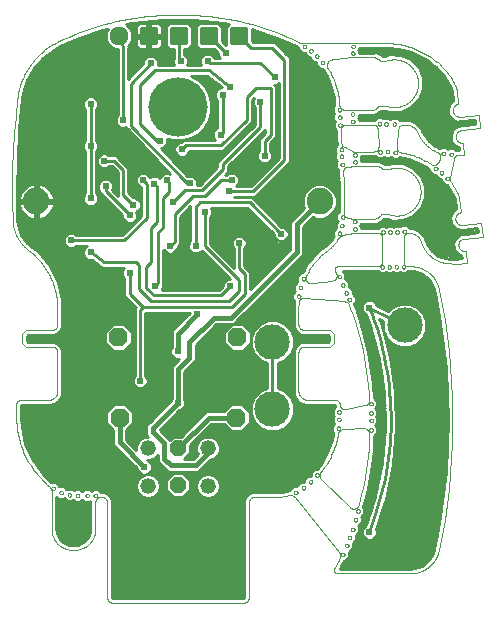
<source format=gtl>
G75*
%MOIN*%
%OFA0B0*%
%FSLAX25Y25*%
%IPPOS*%
%LPD*%
%AMOC8*
5,1,8,0,0,1.08239X$1,22.5*
%
%ADD10C,0.00197*%
%ADD11C,0.00000*%
%ADD12OC8,0.06300*%
%ADD13OC8,0.05200*%
%ADD14C,0.05200*%
%ADD15C,0.04724*%
%ADD16C,0.01181*%
%ADD17C,0.08858*%
%ADD18C,0.02400*%
%ADD19C,0.01000*%
%ADD20C,0.11811*%
%ADD21C,0.00700*%
%ADD22C,0.01600*%
%ADD23C,0.19748*%
D10*
X0028953Y0029365D02*
X0029740Y0029365D01*
X0029906Y0029367D01*
X0030073Y0029373D01*
X0030239Y0029383D01*
X0030405Y0029397D01*
X0030570Y0029415D01*
X0030736Y0029437D01*
X0030900Y0029463D01*
X0031064Y0029493D01*
X0031227Y0029527D01*
X0031389Y0029565D01*
X0031550Y0029607D01*
X0031710Y0029653D01*
X0031869Y0029702D01*
X0032027Y0029756D01*
X0032183Y0029813D01*
X0032338Y0029874D01*
X0032492Y0029938D01*
X0032643Y0030007D01*
X0032794Y0030079D01*
X0032942Y0030154D01*
X0033088Y0030233D01*
X0033233Y0030316D01*
X0033375Y0030402D01*
X0033516Y0030492D01*
X0033654Y0030585D01*
X0033790Y0030681D01*
X0033923Y0030780D01*
X0034054Y0030883D01*
X0034183Y0030989D01*
X0034309Y0031098D01*
X0034432Y0031210D01*
X0034553Y0031325D01*
X0034670Y0031442D01*
X0034785Y0031563D01*
X0034897Y0031686D01*
X0035006Y0031812D01*
X0035112Y0031941D01*
X0035215Y0032072D01*
X0035314Y0032205D01*
X0035410Y0032341D01*
X0035503Y0032479D01*
X0035593Y0032620D01*
X0035679Y0032762D01*
X0035762Y0032907D01*
X0035841Y0033053D01*
X0035916Y0033201D01*
X0035988Y0033352D01*
X0036057Y0033503D01*
X0036121Y0033657D01*
X0036182Y0033812D01*
X0036239Y0033968D01*
X0036293Y0034126D01*
X0036342Y0034285D01*
X0036388Y0034445D01*
X0036430Y0034606D01*
X0036468Y0034768D01*
X0036502Y0034931D01*
X0036532Y0035095D01*
X0036558Y0035259D01*
X0036580Y0035425D01*
X0036598Y0035590D01*
X0036612Y0035756D01*
X0036622Y0035922D01*
X0036628Y0036089D01*
X0036630Y0036255D01*
X0036630Y0045113D01*
X0038598Y0047082D02*
X0038684Y0047080D01*
X0038770Y0047075D01*
X0038855Y0047065D01*
X0038940Y0047052D01*
X0039024Y0047035D01*
X0039108Y0047015D01*
X0039190Y0046991D01*
X0039271Y0046963D01*
X0039352Y0046932D01*
X0039430Y0046898D01*
X0039507Y0046860D01*
X0039583Y0046818D01*
X0039656Y0046774D01*
X0039727Y0046726D01*
X0039797Y0046675D01*
X0039864Y0046621D01*
X0039928Y0046565D01*
X0039990Y0046505D01*
X0040050Y0046443D01*
X0040106Y0046379D01*
X0040160Y0046312D01*
X0040211Y0046242D01*
X0040259Y0046171D01*
X0040303Y0046098D01*
X0040345Y0046022D01*
X0040383Y0045945D01*
X0040417Y0045867D01*
X0040448Y0045786D01*
X0040476Y0045705D01*
X0040500Y0045623D01*
X0040520Y0045539D01*
X0040537Y0045455D01*
X0040550Y0045370D01*
X0040560Y0045285D01*
X0040565Y0045199D01*
X0040567Y0045113D01*
X0040567Y0013617D01*
X0040566Y0013617D02*
X0040568Y0013531D01*
X0040573Y0013445D01*
X0040583Y0013360D01*
X0040596Y0013275D01*
X0040613Y0013191D01*
X0040633Y0013107D01*
X0040657Y0013025D01*
X0040685Y0012944D01*
X0040716Y0012863D01*
X0040750Y0012785D01*
X0040788Y0012708D01*
X0040830Y0012633D01*
X0040874Y0012559D01*
X0040922Y0012488D01*
X0040973Y0012418D01*
X0041027Y0012351D01*
X0041083Y0012287D01*
X0041143Y0012225D01*
X0041205Y0012165D01*
X0041269Y0012109D01*
X0041336Y0012055D01*
X0041406Y0012004D01*
X0041477Y0011956D01*
X0041551Y0011912D01*
X0041626Y0011870D01*
X0041703Y0011832D01*
X0041781Y0011798D01*
X0041862Y0011767D01*
X0041943Y0011739D01*
X0042025Y0011715D01*
X0042109Y0011695D01*
X0042193Y0011678D01*
X0042278Y0011665D01*
X0042363Y0011655D01*
X0042449Y0011650D01*
X0042535Y0011648D01*
X0085843Y0011648D01*
X0085929Y0011650D01*
X0086015Y0011655D01*
X0086100Y0011665D01*
X0086185Y0011678D01*
X0086269Y0011695D01*
X0086353Y0011715D01*
X0086435Y0011739D01*
X0086516Y0011767D01*
X0086597Y0011798D01*
X0086675Y0011832D01*
X0086752Y0011870D01*
X0086828Y0011912D01*
X0086901Y0011956D01*
X0086972Y0012004D01*
X0087042Y0012055D01*
X0087109Y0012109D01*
X0087173Y0012165D01*
X0087235Y0012225D01*
X0087295Y0012287D01*
X0087351Y0012351D01*
X0087405Y0012418D01*
X0087456Y0012488D01*
X0087504Y0012559D01*
X0087548Y0012632D01*
X0087590Y0012708D01*
X0087628Y0012785D01*
X0087662Y0012863D01*
X0087693Y0012944D01*
X0087721Y0013025D01*
X0087745Y0013107D01*
X0087765Y0013191D01*
X0087782Y0013275D01*
X0087795Y0013360D01*
X0087805Y0013445D01*
X0087810Y0013531D01*
X0087812Y0013617D01*
X0087811Y0013617D02*
X0087811Y0045113D01*
X0087813Y0045199D01*
X0087818Y0045285D01*
X0087828Y0045370D01*
X0087841Y0045455D01*
X0087858Y0045539D01*
X0087878Y0045623D01*
X0087902Y0045705D01*
X0087930Y0045786D01*
X0087961Y0045867D01*
X0087995Y0045945D01*
X0088033Y0046022D01*
X0088075Y0046098D01*
X0088119Y0046171D01*
X0088167Y0046242D01*
X0088218Y0046312D01*
X0088272Y0046379D01*
X0088328Y0046443D01*
X0088388Y0046505D01*
X0088450Y0046565D01*
X0088514Y0046621D01*
X0088581Y0046675D01*
X0088651Y0046726D01*
X0088722Y0046774D01*
X0088796Y0046818D01*
X0088871Y0046860D01*
X0088948Y0046898D01*
X0089026Y0046932D01*
X0089107Y0046963D01*
X0089188Y0046991D01*
X0089270Y0047015D01*
X0089354Y0047035D01*
X0089438Y0047052D01*
X0089523Y0047065D01*
X0089608Y0047075D01*
X0089694Y0047080D01*
X0089780Y0047082D01*
X0089780Y0047081D02*
X0097260Y0047081D01*
X0100803Y0047475D02*
X0101156Y0047563D01*
X0101155Y0047563D02*
X0101240Y0047582D01*
X0101324Y0047598D01*
X0101410Y0047609D01*
X0101496Y0047617D01*
X0101582Y0047621D01*
X0101668Y0047622D01*
X0101754Y0047618D01*
X0101840Y0047611D01*
X0101926Y0047600D01*
X0102011Y0047585D01*
X0102095Y0047567D01*
X0102178Y0047545D01*
X0102260Y0047519D01*
X0102342Y0047490D01*
X0102421Y0047457D01*
X0102500Y0047421D01*
X0102576Y0047381D01*
X0102651Y0047338D01*
X0102724Y0047292D01*
X0102794Y0047243D01*
X0102863Y0047191D01*
X0102929Y0047135D01*
X0102993Y0047077D01*
X0103054Y0047016D01*
X0103112Y0046953D01*
X0103168Y0046887D01*
X0103167Y0046887D02*
X0117875Y0028592D01*
X0117925Y0028528D01*
X0117971Y0028462D01*
X0118014Y0028393D01*
X0118054Y0028323D01*
X0118091Y0028251D01*
X0118124Y0028177D01*
X0118154Y0028102D01*
X0118180Y0028025D01*
X0118203Y0027947D01*
X0118223Y0027869D01*
X0118238Y0027789D01*
X0118250Y0027709D01*
X0118258Y0027629D01*
X0118263Y0027548D01*
X0118264Y0027467D01*
X0118261Y0027386D01*
X0118254Y0027305D01*
X0118244Y0027225D01*
X0118230Y0027145D01*
X0118212Y0027066D01*
X0118191Y0026988D01*
X0118166Y0026911D01*
X0118138Y0026835D01*
X0117732Y0025822D01*
X0116354Y0023066D01*
X0116354Y0023065D02*
X0116323Y0023010D01*
X0116295Y0022952D01*
X0116270Y0022894D01*
X0116249Y0022833D01*
X0116232Y0022772D01*
X0116219Y0022709D01*
X0116209Y0022646D01*
X0116204Y0022583D01*
X0116202Y0022519D01*
X0116204Y0022455D01*
X0116210Y0022391D01*
X0116221Y0022328D01*
X0116235Y0022266D01*
X0116252Y0022205D01*
X0116274Y0022145D01*
X0116299Y0022086D01*
X0116328Y0022029D01*
X0116360Y0021974D01*
X0116395Y0021921D01*
X0116434Y0021870D01*
X0116476Y0021822D01*
X0116520Y0021776D01*
X0116568Y0021733D01*
X0116617Y0021693D01*
X0116670Y0021657D01*
X0116724Y0021623D01*
X0116780Y0021593D01*
X0116839Y0021567D01*
X0116898Y0021544D01*
X0116959Y0021525D01*
X0117021Y0021509D01*
X0117084Y0021498D01*
X0117147Y0021490D01*
X0117211Y0021486D01*
X0117275Y0021487D01*
X0117338Y0021491D01*
X0117339Y0021491D02*
X0141354Y0021491D01*
X0141594Y0021491D01*
X0141833Y0021496D01*
X0142072Y0021507D01*
X0142311Y0021524D01*
X0142550Y0021547D01*
X0142788Y0021575D01*
X0143025Y0021609D01*
X0143261Y0021649D01*
X0143497Y0021695D01*
X0143731Y0021746D01*
X0143963Y0021803D01*
X0144195Y0021866D01*
X0144424Y0021934D01*
X0144652Y0022007D01*
X0144879Y0022086D01*
X0145103Y0022171D01*
X0145325Y0022261D01*
X0145545Y0022356D01*
X0145762Y0022457D01*
X0145977Y0022563D01*
X0146190Y0022674D01*
X0146399Y0022790D01*
X0146606Y0022911D01*
X0146810Y0023037D01*
X0147010Y0023168D01*
X0147208Y0023303D01*
X0147402Y0023444D01*
X0147593Y0023589D01*
X0147780Y0023739D01*
X0147963Y0023893D01*
X0148143Y0024051D01*
X0148319Y0024214D01*
X0148490Y0024381D01*
X0148658Y0024552D01*
X0148822Y0024728D01*
X0148981Y0024907D01*
X0149136Y0025090D01*
X0149286Y0025276D01*
X0149432Y0025466D01*
X0149573Y0025660D01*
X0149710Y0025857D01*
X0149842Y0026057D01*
X0149968Y0026260D01*
X0150090Y0026466D01*
X0150207Y0026676D01*
X0150319Y0026888D01*
X0150426Y0027102D01*
X0150527Y0027319D01*
X0150623Y0027539D01*
X0150714Y0027760D01*
X0150799Y0027984D01*
X0150879Y0028210D01*
X0150954Y0028438D01*
X0151023Y0028667D01*
X0151086Y0028898D01*
X0151144Y0029131D01*
X0151196Y0029365D01*
X0124425Y0044326D02*
X0124401Y0044249D01*
X0124374Y0044173D01*
X0124343Y0044099D01*
X0124308Y0044026D01*
X0124270Y0043955D01*
X0124229Y0043886D01*
X0124185Y0043819D01*
X0124138Y0043754D01*
X0124087Y0043691D01*
X0124034Y0043631D01*
X0123978Y0043573D01*
X0123919Y0043518D01*
X0123858Y0043466D01*
X0123795Y0043417D01*
X0123729Y0043370D01*
X0123661Y0043327D01*
X0123591Y0043287D01*
X0123519Y0043251D01*
X0123446Y0043218D01*
X0123371Y0043188D01*
X0123295Y0043162D01*
X0123218Y0043139D01*
X0123140Y0043120D01*
X0123061Y0043105D01*
X0122981Y0043093D01*
X0122901Y0043086D01*
X0122821Y0043082D01*
X0122741Y0043081D01*
X0122660Y0043085D01*
X0122580Y0043092D01*
X0122501Y0043103D01*
X0122421Y0043118D01*
X0122343Y0043136D01*
X0122266Y0043158D01*
X0122190Y0043184D01*
X0122115Y0043213D01*
X0122041Y0043246D01*
X0121969Y0043282D01*
X0121899Y0043321D01*
X0121831Y0043364D01*
X0121765Y0043410D01*
X0121701Y0043459D01*
X0121639Y0043510D01*
X0121580Y0043565D01*
X0112015Y0052840D01*
X0111952Y0052893D01*
X0111892Y0052949D01*
X0111835Y0053009D01*
X0111780Y0053070D01*
X0111728Y0053135D01*
X0111680Y0053201D01*
X0111635Y0053270D01*
X0111593Y0053341D01*
X0111554Y0053414D01*
X0111519Y0053488D01*
X0111488Y0053565D01*
X0111460Y0053642D01*
X0111436Y0053721D01*
X0111416Y0053801D01*
X0111399Y0053881D01*
X0111387Y0053963D01*
X0111378Y0054045D01*
X0111373Y0054127D01*
X0111372Y0054209D01*
X0111375Y0054292D01*
X0111382Y0054374D01*
X0111393Y0054455D01*
X0111407Y0054537D01*
X0111426Y0054617D01*
X0111448Y0054696D01*
X0111474Y0054774D01*
X0111504Y0054851D01*
X0111537Y0054927D01*
X0111574Y0055000D01*
X0111614Y0055072D01*
X0111658Y0055142D01*
X0111705Y0055210D01*
X0111827Y0055349D01*
X0117535Y0067948D02*
X0117623Y0068299D01*
X0117645Y0068376D01*
X0117669Y0068452D01*
X0117698Y0068527D01*
X0117730Y0068601D01*
X0117766Y0068673D01*
X0117804Y0068743D01*
X0117847Y0068811D01*
X0117892Y0068877D01*
X0117941Y0068941D01*
X0117992Y0069002D01*
X0118046Y0069061D01*
X0118104Y0069117D01*
X0118163Y0069171D01*
X0118225Y0069221D01*
X0118290Y0069269D01*
X0118357Y0069313D01*
X0118425Y0069354D01*
X0118496Y0069392D01*
X0118568Y0069426D01*
X0118642Y0069457D01*
X0118718Y0069485D01*
X0118794Y0069509D01*
X0118872Y0069529D01*
X0118950Y0069545D01*
X0119029Y0069558D01*
X0119109Y0069567D01*
X0119189Y0069572D01*
X0126395Y0069855D01*
X0126476Y0069847D01*
X0126556Y0069835D01*
X0126636Y0069819D01*
X0126715Y0069800D01*
X0126793Y0069777D01*
X0126869Y0069750D01*
X0126945Y0069719D01*
X0127018Y0069685D01*
X0127090Y0069648D01*
X0127161Y0069607D01*
X0127229Y0069563D01*
X0127295Y0069516D01*
X0127359Y0069465D01*
X0127420Y0069412D01*
X0127479Y0069356D01*
X0127535Y0069297D01*
X0127588Y0069236D01*
X0127638Y0069172D01*
X0127685Y0069106D01*
X0127729Y0069038D01*
X0127770Y0068967D01*
X0127807Y0068895D01*
X0127841Y0068821D01*
X0127871Y0068746D01*
X0127898Y0068669D01*
X0127921Y0068591D01*
X0127940Y0068512D01*
X0127956Y0068433D01*
X0127967Y0068352D01*
X0127975Y0068272D01*
X0127979Y0068190D01*
X0127980Y0068109D01*
X0127976Y0068028D01*
X0127969Y0067947D01*
X0127976Y0068028D01*
X0127980Y0068109D01*
X0127979Y0068190D01*
X0127975Y0068272D01*
X0127967Y0068352D01*
X0127956Y0068433D01*
X0127940Y0068512D01*
X0127921Y0068591D01*
X0127898Y0068669D01*
X0127871Y0068746D01*
X0127841Y0068821D01*
X0127807Y0068895D01*
X0127770Y0068967D01*
X0127729Y0069038D01*
X0127685Y0069106D01*
X0127638Y0069172D01*
X0127588Y0069236D01*
X0127535Y0069297D01*
X0127479Y0069356D01*
X0127420Y0069412D01*
X0127359Y0069465D01*
X0127295Y0069516D01*
X0127229Y0069563D01*
X0127161Y0069607D01*
X0127090Y0069648D01*
X0127018Y0069685D01*
X0126945Y0069719D01*
X0126869Y0069750D01*
X0126793Y0069777D01*
X0126715Y0069800D01*
X0126636Y0069819D01*
X0126556Y0069835D01*
X0126476Y0069847D01*
X0126395Y0069855D01*
X0126476Y0069847D01*
X0126556Y0069835D01*
X0126636Y0069819D01*
X0126715Y0069800D01*
X0126793Y0069777D01*
X0126869Y0069750D01*
X0126945Y0069719D01*
X0127018Y0069685D01*
X0127090Y0069648D01*
X0127161Y0069607D01*
X0127229Y0069563D01*
X0127295Y0069516D01*
X0127359Y0069465D01*
X0127420Y0069412D01*
X0127479Y0069356D01*
X0127535Y0069297D01*
X0127588Y0069236D01*
X0127638Y0069172D01*
X0127685Y0069106D01*
X0127729Y0069038D01*
X0127770Y0068967D01*
X0127807Y0068895D01*
X0127841Y0068821D01*
X0127871Y0068746D01*
X0127898Y0068669D01*
X0127921Y0068591D01*
X0127940Y0068512D01*
X0127956Y0068433D01*
X0127967Y0068352D01*
X0127975Y0068272D01*
X0127979Y0068190D01*
X0127980Y0068109D01*
X0127976Y0068028D01*
X0127969Y0067947D01*
X0126626Y0077521D02*
X0120056Y0076208D01*
X0120057Y0076207D02*
X0119978Y0076194D01*
X0119900Y0076184D01*
X0119821Y0076178D01*
X0119742Y0076176D01*
X0119662Y0076178D01*
X0119583Y0076184D01*
X0119505Y0076193D01*
X0119426Y0076207D01*
X0119349Y0076224D01*
X0119273Y0076245D01*
X0119197Y0076270D01*
X0119123Y0076298D01*
X0119051Y0076330D01*
X0118980Y0076366D01*
X0118911Y0076405D01*
X0118844Y0076447D01*
X0118779Y0076493D01*
X0118717Y0076542D01*
X0118657Y0076594D01*
X0118599Y0076648D01*
X0118545Y0076706D01*
X0118493Y0076766D01*
X0118444Y0076828D01*
X0118398Y0076893D01*
X0118356Y0076960D01*
X0118317Y0077029D01*
X0118281Y0077100D01*
X0118249Y0077172D01*
X0118220Y0077246D01*
X0118196Y0077321D01*
X0118174Y0077398D01*
X0118157Y0077475D01*
X0118143Y0077553D01*
X0118134Y0077632D01*
X0118128Y0077711D01*
X0118126Y0077790D01*
X0118123Y0077869D01*
X0118116Y0077947D01*
X0118105Y0078025D01*
X0118090Y0078102D01*
X0118072Y0078178D01*
X0118050Y0078253D01*
X0118024Y0078327D01*
X0117995Y0078400D01*
X0117962Y0078471D01*
X0117926Y0078541D01*
X0117886Y0078609D01*
X0117843Y0078674D01*
X0117797Y0078738D01*
X0117748Y0078799D01*
X0117695Y0078858D01*
X0117640Y0078914D01*
X0117583Y0078967D01*
X0117523Y0079017D01*
X0117460Y0079065D01*
X0117395Y0079109D01*
X0117328Y0079150D01*
X0117259Y0079187D01*
X0117189Y0079222D01*
X0117116Y0079252D01*
X0117043Y0079280D01*
X0116968Y0079303D01*
X0116892Y0079323D01*
X0116815Y0079339D01*
X0116738Y0079351D01*
X0116660Y0079359D01*
X0116581Y0079364D01*
X0116503Y0079365D01*
X0107567Y0079365D01*
X0107459Y0079360D01*
X0107351Y0079359D01*
X0107243Y0079362D01*
X0107135Y0079368D01*
X0107027Y0079378D01*
X0106920Y0079393D01*
X0106813Y0079411D01*
X0106707Y0079432D01*
X0106602Y0079458D01*
X0106498Y0079487D01*
X0106395Y0079520D01*
X0106293Y0079557D01*
X0106193Y0079597D01*
X0106094Y0079641D01*
X0105996Y0079688D01*
X0105901Y0079739D01*
X0105807Y0079793D01*
X0105716Y0079851D01*
X0105626Y0079911D01*
X0105539Y0079975D01*
X0105454Y0080042D01*
X0105371Y0080112D01*
X0105291Y0080185D01*
X0105214Y0080260D01*
X0105139Y0080339D01*
X0105067Y0080419D01*
X0104999Y0080503D01*
X0104933Y0080589D01*
X0104870Y0080677D01*
X0104811Y0080767D01*
X0104754Y0080860D01*
X0104701Y0080954D01*
X0104652Y0081050D01*
X0104606Y0081148D01*
X0104563Y0081247D01*
X0104524Y0081348D01*
X0104489Y0081451D01*
X0104457Y0081554D01*
X0104429Y0081658D01*
X0104405Y0081764D01*
X0104385Y0081870D01*
X0104368Y0081977D01*
X0104355Y0082084D01*
X0104346Y0082192D01*
X0104346Y0095113D01*
X0104348Y0095199D01*
X0104353Y0095285D01*
X0104363Y0095370D01*
X0104376Y0095455D01*
X0104393Y0095539D01*
X0104413Y0095623D01*
X0104437Y0095705D01*
X0104465Y0095786D01*
X0104496Y0095867D01*
X0104530Y0095945D01*
X0104568Y0096022D01*
X0104610Y0096098D01*
X0104654Y0096171D01*
X0104702Y0096242D01*
X0104753Y0096312D01*
X0104807Y0096379D01*
X0104863Y0096443D01*
X0104923Y0096505D01*
X0104985Y0096565D01*
X0105049Y0096621D01*
X0105116Y0096675D01*
X0105186Y0096726D01*
X0105257Y0096774D01*
X0105331Y0096818D01*
X0105406Y0096860D01*
X0105483Y0096898D01*
X0105561Y0096932D01*
X0105642Y0096963D01*
X0105723Y0096991D01*
X0105805Y0097015D01*
X0105889Y0097035D01*
X0105973Y0097052D01*
X0106058Y0097065D01*
X0106143Y0097075D01*
X0106229Y0097080D01*
X0106315Y0097082D01*
X0106315Y0097081D02*
X0114976Y0097081D01*
X0116157Y0098262D01*
X0116157Y0101412D01*
X0114976Y0102593D01*
X0106315Y0102593D01*
X0106229Y0102595D01*
X0106143Y0102600D01*
X0106058Y0102610D01*
X0105973Y0102623D01*
X0105889Y0102640D01*
X0105805Y0102660D01*
X0105723Y0102684D01*
X0105642Y0102712D01*
X0105561Y0102743D01*
X0105483Y0102777D01*
X0105406Y0102815D01*
X0105331Y0102857D01*
X0105257Y0102901D01*
X0105186Y0102949D01*
X0105116Y0103000D01*
X0105049Y0103054D01*
X0104985Y0103110D01*
X0104923Y0103170D01*
X0104863Y0103232D01*
X0104807Y0103296D01*
X0104753Y0103363D01*
X0104702Y0103433D01*
X0104654Y0103504D01*
X0104610Y0103578D01*
X0104568Y0103653D01*
X0104530Y0103730D01*
X0104496Y0103808D01*
X0104465Y0103889D01*
X0104437Y0103970D01*
X0104413Y0104052D01*
X0104393Y0104136D01*
X0104376Y0104220D01*
X0104363Y0104305D01*
X0104353Y0104390D01*
X0104348Y0104476D01*
X0104346Y0104562D01*
X0104346Y0109680D01*
X0104543Y0112042D02*
X0104554Y0112120D01*
X0104570Y0112197D01*
X0104589Y0112274D01*
X0104611Y0112349D01*
X0104638Y0112423D01*
X0104668Y0112496D01*
X0104701Y0112567D01*
X0104738Y0112637D01*
X0104778Y0112704D01*
X0104821Y0112770D01*
X0104868Y0112834D01*
X0104917Y0112895D01*
X0104969Y0112954D01*
X0105024Y0113010D01*
X0105082Y0113063D01*
X0105142Y0113114D01*
X0105205Y0113161D01*
X0105270Y0113206D01*
X0105337Y0113247D01*
X0105405Y0113285D01*
X0105476Y0113320D01*
X0105548Y0113352D01*
X0105622Y0113379D01*
X0105697Y0113404D01*
X0105773Y0113424D01*
X0105849Y0113441D01*
X0105927Y0113454D01*
X0106005Y0113464D01*
X0106084Y0113469D01*
X0106162Y0113471D01*
X0106241Y0113469D01*
X0106319Y0113463D01*
X0106320Y0113463D02*
X0119864Y0112141D01*
X0119863Y0112141D02*
X0119943Y0112131D01*
X0120021Y0112118D01*
X0120100Y0112101D01*
X0120177Y0112080D01*
X0120253Y0112056D01*
X0120328Y0112028D01*
X0120401Y0111996D01*
X0120473Y0111961D01*
X0120543Y0111923D01*
X0120611Y0111881D01*
X0120677Y0111836D01*
X0120741Y0111788D01*
X0120803Y0111737D01*
X0120862Y0111683D01*
X0120918Y0111627D01*
X0120972Y0111567D01*
X0121023Y0111506D01*
X0121071Y0111442D01*
X0121116Y0111376D01*
X0121157Y0111307D01*
X0121195Y0111237D01*
X0121230Y0111165D01*
X0121262Y0111092D01*
X0121669Y0110073D01*
X0104544Y0112042D02*
X0104501Y0111808D01*
X0104463Y0111574D01*
X0104430Y0111339D01*
X0104402Y0111103D01*
X0104380Y0110866D01*
X0104363Y0110629D01*
X0104351Y0110392D01*
X0104345Y0110155D01*
X0104343Y0109917D01*
X0104347Y0109680D01*
X0108874Y0118193D02*
X0115559Y0119131D01*
X0115559Y0119132D02*
X0115638Y0119140D01*
X0115718Y0119152D01*
X0115796Y0119168D01*
X0115874Y0119188D01*
X0115950Y0119212D01*
X0116026Y0119239D01*
X0116100Y0119269D01*
X0116172Y0119304D01*
X0116243Y0119341D01*
X0116312Y0119382D01*
X0116378Y0119426D01*
X0116443Y0119474D01*
X0116505Y0119524D01*
X0116565Y0119577D01*
X0116622Y0119634D01*
X0116677Y0119692D01*
X0116728Y0119754D01*
X0116777Y0119817D01*
X0116822Y0119883D01*
X0116864Y0119952D01*
X0116903Y0120022D01*
X0116939Y0120093D01*
X0116971Y0120167D01*
X0116999Y0120242D01*
X0117024Y0120318D01*
X0117046Y0120395D01*
X0117063Y0120473D01*
X0117077Y0120552D01*
X0117087Y0120632D01*
X0117093Y0120712D01*
X0117095Y0120792D01*
X0117093Y0120872D01*
X0117088Y0120952D01*
X0117079Y0121031D01*
X0117066Y0121110D01*
X0117049Y0121189D01*
X0117028Y0121266D01*
X0117004Y0121342D01*
X0116976Y0121418D01*
X0116945Y0121491D01*
X0116551Y0122278D01*
X0116521Y0122334D01*
X0116495Y0122391D01*
X0116472Y0122450D01*
X0116453Y0122510D01*
X0116437Y0122571D01*
X0116425Y0122633D01*
X0116417Y0122695D01*
X0116412Y0122758D01*
X0116411Y0122821D01*
X0116414Y0122884D01*
X0116421Y0122947D01*
X0116431Y0123009D01*
X0116445Y0123070D01*
X0116463Y0123131D01*
X0116484Y0123190D01*
X0116509Y0123248D01*
X0116537Y0123305D01*
X0116569Y0123359D01*
X0116603Y0123412D01*
X0116641Y0123462D01*
X0116682Y0123511D01*
X0116725Y0123556D01*
X0116772Y0123599D01*
X0116820Y0123639D01*
X0116871Y0123676D01*
X0116924Y0123710D01*
X0116979Y0123741D01*
X0117036Y0123769D01*
X0117094Y0123793D01*
X0117154Y0123813D01*
X0117215Y0123830D01*
X0117276Y0123843D01*
X0117338Y0123853D01*
X0117339Y0123853D02*
X0130724Y0123853D01*
X0130801Y0123855D01*
X0130878Y0123861D01*
X0130955Y0123870D01*
X0131031Y0123883D01*
X0131107Y0123900D01*
X0131181Y0123921D01*
X0131255Y0123945D01*
X0131327Y0123973D01*
X0131397Y0124004D01*
X0131466Y0124039D01*
X0131534Y0124077D01*
X0131599Y0124118D01*
X0131662Y0124163D01*
X0131723Y0124211D01*
X0131782Y0124261D01*
X0131838Y0124314D01*
X0131891Y0124370D01*
X0131941Y0124429D01*
X0131989Y0124490D01*
X0132034Y0124553D01*
X0132075Y0124618D01*
X0132113Y0124686D01*
X0132148Y0124755D01*
X0132179Y0124825D01*
X0132207Y0124897D01*
X0132231Y0124971D01*
X0132252Y0125045D01*
X0132269Y0125121D01*
X0132282Y0125197D01*
X0132291Y0125274D01*
X0132297Y0125351D01*
X0132299Y0125428D01*
X0132299Y0133400D01*
X0132297Y0133477D01*
X0132291Y0133554D01*
X0132282Y0133631D01*
X0132269Y0133707D01*
X0132252Y0133783D01*
X0132231Y0133857D01*
X0132207Y0133931D01*
X0132179Y0134003D01*
X0132148Y0134073D01*
X0132113Y0134142D01*
X0132075Y0134210D01*
X0132034Y0134275D01*
X0131989Y0134338D01*
X0131941Y0134399D01*
X0131891Y0134458D01*
X0131838Y0134514D01*
X0131782Y0134567D01*
X0131723Y0134617D01*
X0131662Y0134665D01*
X0131599Y0134710D01*
X0131534Y0134751D01*
X0131466Y0134789D01*
X0131397Y0134824D01*
X0131327Y0134855D01*
X0131255Y0134883D01*
X0131181Y0134907D01*
X0131107Y0134928D01*
X0131031Y0134945D01*
X0130955Y0134958D01*
X0130878Y0134967D01*
X0130801Y0134973D01*
X0130724Y0134975D01*
X0123047Y0134975D01*
X0122779Y0134926D02*
X0118800Y0134143D01*
X0117637Y0133308D02*
X0117240Y0132613D01*
X0117637Y0133307D02*
X0117679Y0133378D01*
X0117725Y0133446D01*
X0117774Y0133512D01*
X0117826Y0133575D01*
X0117881Y0133636D01*
X0117938Y0133694D01*
X0117999Y0133750D01*
X0118062Y0133802D01*
X0118127Y0133852D01*
X0118195Y0133898D01*
X0118265Y0133941D01*
X0118337Y0133980D01*
X0118410Y0134016D01*
X0118486Y0134049D01*
X0118562Y0134078D01*
X0118640Y0134103D01*
X0118719Y0134125D01*
X0118799Y0134143D01*
X0122779Y0134926D02*
X0122845Y0134943D01*
X0122912Y0134957D01*
X0122979Y0134968D01*
X0123047Y0134975D01*
X0123082Y0139680D02*
X0129228Y0139680D01*
X0131984Y0141255D02*
X0134346Y0141255D01*
X0131984Y0141255D02*
X0131922Y0141159D01*
X0131856Y0141066D01*
X0131788Y0140975D01*
X0131716Y0140886D01*
X0131642Y0140800D01*
X0131564Y0140716D01*
X0131484Y0140635D01*
X0131401Y0140557D01*
X0131316Y0140482D01*
X0131228Y0140409D01*
X0131137Y0140340D01*
X0131045Y0140274D01*
X0130950Y0140211D01*
X0130853Y0140151D01*
X0130754Y0140094D01*
X0130653Y0140041D01*
X0130550Y0139991D01*
X0130446Y0139945D01*
X0130341Y0139903D01*
X0130234Y0139863D01*
X0130125Y0139828D01*
X0130016Y0139796D01*
X0129905Y0139768D01*
X0129794Y0139744D01*
X0129682Y0139724D01*
X0129569Y0139707D01*
X0129456Y0139694D01*
X0129342Y0139685D01*
X0129228Y0139680D01*
X0139385Y0161647D02*
X0140006Y0161514D01*
X0140623Y0161366D01*
X0141237Y0161204D01*
X0141847Y0161027D01*
X0142452Y0160836D01*
X0143053Y0160631D01*
X0143649Y0160412D01*
X0144239Y0160179D01*
X0144824Y0159933D01*
X0145403Y0159672D01*
X0145976Y0159399D01*
X0146542Y0159111D01*
X0147101Y0158811D01*
X0147653Y0158498D01*
X0147654Y0158499D02*
X0148584Y0157879D01*
X0148583Y0157879D02*
X0148648Y0157837D01*
X0148715Y0157800D01*
X0148784Y0157765D01*
X0148854Y0157734D01*
X0148926Y0157706D01*
X0148999Y0157682D01*
X0149073Y0157662D01*
X0149148Y0157645D01*
X0149224Y0157631D01*
X0149300Y0157622D01*
X0149377Y0157616D01*
X0149453Y0157614D01*
X0149530Y0157616D01*
X0149607Y0157621D01*
X0149683Y0157630D01*
X0149759Y0157643D01*
X0149834Y0157660D01*
X0149908Y0157680D01*
X0149981Y0157704D01*
X0150053Y0157731D01*
X0150124Y0157762D01*
X0150192Y0157796D01*
X0150259Y0157834D01*
X0150325Y0157874D01*
X0150388Y0157918D01*
X0150449Y0157965D01*
X0150507Y0158015D01*
X0150563Y0158068D01*
X0150616Y0158123D01*
X0150667Y0158181D01*
X0150715Y0158241D01*
X0150760Y0158304D01*
X0150801Y0158368D01*
X0150840Y0158435D01*
X0151501Y0159646D01*
X0151501Y0159647D02*
X0151536Y0159716D01*
X0151568Y0159786D01*
X0151597Y0159858D01*
X0151621Y0159932D01*
X0151643Y0160006D01*
X0151660Y0160082D01*
X0151674Y0160158D01*
X0151684Y0160235D01*
X0151690Y0160312D01*
X0151693Y0160389D01*
X0151692Y0160467D01*
X0151687Y0160544D01*
X0151678Y0160621D01*
X0151665Y0160697D01*
X0151648Y0160773D01*
X0151628Y0160848D01*
X0151605Y0160921D01*
X0151577Y0160994D01*
X0151546Y0161065D01*
X0151512Y0161134D01*
X0151474Y0161202D01*
X0151433Y0161268D01*
X0151389Y0161331D01*
X0151342Y0161393D01*
X0151291Y0161452D01*
X0151238Y0161508D01*
X0151183Y0161562D01*
X0151124Y0161613D01*
X0151063Y0161661D01*
X0151000Y0161706D01*
X0150935Y0161747D01*
X0150868Y0161786D01*
X0150799Y0161821D01*
X0150728Y0161853D01*
X0150656Y0161881D01*
X0150213Y0162042D01*
X0156093Y0159695D02*
X0154861Y0153226D01*
X0155097Y0152057D02*
X0156315Y0150231D01*
X0155098Y0152057D02*
X0155057Y0152122D01*
X0155019Y0152188D01*
X0154985Y0152257D01*
X0154954Y0152326D01*
X0154926Y0152398D01*
X0154902Y0152470D01*
X0154881Y0152544D01*
X0154864Y0152618D01*
X0154851Y0152693D01*
X0154841Y0152769D01*
X0154835Y0152845D01*
X0154833Y0152922D01*
X0154834Y0152998D01*
X0154840Y0153074D01*
X0154848Y0153150D01*
X0154861Y0153226D01*
X0156093Y0159695D02*
X0156109Y0159771D01*
X0156130Y0159847D01*
X0156154Y0159921D01*
X0156181Y0159994D01*
X0156213Y0160066D01*
X0156248Y0160136D01*
X0156286Y0160204D01*
X0156328Y0160271D01*
X0156372Y0160335D01*
X0156420Y0160397D01*
X0156471Y0160456D01*
X0156525Y0160513D01*
X0156582Y0160567D01*
X0156641Y0160618D01*
X0156703Y0160666D01*
X0156767Y0160711D01*
X0156833Y0160753D01*
X0156901Y0160791D01*
X0156971Y0160826D01*
X0157043Y0160857D01*
X0157116Y0160885D01*
X0157191Y0160909D01*
X0157266Y0160930D01*
X0157342Y0160947D01*
X0157420Y0160960D01*
X0157497Y0160969D01*
X0157497Y0160968D02*
X0158480Y0161058D01*
X0159661Y0161058D01*
X0159196Y0165035D01*
X0159106Y0165027D01*
X0159016Y0165022D01*
X0158925Y0165021D01*
X0158834Y0165024D01*
X0158744Y0165031D01*
X0158654Y0165042D01*
X0158564Y0165056D01*
X0158476Y0165075D01*
X0158388Y0165097D01*
X0158301Y0165122D01*
X0158215Y0165152D01*
X0158130Y0165185D01*
X0158047Y0165221D01*
X0157966Y0165262D01*
X0157887Y0165305D01*
X0157809Y0165352D01*
X0157733Y0165402D01*
X0157660Y0165455D01*
X0157589Y0165512D01*
X0157520Y0165571D01*
X0157454Y0165633D01*
X0157391Y0165698D01*
X0157330Y0165765D01*
X0157273Y0165836D01*
X0157218Y0165908D01*
X0157167Y0165983D01*
X0157119Y0166059D01*
X0157074Y0166138D01*
X0157032Y0166219D01*
X0156994Y0166301D01*
X0156959Y0166385D01*
X0156928Y0166470D01*
X0156901Y0166556D01*
X0156878Y0166644D01*
X0156858Y0166733D01*
X0156841Y0166822D01*
X0156829Y0166912D01*
X0156821Y0167002D01*
X0156816Y0167092D01*
X0156815Y0167183D01*
X0156818Y0167274D01*
X0156825Y0167364D01*
X0156836Y0167454D01*
X0156850Y0167544D01*
X0156869Y0167632D01*
X0156891Y0167720D01*
X0156916Y0167807D01*
X0156946Y0167893D01*
X0156979Y0167978D01*
X0157015Y0168061D01*
X0157056Y0168142D01*
X0157099Y0168221D01*
X0157146Y0168299D01*
X0157196Y0168375D01*
X0157249Y0168448D01*
X0157306Y0168519D01*
X0157365Y0168588D01*
X0157427Y0168654D01*
X0157492Y0168717D01*
X0157559Y0168778D01*
X0157630Y0168835D01*
X0157702Y0168890D01*
X0157777Y0168941D01*
X0157853Y0168989D01*
X0157932Y0169034D01*
X0158013Y0169076D01*
X0158095Y0169114D01*
X0158179Y0169149D01*
X0158264Y0169180D01*
X0158350Y0169207D01*
X0158438Y0169230D01*
X0158527Y0169250D01*
X0158616Y0169267D01*
X0158706Y0169279D01*
X0158705Y0169279D02*
X0164977Y0169932D01*
X0164449Y0174422D01*
X0158178Y0173769D01*
X0158177Y0173769D02*
X0158087Y0173761D01*
X0157997Y0173756D01*
X0157906Y0173755D01*
X0157815Y0173758D01*
X0157725Y0173765D01*
X0157635Y0173776D01*
X0157545Y0173790D01*
X0157457Y0173809D01*
X0157369Y0173831D01*
X0157282Y0173856D01*
X0157196Y0173886D01*
X0157111Y0173919D01*
X0157028Y0173955D01*
X0156947Y0173996D01*
X0156868Y0174039D01*
X0156790Y0174086D01*
X0156714Y0174136D01*
X0156641Y0174189D01*
X0156570Y0174246D01*
X0156501Y0174305D01*
X0156435Y0174367D01*
X0156372Y0174432D01*
X0156311Y0174499D01*
X0156254Y0174570D01*
X0156199Y0174642D01*
X0156148Y0174717D01*
X0156100Y0174793D01*
X0156055Y0174872D01*
X0156013Y0174953D01*
X0155975Y0175035D01*
X0155940Y0175119D01*
X0155909Y0175204D01*
X0155882Y0175290D01*
X0155859Y0175378D01*
X0155839Y0175467D01*
X0155822Y0175556D01*
X0155810Y0175646D01*
X0155802Y0175736D01*
X0155797Y0175826D01*
X0155796Y0175917D01*
X0155799Y0176008D01*
X0155806Y0176098D01*
X0155817Y0176188D01*
X0155831Y0176278D01*
X0155850Y0176366D01*
X0155872Y0176454D01*
X0155897Y0176541D01*
X0155927Y0176627D01*
X0155960Y0176712D01*
X0155996Y0176795D01*
X0156037Y0176876D01*
X0156080Y0176955D01*
X0156127Y0177033D01*
X0156177Y0177109D01*
X0156230Y0177182D01*
X0156287Y0177253D01*
X0156346Y0177322D01*
X0156408Y0177388D01*
X0156473Y0177451D01*
X0156540Y0177512D01*
X0156611Y0177569D01*
X0156683Y0177624D01*
X0156758Y0177675D01*
X0156834Y0177723D01*
X0156913Y0177768D01*
X0156994Y0177810D01*
X0157076Y0177848D01*
X0157160Y0177883D01*
X0157245Y0177914D01*
X0157331Y0177941D01*
X0157419Y0177964D01*
X0157508Y0177984D01*
X0157597Y0178001D01*
X0157687Y0178013D01*
X0157123Y0182750D01*
X0144110Y0168341D02*
X0144240Y0168061D01*
X0144377Y0167785D01*
X0144520Y0167512D01*
X0144670Y0167242D01*
X0144826Y0166976D01*
X0144989Y0166714D01*
X0145158Y0166456D01*
X0145333Y0166202D01*
X0145514Y0165952D01*
X0145701Y0165706D01*
X0145893Y0165465D01*
X0146091Y0165229D01*
X0146295Y0164997D01*
X0146505Y0164770D01*
X0146719Y0164549D01*
X0146939Y0164332D01*
X0147164Y0164121D01*
X0147394Y0163916D01*
X0147629Y0163715D01*
X0147868Y0163521D01*
X0148112Y0163332D01*
X0148361Y0163149D01*
X0148614Y0162972D01*
X0148871Y0162802D01*
X0149131Y0162637D01*
X0149396Y0162478D01*
X0149665Y0162326D01*
X0149937Y0162181D01*
X0150212Y0162042D01*
X0139386Y0161648D02*
X0138460Y0161803D01*
X0138460Y0161802D02*
X0138383Y0161817D01*
X0138307Y0161836D01*
X0138232Y0161858D01*
X0138158Y0161884D01*
X0138086Y0161914D01*
X0138015Y0161947D01*
X0137945Y0161984D01*
X0137878Y0162024D01*
X0137813Y0162068D01*
X0137750Y0162114D01*
X0137690Y0162164D01*
X0137632Y0162217D01*
X0137576Y0162272D01*
X0137524Y0162330D01*
X0137474Y0162391D01*
X0137428Y0162454D01*
X0137385Y0162519D01*
X0137345Y0162587D01*
X0137308Y0162656D01*
X0137275Y0162727D01*
X0137245Y0162800D01*
X0137220Y0162874D01*
X0137198Y0162949D01*
X0137179Y0163025D01*
X0137165Y0163102D01*
X0137154Y0163180D01*
X0137147Y0163258D01*
X0137144Y0163336D01*
X0137145Y0163414D01*
X0137150Y0163492D01*
X0137150Y0163493D02*
X0137686Y0169659D01*
X0137686Y0169658D02*
X0137695Y0169736D01*
X0137707Y0169813D01*
X0137723Y0169889D01*
X0137743Y0169964D01*
X0137767Y0170038D01*
X0137794Y0170111D01*
X0137825Y0170183D01*
X0137860Y0170253D01*
X0137898Y0170321D01*
X0137939Y0170387D01*
X0137983Y0170451D01*
X0138031Y0170513D01*
X0138081Y0170572D01*
X0138135Y0170629D01*
X0138191Y0170683D01*
X0138249Y0170734D01*
X0138311Y0170782D01*
X0138374Y0170828D01*
X0138440Y0170870D01*
X0138507Y0170908D01*
X0138577Y0170943D01*
X0138648Y0170975D01*
X0138720Y0171004D01*
X0138794Y0171028D01*
X0138869Y0171049D01*
X0138945Y0171066D01*
X0139022Y0171080D01*
X0139099Y0171089D01*
X0139177Y0171095D01*
X0139255Y0171097D01*
X0140173Y0171097D01*
X0140173Y0171098D02*
X0140301Y0171095D01*
X0140428Y0171088D01*
X0140555Y0171077D01*
X0140682Y0171063D01*
X0140809Y0171044D01*
X0140935Y0171022D01*
X0141060Y0170996D01*
X0141184Y0170966D01*
X0141307Y0170933D01*
X0141429Y0170896D01*
X0141550Y0170855D01*
X0141670Y0170811D01*
X0141788Y0170763D01*
X0141905Y0170711D01*
X0142021Y0170656D01*
X0142134Y0170598D01*
X0142246Y0170536D01*
X0142356Y0170471D01*
X0142464Y0170402D01*
X0142569Y0170331D01*
X0142673Y0170256D01*
X0142774Y0170178D01*
X0142873Y0170097D01*
X0142969Y0170013D01*
X0143063Y0169927D01*
X0143154Y0169837D01*
X0143243Y0169745D01*
X0143328Y0169650D01*
X0143411Y0169553D01*
X0143491Y0169453D01*
X0143567Y0169351D01*
X0143641Y0169246D01*
X0143711Y0169140D01*
X0143779Y0169031D01*
X0143842Y0168921D01*
X0143903Y0168808D01*
X0143960Y0168694D01*
X0144014Y0168578D01*
X0144064Y0168461D01*
X0144110Y0168342D01*
X0157123Y0182750D02*
X0156949Y0183227D01*
X0156764Y0183700D01*
X0156567Y0184168D01*
X0156358Y0184631D01*
X0156138Y0185089D01*
X0155907Y0185542D01*
X0155665Y0185988D01*
X0155412Y0186429D01*
X0155149Y0186863D01*
X0154875Y0187291D01*
X0154590Y0187711D01*
X0154296Y0188125D01*
X0153991Y0188531D01*
X0153676Y0188930D01*
X0153352Y0189321D01*
X0153018Y0189704D01*
X0152675Y0190078D01*
X0152323Y0190444D01*
X0151962Y0190802D01*
X0151592Y0191150D01*
X0151214Y0191489D01*
X0150828Y0191819D01*
X0150434Y0192139D01*
X0150032Y0192450D01*
X0149622Y0192751D01*
X0133480Y0192357D02*
X0133664Y0192423D01*
X0133850Y0192484D01*
X0134037Y0192540D01*
X0134225Y0192591D01*
X0134415Y0192638D01*
X0134606Y0192681D01*
X0134797Y0192718D01*
X0134990Y0192751D01*
X0135183Y0192779D01*
X0135377Y0192803D01*
X0135572Y0192821D01*
X0135767Y0192835D01*
X0135962Y0192844D01*
X0136157Y0192849D01*
X0136352Y0192848D01*
X0136548Y0192843D01*
X0136743Y0192833D01*
X0136938Y0192818D01*
X0137132Y0192798D01*
X0137326Y0192774D01*
X0137519Y0192745D01*
X0137712Y0192711D01*
X0137903Y0192673D01*
X0138094Y0192630D01*
X0138283Y0192582D01*
X0138471Y0192529D01*
X0138658Y0192472D01*
X0138843Y0192411D01*
X0139027Y0192344D01*
X0139209Y0192274D01*
X0139390Y0192199D01*
X0139568Y0192119D01*
X0139745Y0192035D01*
X0139919Y0191947D01*
X0140091Y0191855D01*
X0140261Y0191758D01*
X0140428Y0191658D01*
X0140593Y0191553D01*
X0140756Y0191444D01*
X0140915Y0191331D01*
X0141072Y0191215D01*
X0141226Y0191094D01*
X0141377Y0190970D01*
X0141524Y0190842D01*
X0141669Y0190711D01*
X0141810Y0190576D01*
X0141948Y0190438D01*
X0142083Y0190296D01*
X0142214Y0190151D01*
X0142341Y0190003D01*
X0142465Y0189852D01*
X0142585Y0189698D01*
X0142701Y0189541D01*
X0142814Y0189381D01*
X0142922Y0189219D01*
X0143026Y0189053D01*
X0143127Y0188886D01*
X0143223Y0188716D01*
X0143315Y0188543D01*
X0143403Y0188369D01*
X0143486Y0188192D01*
X0143565Y0188013D01*
X0143640Y0187833D01*
X0143710Y0187651D01*
X0143776Y0187467D01*
X0143837Y0187281D01*
X0143893Y0187094D01*
X0143946Y0186906D01*
X0143993Y0186716D01*
X0144036Y0186526D01*
X0144074Y0186334D01*
X0144107Y0186142D01*
X0144136Y0185948D01*
X0144160Y0185754D01*
X0144179Y0185560D01*
X0144193Y0185365D01*
X0144203Y0185170D01*
X0144207Y0184975D01*
X0144207Y0184779D01*
X0144203Y0184584D01*
X0144193Y0184389D01*
X0144179Y0184194D01*
X0144160Y0184000D01*
X0144136Y0183806D01*
X0144107Y0183612D01*
X0144074Y0183420D01*
X0144036Y0183228D01*
X0143993Y0183038D01*
X0143946Y0182848D01*
X0143893Y0182660D01*
X0143837Y0182473D01*
X0143776Y0182287D01*
X0143710Y0182103D01*
X0143640Y0181921D01*
X0143565Y0181741D01*
X0143486Y0181562D01*
X0143403Y0181385D01*
X0143315Y0181211D01*
X0143223Y0181038D01*
X0143127Y0180868D01*
X0143026Y0180701D01*
X0142922Y0180535D01*
X0142814Y0180373D01*
X0142701Y0180213D01*
X0142585Y0180056D01*
X0142465Y0179902D01*
X0142341Y0179751D01*
X0142214Y0179603D01*
X0142083Y0179458D01*
X0141948Y0179316D01*
X0141810Y0179178D01*
X0141669Y0179043D01*
X0141524Y0178912D01*
X0141377Y0178784D01*
X0141226Y0178660D01*
X0141072Y0178539D01*
X0140915Y0178423D01*
X0140756Y0178310D01*
X0140593Y0178201D01*
X0140428Y0178096D01*
X0140261Y0177996D01*
X0140091Y0177899D01*
X0139919Y0177807D01*
X0139745Y0177719D01*
X0139568Y0177635D01*
X0139390Y0177555D01*
X0139209Y0177480D01*
X0139027Y0177410D01*
X0138843Y0177343D01*
X0138658Y0177282D01*
X0138471Y0177225D01*
X0138283Y0177172D01*
X0138094Y0177124D01*
X0137903Y0177081D01*
X0137712Y0177043D01*
X0137519Y0177009D01*
X0137326Y0176980D01*
X0137132Y0176956D01*
X0136938Y0176936D01*
X0136743Y0176921D01*
X0136548Y0176911D01*
X0136352Y0176906D01*
X0136157Y0176905D01*
X0135962Y0176910D01*
X0135767Y0176919D01*
X0135572Y0176933D01*
X0135377Y0176951D01*
X0135183Y0176975D01*
X0134990Y0177003D01*
X0134797Y0177036D01*
X0134606Y0177073D01*
X0134415Y0177116D01*
X0134225Y0177163D01*
X0134037Y0177214D01*
X0133850Y0177270D01*
X0133664Y0177331D01*
X0133480Y0177397D01*
X0133480Y0177396D02*
X0131118Y0177396D01*
X0128362Y0175822D02*
X0122142Y0175822D01*
X0121985Y0175829D02*
X0119480Y0176080D01*
X0119480Y0176079D02*
X0119399Y0176089D01*
X0119318Y0176103D01*
X0119238Y0176121D01*
X0119160Y0176143D01*
X0119082Y0176169D01*
X0119006Y0176198D01*
X0118931Y0176231D01*
X0118858Y0176268D01*
X0118787Y0176308D01*
X0118717Y0176351D01*
X0118650Y0176398D01*
X0118586Y0176448D01*
X0118524Y0176501D01*
X0118464Y0176557D01*
X0118408Y0176616D01*
X0118354Y0176678D01*
X0118303Y0176742D01*
X0118256Y0176808D01*
X0118211Y0176877D01*
X0118170Y0176948D01*
X0118133Y0177020D01*
X0118099Y0177095D01*
X0118069Y0177171D01*
X0118043Y0177248D01*
X0118020Y0177326D01*
X0118001Y0177406D01*
X0117986Y0177486D01*
X0117975Y0177567D01*
X0117976Y0177568D02*
X0117929Y0177987D01*
X0121985Y0175829D02*
X0122064Y0175823D01*
X0122142Y0175821D01*
X0120119Y0171097D02*
X0129217Y0171097D01*
X0129295Y0171095D01*
X0129372Y0171089D01*
X0129449Y0171080D01*
X0129525Y0171067D01*
X0129601Y0171049D01*
X0129676Y0171029D01*
X0129749Y0171004D01*
X0129822Y0170976D01*
X0129892Y0170945D01*
X0129962Y0170910D01*
X0130029Y0170871D01*
X0130095Y0170830D01*
X0130158Y0170785D01*
X0130219Y0170737D01*
X0130278Y0170686D01*
X0130334Y0170633D01*
X0130387Y0170576D01*
X0130437Y0170518D01*
X0130485Y0170456D01*
X0130529Y0170393D01*
X0130571Y0170327D01*
X0130609Y0170259D01*
X0130643Y0170190D01*
X0130674Y0170119D01*
X0130702Y0170046D01*
X0130726Y0169973D01*
X0130746Y0169898D01*
X0130763Y0169822D01*
X0130776Y0169746D01*
X0130785Y0169669D01*
X0130790Y0169591D01*
X0130791Y0169592D02*
X0131046Y0163784D01*
X0131048Y0163707D01*
X0131046Y0163630D01*
X0131040Y0163553D01*
X0131030Y0163477D01*
X0131016Y0163401D01*
X0130999Y0163326D01*
X0130978Y0163252D01*
X0130954Y0163179D01*
X0130926Y0163107D01*
X0130894Y0163036D01*
X0130859Y0162968D01*
X0130821Y0162901D01*
X0130780Y0162836D01*
X0130735Y0162773D01*
X0130688Y0162712D01*
X0130637Y0162654D01*
X0130584Y0162598D01*
X0130528Y0162545D01*
X0130469Y0162495D01*
X0130409Y0162448D01*
X0130346Y0162404D01*
X0130280Y0162363D01*
X0130213Y0162325D01*
X0130144Y0162290D01*
X0130074Y0162259D01*
X0130002Y0162231D01*
X0129929Y0162207D01*
X0129854Y0162187D01*
X0129779Y0162170D01*
X0129703Y0162157D01*
X0129627Y0162148D01*
X0129550Y0162142D01*
X0129473Y0162140D01*
X0122949Y0162140D01*
X0119759Y0163550D01*
X0119682Y0163587D01*
X0119607Y0163626D01*
X0119533Y0163669D01*
X0119462Y0163716D01*
X0119392Y0163765D01*
X0119326Y0163818D01*
X0119261Y0163874D01*
X0119199Y0163933D01*
X0119140Y0163994D01*
X0119084Y0164058D01*
X0119030Y0164125D01*
X0118980Y0164193D01*
X0118933Y0164265D01*
X0118890Y0164338D01*
X0118849Y0164413D01*
X0118812Y0164490D01*
X0118779Y0164568D01*
X0118749Y0164648D01*
X0118723Y0164729D01*
X0118701Y0164812D01*
X0118683Y0164895D01*
X0118668Y0164979D01*
X0118657Y0165063D01*
X0118650Y0165148D01*
X0118618Y0165684D01*
X0118520Y0167751D01*
X0118428Y0169304D01*
X0118429Y0169305D02*
X0118426Y0169386D01*
X0118427Y0169467D01*
X0118432Y0169548D01*
X0118441Y0169628D01*
X0118454Y0169709D01*
X0118470Y0169788D01*
X0118490Y0169867D01*
X0118514Y0169944D01*
X0118542Y0170020D01*
X0118573Y0170095D01*
X0118608Y0170168D01*
X0118647Y0170240D01*
X0118688Y0170309D01*
X0118733Y0170377D01*
X0118782Y0170442D01*
X0118833Y0170505D01*
X0118887Y0170565D01*
X0118944Y0170623D01*
X0119004Y0170678D01*
X0119066Y0170730D01*
X0119131Y0170779D01*
X0119198Y0170825D01*
X0119267Y0170867D01*
X0119338Y0170906D01*
X0119411Y0170942D01*
X0119486Y0170974D01*
X0119562Y0171003D01*
X0119639Y0171027D01*
X0119717Y0171049D01*
X0119796Y0171066D01*
X0119876Y0171080D01*
X0119957Y0171089D01*
X0120038Y0171095D01*
X0120119Y0171097D01*
X0128362Y0175822D02*
X0128476Y0175827D01*
X0128590Y0175836D01*
X0128703Y0175849D01*
X0128816Y0175866D01*
X0128928Y0175886D01*
X0129039Y0175910D01*
X0129150Y0175938D01*
X0129259Y0175970D01*
X0129368Y0176005D01*
X0129475Y0176045D01*
X0129580Y0176087D01*
X0129684Y0176133D01*
X0129787Y0176183D01*
X0129888Y0176236D01*
X0129987Y0176293D01*
X0130084Y0176353D01*
X0130179Y0176416D01*
X0130271Y0176482D01*
X0130362Y0176551D01*
X0130450Y0176624D01*
X0130535Y0176699D01*
X0130618Y0176777D01*
X0130698Y0176858D01*
X0130776Y0176942D01*
X0130850Y0177028D01*
X0130922Y0177117D01*
X0130990Y0177208D01*
X0131056Y0177301D01*
X0131118Y0177397D01*
X0132299Y0198263D02*
X0132950Y0198279D01*
X0133602Y0198281D01*
X0134253Y0198266D01*
X0134903Y0198236D01*
X0135553Y0198191D01*
X0136201Y0198131D01*
X0136848Y0198055D01*
X0137493Y0197963D01*
X0138135Y0197856D01*
X0138775Y0197735D01*
X0139411Y0197598D01*
X0140044Y0197445D01*
X0140674Y0197278D01*
X0141299Y0197096D01*
X0141920Y0196900D01*
X0142536Y0196688D01*
X0133480Y0192357D02*
X0131512Y0192357D01*
X0129150Y0193538D02*
X0122063Y0193538D01*
X0116480Y0192980D01*
X0115845Y0192861D02*
X0115194Y0192680D01*
X0115194Y0192679D02*
X0115112Y0192655D01*
X0115032Y0192626D01*
X0114953Y0192594D01*
X0114876Y0192558D01*
X0114800Y0192519D01*
X0114726Y0192477D01*
X0114654Y0192431D01*
X0114585Y0192381D01*
X0114517Y0192329D01*
X0114452Y0192274D01*
X0114390Y0192215D01*
X0114331Y0192154D01*
X0114274Y0192090D01*
X0114221Y0192024D01*
X0114170Y0191955D01*
X0114123Y0191884D01*
X0114079Y0191811D01*
X0114038Y0191736D01*
X0114001Y0191660D01*
X0113967Y0191581D01*
X0113938Y0191501D01*
X0113911Y0191420D01*
X0113889Y0191338D01*
X0113870Y0191255D01*
X0113855Y0191171D01*
X0113844Y0191086D01*
X0113837Y0191001D01*
X0113834Y0190916D01*
X0113835Y0190831D01*
X0113840Y0190746D01*
X0113848Y0190661D01*
X0113861Y0190577D01*
X0113877Y0190493D01*
X0113897Y0190410D01*
X0113921Y0190328D01*
X0113949Y0190248D01*
X0113980Y0190168D01*
X0114015Y0190090D01*
X0114053Y0190014D01*
X0114095Y0189940D01*
X0114141Y0189868D01*
X0114189Y0189798D01*
X0115845Y0192860D02*
X0115949Y0192887D01*
X0116055Y0192912D01*
X0116160Y0192933D01*
X0116267Y0192952D01*
X0116374Y0192967D01*
X0116481Y0192979D01*
X0122063Y0198262D02*
X0105596Y0198262D01*
X0105597Y0198262D02*
X0105502Y0198266D01*
X0105407Y0198274D01*
X0105313Y0198285D01*
X0105219Y0198301D01*
X0105127Y0198320D01*
X0105034Y0198343D01*
X0104943Y0198369D01*
X0104854Y0198400D01*
X0104765Y0198434D01*
X0104678Y0198471D01*
X0104592Y0198512D01*
X0104509Y0198557D01*
X0104427Y0198605D01*
X0104347Y0198656D01*
X0122063Y0198262D02*
X0132299Y0198262D01*
X0129149Y0193539D02*
X0129251Y0193540D01*
X0129353Y0193537D01*
X0129455Y0193531D01*
X0129556Y0193521D01*
X0129657Y0193507D01*
X0129757Y0193489D01*
X0129857Y0193468D01*
X0129956Y0193443D01*
X0130054Y0193415D01*
X0130151Y0193383D01*
X0130246Y0193348D01*
X0130340Y0193309D01*
X0130433Y0193267D01*
X0130524Y0193221D01*
X0130614Y0193172D01*
X0130701Y0193120D01*
X0130787Y0193065D01*
X0130870Y0193007D01*
X0130952Y0192946D01*
X0131031Y0192881D01*
X0131107Y0192814D01*
X0131182Y0192744D01*
X0131253Y0192672D01*
X0131322Y0192597D01*
X0131388Y0192520D01*
X0131452Y0192440D01*
X0131512Y0192358D01*
X0142535Y0196688D02*
X0143218Y0196406D01*
X0143895Y0196108D01*
X0144564Y0195795D01*
X0145226Y0195466D01*
X0145880Y0195122D01*
X0146526Y0194763D01*
X0147163Y0194390D01*
X0147792Y0194001D01*
X0148412Y0193598D01*
X0149022Y0193181D01*
X0149622Y0192751D01*
X0134346Y0156215D02*
X0132378Y0156215D01*
X0130016Y0157396D02*
X0122949Y0157416D01*
X0120781Y0157138D01*
X0120781Y0157139D02*
X0120700Y0157126D01*
X0120620Y0157110D01*
X0120541Y0157091D01*
X0120462Y0157068D01*
X0120385Y0157041D01*
X0120310Y0157010D01*
X0120235Y0156977D01*
X0120163Y0156939D01*
X0120092Y0156899D01*
X0120023Y0156855D01*
X0119956Y0156808D01*
X0119891Y0156759D01*
X0119829Y0156706D01*
X0119769Y0156650D01*
X0119712Y0156592D01*
X0119658Y0156531D01*
X0119606Y0156468D01*
X0119558Y0156402D01*
X0119512Y0156334D01*
X0119470Y0156265D01*
X0119431Y0156193D01*
X0119395Y0156120D01*
X0119363Y0156045D01*
X0119334Y0155968D01*
X0119309Y0155891D01*
X0119287Y0155812D01*
X0119269Y0155732D01*
X0119255Y0155652D01*
X0119244Y0155571D01*
X0119237Y0155490D01*
X0119234Y0155408D01*
X0119235Y0155327D01*
X0119239Y0155245D01*
X0119504Y0144719D02*
X0119406Y0142062D01*
X0119394Y0141866D01*
X0119394Y0141865D02*
X0119391Y0141784D01*
X0119392Y0141703D01*
X0119397Y0141623D01*
X0119406Y0141542D01*
X0119419Y0141462D01*
X0119435Y0141383D01*
X0119455Y0141304D01*
X0119479Y0141227D01*
X0119507Y0141150D01*
X0119538Y0141076D01*
X0119573Y0141002D01*
X0119611Y0140931D01*
X0119653Y0140862D01*
X0119698Y0140794D01*
X0119746Y0140729D01*
X0119797Y0140666D01*
X0119851Y0140606D01*
X0119908Y0140548D01*
X0119968Y0140493D01*
X0120030Y0140441D01*
X0120095Y0140392D01*
X0120162Y0140346D01*
X0120231Y0140304D01*
X0120301Y0140265D01*
X0120374Y0140229D01*
X0120449Y0140197D01*
X0120524Y0140168D01*
X0120602Y0140143D01*
X0120680Y0140122D01*
X0120759Y0140105D01*
X0120759Y0140104D02*
X0122779Y0139709D01*
X0122780Y0139709D02*
X0122855Y0139697D01*
X0122930Y0139687D01*
X0123006Y0139682D01*
X0123082Y0139680D01*
X0132378Y0156216D02*
X0132318Y0156298D01*
X0132254Y0156378D01*
X0132188Y0156455D01*
X0132119Y0156530D01*
X0132048Y0156602D01*
X0131973Y0156672D01*
X0131897Y0156739D01*
X0131818Y0156804D01*
X0131736Y0156865D01*
X0131653Y0156923D01*
X0131567Y0156978D01*
X0131480Y0157030D01*
X0131390Y0157079D01*
X0131299Y0157125D01*
X0131206Y0157167D01*
X0131112Y0157206D01*
X0131017Y0157241D01*
X0130920Y0157273D01*
X0130822Y0157301D01*
X0130723Y0157326D01*
X0130623Y0157347D01*
X0130523Y0157365D01*
X0130422Y0157379D01*
X0130321Y0157389D01*
X0130219Y0157395D01*
X0130117Y0157398D01*
X0130015Y0157397D01*
X0134346Y0156215D02*
X0134530Y0156281D01*
X0134716Y0156342D01*
X0134903Y0156398D01*
X0135091Y0156449D01*
X0135281Y0156496D01*
X0135472Y0156539D01*
X0135663Y0156576D01*
X0135856Y0156609D01*
X0136049Y0156637D01*
X0136243Y0156661D01*
X0136438Y0156679D01*
X0136633Y0156693D01*
X0136828Y0156702D01*
X0137023Y0156707D01*
X0137218Y0156706D01*
X0137414Y0156701D01*
X0137609Y0156691D01*
X0137804Y0156676D01*
X0137998Y0156656D01*
X0138192Y0156632D01*
X0138385Y0156603D01*
X0138578Y0156569D01*
X0138769Y0156531D01*
X0138960Y0156488D01*
X0139149Y0156440D01*
X0139337Y0156387D01*
X0139524Y0156330D01*
X0139709Y0156269D01*
X0139893Y0156202D01*
X0140075Y0156132D01*
X0140256Y0156057D01*
X0140434Y0155977D01*
X0140611Y0155893D01*
X0140785Y0155805D01*
X0140957Y0155713D01*
X0141127Y0155616D01*
X0141294Y0155516D01*
X0141459Y0155411D01*
X0141622Y0155302D01*
X0141781Y0155189D01*
X0141938Y0155073D01*
X0142092Y0154952D01*
X0142243Y0154828D01*
X0142390Y0154700D01*
X0142535Y0154569D01*
X0142676Y0154434D01*
X0142814Y0154296D01*
X0142949Y0154154D01*
X0143080Y0154009D01*
X0143207Y0153861D01*
X0143331Y0153710D01*
X0143451Y0153556D01*
X0143567Y0153399D01*
X0143680Y0153239D01*
X0143788Y0153077D01*
X0143892Y0152911D01*
X0143993Y0152744D01*
X0144089Y0152574D01*
X0144181Y0152401D01*
X0144269Y0152227D01*
X0144352Y0152050D01*
X0144431Y0151871D01*
X0144506Y0151691D01*
X0144576Y0151509D01*
X0144642Y0151325D01*
X0144703Y0151139D01*
X0144759Y0150952D01*
X0144812Y0150764D01*
X0144859Y0150574D01*
X0144902Y0150384D01*
X0144940Y0150192D01*
X0144973Y0150000D01*
X0145002Y0149806D01*
X0145026Y0149612D01*
X0145045Y0149418D01*
X0145059Y0149223D01*
X0145069Y0149028D01*
X0145073Y0148833D01*
X0145073Y0148637D01*
X0145069Y0148442D01*
X0145059Y0148247D01*
X0145045Y0148052D01*
X0145026Y0147858D01*
X0145002Y0147664D01*
X0144973Y0147470D01*
X0144940Y0147278D01*
X0144902Y0147086D01*
X0144859Y0146896D01*
X0144812Y0146706D01*
X0144759Y0146518D01*
X0144703Y0146331D01*
X0144642Y0146145D01*
X0144576Y0145961D01*
X0144506Y0145779D01*
X0144431Y0145599D01*
X0144352Y0145420D01*
X0144269Y0145243D01*
X0144181Y0145069D01*
X0144089Y0144896D01*
X0143993Y0144726D01*
X0143892Y0144559D01*
X0143788Y0144393D01*
X0143680Y0144231D01*
X0143567Y0144071D01*
X0143451Y0143914D01*
X0143331Y0143760D01*
X0143207Y0143609D01*
X0143080Y0143461D01*
X0142949Y0143316D01*
X0142814Y0143174D01*
X0142676Y0143036D01*
X0142535Y0142901D01*
X0142390Y0142770D01*
X0142243Y0142642D01*
X0142092Y0142518D01*
X0141938Y0142397D01*
X0141781Y0142281D01*
X0141622Y0142168D01*
X0141459Y0142059D01*
X0141294Y0141954D01*
X0141127Y0141854D01*
X0140957Y0141757D01*
X0140785Y0141665D01*
X0140611Y0141577D01*
X0140434Y0141493D01*
X0140256Y0141413D01*
X0140075Y0141338D01*
X0139893Y0141268D01*
X0139709Y0141201D01*
X0139524Y0141140D01*
X0139337Y0141083D01*
X0139149Y0141030D01*
X0138960Y0140982D01*
X0138769Y0140939D01*
X0138578Y0140901D01*
X0138385Y0140867D01*
X0138192Y0140838D01*
X0137998Y0140814D01*
X0137804Y0140794D01*
X0137609Y0140779D01*
X0137414Y0140769D01*
X0137218Y0140764D01*
X0137023Y0140763D01*
X0136828Y0140768D01*
X0136633Y0140777D01*
X0136438Y0140791D01*
X0136243Y0140809D01*
X0136049Y0140833D01*
X0135856Y0140861D01*
X0135663Y0140894D01*
X0135472Y0140931D01*
X0135281Y0140974D01*
X0135091Y0141021D01*
X0134903Y0141072D01*
X0134716Y0141128D01*
X0134530Y0141189D01*
X0134346Y0141255D01*
X0140961Y0134975D02*
X0141354Y0134975D01*
X0140961Y0134975D02*
X0140884Y0134973D01*
X0140807Y0134967D01*
X0140730Y0134958D01*
X0140654Y0134945D01*
X0140578Y0134928D01*
X0140504Y0134907D01*
X0140430Y0134883D01*
X0140358Y0134855D01*
X0140288Y0134824D01*
X0140219Y0134789D01*
X0140151Y0134751D01*
X0140086Y0134710D01*
X0140023Y0134665D01*
X0139962Y0134617D01*
X0139903Y0134567D01*
X0139847Y0134514D01*
X0139794Y0134458D01*
X0139744Y0134399D01*
X0139696Y0134338D01*
X0139651Y0134275D01*
X0139610Y0134210D01*
X0139572Y0134142D01*
X0139537Y0134073D01*
X0139506Y0134003D01*
X0139478Y0133931D01*
X0139454Y0133857D01*
X0139433Y0133783D01*
X0139416Y0133707D01*
X0139403Y0133631D01*
X0139394Y0133554D01*
X0139388Y0133477D01*
X0139386Y0133400D01*
X0139386Y0125428D01*
X0139388Y0125351D01*
X0139394Y0125274D01*
X0139403Y0125197D01*
X0139416Y0125121D01*
X0139433Y0125045D01*
X0139454Y0124971D01*
X0139478Y0124897D01*
X0139506Y0124825D01*
X0139537Y0124755D01*
X0139572Y0124686D01*
X0139610Y0124618D01*
X0139651Y0124553D01*
X0139696Y0124490D01*
X0139744Y0124429D01*
X0139794Y0124370D01*
X0139847Y0124314D01*
X0139903Y0124261D01*
X0139962Y0124211D01*
X0140023Y0124163D01*
X0140086Y0124118D01*
X0140151Y0124077D01*
X0140219Y0124039D01*
X0140288Y0124004D01*
X0140358Y0123973D01*
X0140430Y0123945D01*
X0140504Y0123921D01*
X0140578Y0123900D01*
X0140654Y0123883D01*
X0140730Y0123870D01*
X0140807Y0123861D01*
X0140884Y0123855D01*
X0140961Y0123853D01*
X0141354Y0123853D01*
X0145095Y0132317D02*
X0145050Y0132434D01*
X0145001Y0132549D01*
X0144949Y0132663D01*
X0144894Y0132775D01*
X0144835Y0132885D01*
X0144773Y0132994D01*
X0144707Y0133100D01*
X0144638Y0133205D01*
X0144566Y0133307D01*
X0144491Y0133407D01*
X0144413Y0133505D01*
X0144332Y0133600D01*
X0144248Y0133692D01*
X0144161Y0133782D01*
X0144072Y0133869D01*
X0143979Y0133954D01*
X0143885Y0134035D01*
X0143787Y0134114D01*
X0143688Y0134190D01*
X0143586Y0134262D01*
X0143482Y0134331D01*
X0143375Y0134397D01*
X0143267Y0134460D01*
X0143157Y0134519D01*
X0143045Y0134575D01*
X0142932Y0134628D01*
X0142817Y0134676D01*
X0142700Y0134722D01*
X0142582Y0134763D01*
X0142463Y0134801D01*
X0142343Y0134836D01*
X0142222Y0134866D01*
X0142100Y0134893D01*
X0141977Y0134916D01*
X0141853Y0134936D01*
X0141729Y0134951D01*
X0141605Y0134963D01*
X0141480Y0134971D01*
X0141355Y0134974D01*
X0157988Y0146589D02*
X0157890Y0146910D01*
X0157784Y0147228D01*
X0157671Y0147543D01*
X0157549Y0147856D01*
X0157421Y0148165D01*
X0157284Y0148471D01*
X0157141Y0148774D01*
X0156990Y0149073D01*
X0156832Y0149369D01*
X0156666Y0149660D01*
X0156494Y0149948D01*
X0156315Y0150231D01*
X0157988Y0146589D02*
X0158553Y0141872D01*
X0158463Y0141860D01*
X0158374Y0141843D01*
X0158285Y0141823D01*
X0158197Y0141800D01*
X0158111Y0141773D01*
X0158026Y0141742D01*
X0157942Y0141707D01*
X0157860Y0141669D01*
X0157779Y0141627D01*
X0157700Y0141582D01*
X0157624Y0141534D01*
X0157549Y0141483D01*
X0157477Y0141428D01*
X0157406Y0141371D01*
X0157339Y0141310D01*
X0157274Y0141247D01*
X0157212Y0141181D01*
X0157153Y0141112D01*
X0157096Y0141041D01*
X0157043Y0140968D01*
X0156993Y0140892D01*
X0156946Y0140814D01*
X0156903Y0140735D01*
X0156862Y0140654D01*
X0156826Y0140571D01*
X0156793Y0140486D01*
X0156763Y0140400D01*
X0156738Y0140313D01*
X0156716Y0140225D01*
X0156697Y0140137D01*
X0156683Y0140047D01*
X0156672Y0139957D01*
X0156665Y0139867D01*
X0156662Y0139776D01*
X0156663Y0139685D01*
X0156668Y0139595D01*
X0156676Y0139505D01*
X0156688Y0139415D01*
X0156705Y0139326D01*
X0156725Y0139237D01*
X0156748Y0139149D01*
X0156775Y0139063D01*
X0156806Y0138978D01*
X0156841Y0138894D01*
X0156879Y0138812D01*
X0156921Y0138731D01*
X0156966Y0138652D01*
X0157014Y0138576D01*
X0157065Y0138501D01*
X0157120Y0138429D01*
X0157177Y0138358D01*
X0157238Y0138291D01*
X0157301Y0138226D01*
X0157367Y0138164D01*
X0157436Y0138105D01*
X0157507Y0138048D01*
X0157580Y0137995D01*
X0157656Y0137945D01*
X0157734Y0137898D01*
X0157813Y0137855D01*
X0157894Y0137814D01*
X0157977Y0137778D01*
X0158062Y0137745D01*
X0158148Y0137715D01*
X0158235Y0137690D01*
X0158323Y0137668D01*
X0158411Y0137649D01*
X0158501Y0137635D01*
X0158591Y0137624D01*
X0158681Y0137617D01*
X0158772Y0137614D01*
X0158863Y0137615D01*
X0158953Y0137620D01*
X0159043Y0137628D01*
X0159044Y0137628D02*
X0165315Y0138281D01*
X0165843Y0133790D01*
X0159571Y0133137D01*
X0159481Y0133125D01*
X0159391Y0133109D01*
X0159302Y0133089D01*
X0159214Y0133066D01*
X0159127Y0133038D01*
X0159042Y0133008D01*
X0158957Y0132973D01*
X0158875Y0132935D01*
X0158793Y0132893D01*
X0158714Y0132848D01*
X0158637Y0132800D01*
X0158562Y0132749D01*
X0158489Y0132694D01*
X0158418Y0132636D01*
X0158351Y0132575D01*
X0158285Y0132512D01*
X0158223Y0132446D01*
X0158163Y0132377D01*
X0158106Y0132306D01*
X0158052Y0132232D01*
X0158002Y0132156D01*
X0157955Y0132078D01*
X0157911Y0131999D01*
X0157870Y0131917D01*
X0157833Y0131834D01*
X0157800Y0131749D01*
X0157770Y0131663D01*
X0157744Y0131576D01*
X0157722Y0131487D01*
X0157703Y0131398D01*
X0157689Y0131308D01*
X0157678Y0131218D01*
X0157670Y0131127D01*
X0157667Y0131036D01*
X0157668Y0130945D01*
X0157672Y0130854D01*
X0157681Y0130763D01*
X0157693Y0130673D01*
X0157709Y0130583D01*
X0157729Y0130494D01*
X0157752Y0130406D01*
X0157780Y0130319D01*
X0157810Y0130234D01*
X0157845Y0130149D01*
X0157883Y0130067D01*
X0157925Y0129985D01*
X0157970Y0129906D01*
X0158018Y0129829D01*
X0158069Y0129754D01*
X0158124Y0129681D01*
X0158182Y0129610D01*
X0158243Y0129543D01*
X0158306Y0129477D01*
X0158372Y0129415D01*
X0158441Y0129355D01*
X0158512Y0129298D01*
X0158586Y0129244D01*
X0158662Y0129194D01*
X0158740Y0129147D01*
X0158819Y0129103D01*
X0158901Y0129062D01*
X0158984Y0129025D01*
X0159069Y0128992D01*
X0159155Y0128962D01*
X0159242Y0128936D01*
X0159331Y0128914D01*
X0159420Y0128895D01*
X0159510Y0128881D01*
X0159600Y0128870D01*
X0159691Y0128862D01*
X0159782Y0128859D01*
X0159873Y0128860D01*
X0159964Y0128864D01*
X0160055Y0128873D01*
X0160547Y0125034D01*
X0156709Y0124739D01*
X0155134Y0124837D02*
X0154884Y0124835D01*
X0154635Y0124839D01*
X0154385Y0124849D01*
X0154136Y0124865D01*
X0153888Y0124888D01*
X0153640Y0124916D01*
X0153392Y0124951D01*
X0153146Y0124991D01*
X0152901Y0125038D01*
X0152657Y0125090D01*
X0152414Y0125149D01*
X0152173Y0125213D01*
X0151933Y0125283D01*
X0151696Y0125359D01*
X0151460Y0125441D01*
X0151226Y0125529D01*
X0150995Y0125622D01*
X0150765Y0125721D01*
X0150539Y0125826D01*
X0150315Y0125936D01*
X0150093Y0126051D01*
X0149875Y0126172D01*
X0149660Y0126299D01*
X0149447Y0126430D01*
X0149239Y0126567D01*
X0149033Y0126708D01*
X0148831Y0126855D01*
X0148633Y0127007D01*
X0148438Y0127163D01*
X0148248Y0127324D01*
X0148061Y0127490D01*
X0147878Y0127660D01*
X0147700Y0127835D01*
X0147526Y0128014D01*
X0147356Y0128197D01*
X0147191Y0128384D01*
X0147031Y0128575D01*
X0146875Y0128771D01*
X0146724Y0128969D01*
X0146579Y0129172D01*
X0146438Y0129378D01*
X0146302Y0129587D01*
X0146171Y0129800D01*
X0146046Y0130016D01*
X0145926Y0130235D01*
X0145811Y0130457D01*
X0145702Y0130681D01*
X0145598Y0130908D01*
X0145500Y0131138D01*
X0145407Y0131369D01*
X0145320Y0131603D01*
X0145239Y0131840D01*
X0145164Y0132078D01*
X0145095Y0132317D01*
X0155134Y0124838D02*
X0155396Y0124806D01*
X0155658Y0124781D01*
X0155920Y0124762D01*
X0156183Y0124748D01*
X0156446Y0124741D01*
X0156709Y0124739D01*
X0151197Y0115979D02*
X0151155Y0116205D01*
X0151108Y0116430D01*
X0151056Y0116654D01*
X0150998Y0116876D01*
X0150935Y0117097D01*
X0150867Y0117316D01*
X0150793Y0117534D01*
X0150714Y0117750D01*
X0150629Y0117963D01*
X0150540Y0118175D01*
X0150446Y0118384D01*
X0150346Y0118592D01*
X0150242Y0118796D01*
X0150132Y0118998D01*
X0150018Y0119198D01*
X0149899Y0119394D01*
X0149775Y0119588D01*
X0149646Y0119778D01*
X0149513Y0119965D01*
X0149376Y0120149D01*
X0149234Y0120330D01*
X0149088Y0120507D01*
X0148937Y0120681D01*
X0148782Y0120851D01*
X0148624Y0121017D01*
X0148461Y0121179D01*
X0148294Y0121337D01*
X0148124Y0121491D01*
X0147950Y0121641D01*
X0147772Y0121787D01*
X0147591Y0121928D01*
X0147406Y0122065D01*
X0147219Y0122198D01*
X0147028Y0122325D01*
X0146834Y0122449D01*
X0146637Y0122567D01*
X0146437Y0122681D01*
X0146235Y0122789D01*
X0146030Y0122893D01*
X0145822Y0122992D01*
X0145613Y0123086D01*
X0145401Y0123175D01*
X0145187Y0123258D01*
X0144971Y0123336D01*
X0144753Y0123409D01*
X0144533Y0123477D01*
X0144312Y0123540D01*
X0144090Y0123597D01*
X0143866Y0123648D01*
X0143641Y0123695D01*
X0143415Y0123735D01*
X0143188Y0123771D01*
X0142960Y0123800D01*
X0142731Y0123825D01*
X0142502Y0123843D01*
X0142273Y0123856D01*
X0142043Y0123864D01*
X0141814Y0123866D01*
X0141584Y0123862D01*
X0141354Y0123853D01*
X0114189Y0129365D02*
X0113732Y0129022D01*
X0113284Y0128667D01*
X0112844Y0128303D01*
X0112413Y0127928D01*
X0111991Y0127542D01*
X0111579Y0127147D01*
X0111176Y0126742D01*
X0110783Y0126328D01*
X0110400Y0125904D01*
X0110027Y0125471D01*
X0109665Y0125030D01*
X0109313Y0124580D01*
X0108972Y0124121D01*
X0108642Y0123655D01*
X0108324Y0123181D01*
X0108016Y0122699D01*
X0107721Y0122210D01*
X0107437Y0121714D01*
X0107165Y0121212D01*
X0106905Y0120703D01*
X0106905Y0120704D02*
X0106875Y0120624D01*
X0106849Y0120542D01*
X0106826Y0120459D01*
X0106808Y0120376D01*
X0106793Y0120291D01*
X0106783Y0120206D01*
X0106776Y0120121D01*
X0106773Y0120035D01*
X0106774Y0119950D01*
X0106780Y0119864D01*
X0106789Y0119779D01*
X0106802Y0119694D01*
X0106819Y0119610D01*
X0106840Y0119527D01*
X0106865Y0119445D01*
X0106893Y0119364D01*
X0106925Y0119285D01*
X0106961Y0119207D01*
X0107001Y0119131D01*
X0107044Y0119057D01*
X0107090Y0118985D01*
X0107140Y0118915D01*
X0107193Y0118848D01*
X0107249Y0118783D01*
X0107307Y0118721D01*
X0107369Y0118661D01*
X0107434Y0118605D01*
X0107500Y0118551D01*
X0107570Y0118501D01*
X0107641Y0118454D01*
X0107715Y0118411D01*
X0107791Y0118370D01*
X0107868Y0118334D01*
X0107947Y0118301D01*
X0108028Y0118272D01*
X0108110Y0118246D01*
X0108193Y0118224D01*
X0108276Y0118207D01*
X0108361Y0118193D01*
X0108446Y0118183D01*
X0108532Y0118177D01*
X0108617Y0118175D01*
X0108703Y0118177D01*
X0108788Y0118183D01*
X0108873Y0118193D01*
X0114189Y0129365D02*
X0114427Y0129545D01*
X0114661Y0129731D01*
X0114891Y0129922D01*
X0115115Y0130119D01*
X0115335Y0130322D01*
X0115550Y0130529D01*
X0115760Y0130742D01*
X0115964Y0130960D01*
X0116163Y0131182D01*
X0116357Y0131410D01*
X0116545Y0131642D01*
X0116728Y0131878D01*
X0116905Y0132119D01*
X0117075Y0132364D01*
X0117240Y0132613D01*
X0117929Y0177987D02*
X0117895Y0178555D01*
X0117847Y0179123D01*
X0117786Y0179689D01*
X0117712Y0180253D01*
X0117625Y0180816D01*
X0117524Y0181377D01*
X0117411Y0181935D01*
X0117284Y0182490D01*
X0117144Y0183042D01*
X0116991Y0183590D01*
X0116826Y0184135D01*
X0116648Y0184676D01*
X0116457Y0185212D01*
X0116253Y0185744D01*
X0116037Y0186271D01*
X0115809Y0186793D01*
X0115569Y0187309D01*
X0115316Y0187819D01*
X0115052Y0188324D01*
X0114776Y0188822D01*
X0114488Y0189313D01*
X0114189Y0189798D01*
X0010646Y0179758D02*
X0010047Y0173987D01*
X0009573Y0168203D01*
X0009224Y0162411D01*
X0008998Y0156613D01*
X0008898Y0150811D01*
X0008922Y0145008D01*
X0009071Y0139207D01*
X0119504Y0144720D02*
X0119521Y0147352D01*
X0119482Y0149985D01*
X0119389Y0152616D01*
X0119240Y0155245D01*
X0010646Y0179758D02*
X0010047Y0173987D01*
X0009573Y0168203D01*
X0009224Y0162411D01*
X0008998Y0156613D01*
X0008898Y0150811D01*
X0008922Y0145008D01*
X0009071Y0139207D01*
X0009085Y0138898D01*
X0009106Y0138588D01*
X0009135Y0138280D01*
X0009171Y0137972D01*
X0009214Y0137665D01*
X0009265Y0137359D01*
X0009323Y0137054D01*
X0009389Y0136751D01*
X0009462Y0136450D01*
X0009542Y0136150D01*
X0009630Y0135853D01*
X0009724Y0135557D01*
X0009826Y0135265D01*
X0009935Y0134974D01*
X0010051Y0134687D01*
X0010173Y0134402D01*
X0010303Y0134120D01*
X0010439Y0133842D01*
X0010582Y0133566D01*
X0010732Y0133295D01*
X0010888Y0133027D01*
X0011051Y0132763D01*
X0011220Y0132503D01*
X0011395Y0132247D01*
X0011576Y0131996D01*
X0011764Y0131749D01*
X0011957Y0131506D01*
X0012156Y0131269D01*
X0012361Y0131036D01*
X0012571Y0130808D01*
X0012787Y0130585D01*
X0013008Y0130368D01*
X0013235Y0130156D01*
X0013466Y0129950D01*
X0013702Y0129749D01*
X0013944Y0129554D01*
X0014189Y0129365D01*
X0024031Y0109680D02*
X0024031Y0104562D01*
X0024032Y0104562D02*
X0024030Y0104476D01*
X0024025Y0104390D01*
X0024015Y0104305D01*
X0024002Y0104220D01*
X0023985Y0104136D01*
X0023965Y0104052D01*
X0023941Y0103970D01*
X0023913Y0103889D01*
X0023882Y0103808D01*
X0023848Y0103730D01*
X0023810Y0103653D01*
X0023768Y0103578D01*
X0023724Y0103504D01*
X0023676Y0103433D01*
X0023625Y0103363D01*
X0023571Y0103296D01*
X0023515Y0103232D01*
X0023455Y0103170D01*
X0023393Y0103110D01*
X0023329Y0103054D01*
X0023262Y0103000D01*
X0023192Y0102949D01*
X0023121Y0102901D01*
X0023048Y0102857D01*
X0022972Y0102815D01*
X0022895Y0102777D01*
X0022817Y0102743D01*
X0022736Y0102712D01*
X0022655Y0102684D01*
X0022573Y0102660D01*
X0022489Y0102640D01*
X0022405Y0102623D01*
X0022320Y0102610D01*
X0022235Y0102600D01*
X0022149Y0102595D01*
X0022063Y0102593D01*
X0013402Y0102593D01*
X0012220Y0101412D01*
X0012220Y0098262D01*
X0013402Y0097081D01*
X0022063Y0097081D01*
X0022063Y0097082D02*
X0022149Y0097080D01*
X0022235Y0097075D01*
X0022320Y0097065D01*
X0022405Y0097052D01*
X0022489Y0097035D01*
X0022573Y0097015D01*
X0022655Y0096991D01*
X0022736Y0096963D01*
X0022817Y0096932D01*
X0022895Y0096898D01*
X0022972Y0096860D01*
X0023048Y0096818D01*
X0023121Y0096774D01*
X0023192Y0096726D01*
X0023262Y0096675D01*
X0023329Y0096621D01*
X0023393Y0096565D01*
X0023455Y0096505D01*
X0023515Y0096443D01*
X0023571Y0096379D01*
X0023625Y0096312D01*
X0023676Y0096242D01*
X0023724Y0096171D01*
X0023768Y0096098D01*
X0023810Y0096022D01*
X0023848Y0095945D01*
X0023882Y0095867D01*
X0023913Y0095786D01*
X0023941Y0095705D01*
X0023965Y0095623D01*
X0023985Y0095539D01*
X0024002Y0095455D01*
X0024015Y0095370D01*
X0024025Y0095285D01*
X0024030Y0095199D01*
X0024032Y0095113D01*
X0024031Y0095113D02*
X0024031Y0082192D01*
X0024032Y0082192D02*
X0024023Y0082084D01*
X0024010Y0081977D01*
X0023993Y0081870D01*
X0023973Y0081764D01*
X0023949Y0081658D01*
X0023921Y0081554D01*
X0023889Y0081451D01*
X0023854Y0081348D01*
X0023815Y0081247D01*
X0023772Y0081148D01*
X0023726Y0081050D01*
X0023677Y0080954D01*
X0023624Y0080860D01*
X0023567Y0080767D01*
X0023508Y0080677D01*
X0023445Y0080589D01*
X0023379Y0080503D01*
X0023311Y0080419D01*
X0023239Y0080339D01*
X0023164Y0080260D01*
X0023087Y0080185D01*
X0023007Y0080112D01*
X0022924Y0080042D01*
X0022839Y0079975D01*
X0022752Y0079911D01*
X0022662Y0079851D01*
X0022571Y0079793D01*
X0022477Y0079739D01*
X0022382Y0079688D01*
X0022284Y0079641D01*
X0022185Y0079597D01*
X0022085Y0079557D01*
X0021983Y0079520D01*
X0021880Y0079487D01*
X0021776Y0079458D01*
X0021671Y0079432D01*
X0021565Y0079411D01*
X0021458Y0079393D01*
X0021351Y0079378D01*
X0021243Y0079368D01*
X0021135Y0079362D01*
X0021027Y0079359D01*
X0020919Y0079360D01*
X0020811Y0079365D01*
X0011875Y0079365D01*
X0011795Y0079363D01*
X0011716Y0079357D01*
X0011637Y0079347D01*
X0011558Y0079334D01*
X0011481Y0079316D01*
X0011404Y0079295D01*
X0011328Y0079270D01*
X0011254Y0079241D01*
X0011181Y0079209D01*
X0011110Y0079173D01*
X0011041Y0079134D01*
X0010973Y0079091D01*
X0010908Y0079046D01*
X0010845Y0078997D01*
X0010785Y0078945D01*
X0010727Y0078890D01*
X0010672Y0078832D01*
X0010620Y0078772D01*
X0010571Y0078709D01*
X0010526Y0078644D01*
X0010483Y0078576D01*
X0010444Y0078507D01*
X0010408Y0078436D01*
X0010376Y0078363D01*
X0010347Y0078289D01*
X0010322Y0078213D01*
X0010301Y0078136D01*
X0010283Y0078059D01*
X0010270Y0077980D01*
X0010260Y0077901D01*
X0010254Y0077822D01*
X0010252Y0077742D01*
X0010252Y0073459D01*
X0151197Y0115979D02*
X0152193Y0110945D01*
X0153065Y0105888D01*
X0153814Y0100812D01*
X0154439Y0095718D01*
X0154939Y0090611D01*
X0155315Y0085493D01*
X0155565Y0080368D01*
X0155690Y0075238D01*
X0155690Y0070106D01*
X0155565Y0064976D01*
X0155315Y0059851D01*
X0154939Y0054733D01*
X0154439Y0049626D01*
X0153814Y0044532D01*
X0153065Y0039456D01*
X0152193Y0034399D01*
X0151197Y0029365D01*
X0127969Y0079159D02*
X0127969Y0079365D01*
X0127968Y0079159D02*
X0127966Y0079080D01*
X0127961Y0079001D01*
X0127951Y0078923D01*
X0127938Y0078845D01*
X0127921Y0078767D01*
X0127901Y0078691D01*
X0127877Y0078615D01*
X0127850Y0078541D01*
X0127819Y0078469D01*
X0127784Y0078397D01*
X0127746Y0078328D01*
X0127706Y0078260D01*
X0127661Y0078195D01*
X0127614Y0078131D01*
X0127564Y0078070D01*
X0127511Y0078011D01*
X0127455Y0077955D01*
X0127397Y0077902D01*
X0127336Y0077851D01*
X0127273Y0077803D01*
X0127208Y0077759D01*
X0127141Y0077717D01*
X0127071Y0077679D01*
X0127001Y0077644D01*
X0126928Y0077612D01*
X0126854Y0077584D01*
X0126779Y0077560D01*
X0126703Y0077539D01*
X0126625Y0077521D01*
X0126703Y0077539D01*
X0126779Y0077560D01*
X0126854Y0077584D01*
X0126928Y0077612D01*
X0127001Y0077644D01*
X0127071Y0077679D01*
X0127141Y0077717D01*
X0127208Y0077759D01*
X0127273Y0077803D01*
X0127336Y0077851D01*
X0127397Y0077902D01*
X0127455Y0077955D01*
X0127511Y0078011D01*
X0127564Y0078070D01*
X0127614Y0078131D01*
X0127661Y0078195D01*
X0127706Y0078260D01*
X0127746Y0078328D01*
X0127784Y0078397D01*
X0127819Y0078469D01*
X0127850Y0078541D01*
X0127877Y0078615D01*
X0127901Y0078691D01*
X0127921Y0078767D01*
X0127938Y0078845D01*
X0127951Y0078923D01*
X0127961Y0079001D01*
X0127966Y0079080D01*
X0127968Y0079159D01*
X0127966Y0079080D01*
X0127961Y0079001D01*
X0127951Y0078923D01*
X0127938Y0078845D01*
X0127921Y0078767D01*
X0127901Y0078691D01*
X0127877Y0078615D01*
X0127850Y0078541D01*
X0127819Y0078469D01*
X0127784Y0078397D01*
X0127746Y0078328D01*
X0127706Y0078260D01*
X0127661Y0078195D01*
X0127614Y0078131D01*
X0127564Y0078070D01*
X0127511Y0078011D01*
X0127455Y0077955D01*
X0127397Y0077902D01*
X0127336Y0077851D01*
X0127273Y0077803D01*
X0127208Y0077759D01*
X0127141Y0077717D01*
X0127071Y0077679D01*
X0127001Y0077644D01*
X0126928Y0077612D01*
X0126854Y0077584D01*
X0126779Y0077560D01*
X0126703Y0077539D01*
X0126625Y0077521D01*
X0100804Y0047475D02*
X0100514Y0047404D01*
X0100223Y0047340D01*
X0099931Y0047282D01*
X0099637Y0047232D01*
X0099342Y0047189D01*
X0099046Y0047152D01*
X0098749Y0047123D01*
X0098452Y0047100D01*
X0098154Y0047085D01*
X0097856Y0047077D01*
X0097558Y0047075D01*
X0097260Y0047081D01*
X0111826Y0055349D02*
X0112238Y0055872D01*
X0112637Y0056405D01*
X0113023Y0056948D01*
X0113396Y0057499D01*
X0113755Y0058059D01*
X0114101Y0058628D01*
X0114433Y0059205D01*
X0114751Y0059790D01*
X0115055Y0060383D01*
X0115344Y0060982D01*
X0115619Y0061589D01*
X0115879Y0062201D01*
X0116124Y0062820D01*
X0116354Y0063445D01*
X0116569Y0064075D01*
X0116769Y0064710D01*
X0116953Y0065350D01*
X0117122Y0065994D01*
X0117275Y0066642D01*
X0117413Y0067293D01*
X0117535Y0067947D01*
X0104346Y0198656D02*
X0102471Y0199549D01*
X0100575Y0200398D01*
X0098660Y0201203D01*
X0096726Y0201962D01*
X0094776Y0202676D01*
X0092809Y0203344D01*
X0090827Y0203965D01*
X0088831Y0204540D01*
X0086822Y0205068D01*
X0084801Y0205549D01*
X0082769Y0205982D01*
X0080728Y0206367D01*
X0078678Y0206705D01*
X0076621Y0206994D01*
X0074558Y0207235D01*
X0072490Y0207427D01*
X0070418Y0207571D01*
X0068343Y0207666D01*
X0066266Y0207713D01*
X0064189Y0207711D01*
X0024032Y0198656D02*
X0023505Y0198392D01*
X0022985Y0198115D01*
X0022472Y0197825D01*
X0021966Y0197523D01*
X0021468Y0197208D01*
X0020978Y0196882D01*
X0020495Y0196543D01*
X0020022Y0196193D01*
X0019556Y0195832D01*
X0019100Y0195459D01*
X0018653Y0195075D01*
X0018216Y0194680D01*
X0017788Y0194274D01*
X0017371Y0193859D01*
X0016964Y0193433D01*
X0016567Y0192997D01*
X0016181Y0192552D01*
X0015806Y0192098D01*
X0015442Y0191634D01*
X0015090Y0191162D01*
X0014749Y0190681D01*
X0014421Y0190192D01*
X0014104Y0189695D01*
X0013800Y0189190D01*
X0013508Y0188679D01*
X0013228Y0188160D01*
X0012962Y0187634D01*
X0012708Y0187103D01*
X0012468Y0186565D01*
X0012240Y0186021D01*
X0012026Y0185472D01*
X0011826Y0184918D01*
X0011639Y0184359D01*
X0011466Y0183796D01*
X0011307Y0183229D01*
X0011161Y0182658D01*
X0011030Y0182083D01*
X0010913Y0181506D01*
X0010810Y0180926D01*
X0010721Y0180343D01*
X0010646Y0179759D01*
X0010721Y0180343D01*
X0010810Y0180926D01*
X0010913Y0181506D01*
X0011030Y0182083D01*
X0011161Y0182658D01*
X0011307Y0183229D01*
X0011466Y0183796D01*
X0011639Y0184359D01*
X0011826Y0184918D01*
X0012026Y0185472D01*
X0012240Y0186021D01*
X0012468Y0186565D01*
X0012708Y0187103D01*
X0012962Y0187634D01*
X0013228Y0188160D01*
X0013508Y0188679D01*
X0013800Y0189190D01*
X0014104Y0189695D01*
X0014421Y0190192D01*
X0014749Y0190681D01*
X0015090Y0191162D01*
X0015442Y0191634D01*
X0015806Y0192098D01*
X0016181Y0192552D01*
X0016567Y0192997D01*
X0016964Y0193433D01*
X0017371Y0193859D01*
X0017788Y0194274D01*
X0018216Y0194680D01*
X0018653Y0195075D01*
X0019100Y0195459D01*
X0019556Y0195832D01*
X0020022Y0196193D01*
X0020495Y0196543D01*
X0020978Y0196882D01*
X0021468Y0197208D01*
X0021966Y0197523D01*
X0022472Y0197825D01*
X0022985Y0198115D01*
X0023505Y0198392D01*
X0024032Y0198656D01*
X0023505Y0198392D01*
X0022985Y0198115D01*
X0022472Y0197825D01*
X0021966Y0197523D01*
X0021468Y0197208D01*
X0020978Y0196882D01*
X0020495Y0196543D01*
X0020022Y0196193D01*
X0019556Y0195832D01*
X0019100Y0195459D01*
X0018653Y0195075D01*
X0018216Y0194680D01*
X0017788Y0194274D01*
X0017371Y0193859D01*
X0016964Y0193433D01*
X0016567Y0192997D01*
X0016181Y0192552D01*
X0015806Y0192098D01*
X0015442Y0191634D01*
X0015090Y0191162D01*
X0014749Y0190681D01*
X0014421Y0190192D01*
X0014104Y0189695D01*
X0013800Y0189190D01*
X0013508Y0188679D01*
X0013228Y0188160D01*
X0012962Y0187634D01*
X0012708Y0187103D01*
X0012468Y0186565D01*
X0012240Y0186021D01*
X0012026Y0185472D01*
X0011826Y0184918D01*
X0011639Y0184359D01*
X0011466Y0183796D01*
X0011307Y0183229D01*
X0011161Y0182658D01*
X0011030Y0182083D01*
X0010913Y0181506D01*
X0010810Y0180926D01*
X0010721Y0180343D01*
X0010646Y0179759D01*
X0010721Y0180343D01*
X0010810Y0180926D01*
X0010913Y0181506D01*
X0011030Y0182083D01*
X0011161Y0182658D01*
X0011307Y0183229D01*
X0011466Y0183796D01*
X0011639Y0184359D01*
X0011826Y0184918D01*
X0012026Y0185472D01*
X0012240Y0186021D01*
X0012468Y0186565D01*
X0012708Y0187103D01*
X0012962Y0187634D01*
X0013228Y0188160D01*
X0013508Y0188679D01*
X0013800Y0189190D01*
X0014104Y0189695D01*
X0014421Y0190192D01*
X0014749Y0190681D01*
X0015090Y0191162D01*
X0015442Y0191634D01*
X0015806Y0192098D01*
X0016181Y0192552D01*
X0016567Y0192997D01*
X0016964Y0193433D01*
X0017371Y0193859D01*
X0017788Y0194274D01*
X0018216Y0194680D01*
X0018653Y0195075D01*
X0019100Y0195459D01*
X0019556Y0195832D01*
X0020022Y0196193D01*
X0020495Y0196543D01*
X0020978Y0196882D01*
X0021468Y0197208D01*
X0021966Y0197523D01*
X0022472Y0197825D01*
X0022985Y0198115D01*
X0023505Y0198392D01*
X0024032Y0198656D01*
X0023505Y0198392D01*
X0022985Y0198115D01*
X0022472Y0197825D01*
X0021966Y0197523D01*
X0021468Y0197208D01*
X0020978Y0196882D01*
X0020495Y0196543D01*
X0020022Y0196193D01*
X0019556Y0195832D01*
X0019100Y0195459D01*
X0018653Y0195075D01*
X0018216Y0194680D01*
X0017788Y0194274D01*
X0017371Y0193859D01*
X0016964Y0193433D01*
X0016567Y0192997D01*
X0016181Y0192552D01*
X0015806Y0192098D01*
X0015442Y0191634D01*
X0015090Y0191162D01*
X0014749Y0190681D01*
X0014421Y0190192D01*
X0014104Y0189695D01*
X0013800Y0189190D01*
X0013508Y0188679D01*
X0013228Y0188160D01*
X0012962Y0187634D01*
X0012708Y0187103D01*
X0012468Y0186565D01*
X0012240Y0186021D01*
X0012026Y0185472D01*
X0011826Y0184918D01*
X0011639Y0184359D01*
X0011466Y0183796D01*
X0011307Y0183229D01*
X0011161Y0182658D01*
X0011030Y0182083D01*
X0010913Y0181506D01*
X0010810Y0180926D01*
X0010721Y0180343D01*
X0010646Y0179759D01*
X0010721Y0180343D01*
X0010810Y0180926D01*
X0010913Y0181506D01*
X0011030Y0182083D01*
X0011161Y0182658D01*
X0011307Y0183229D01*
X0011466Y0183796D01*
X0011639Y0184359D01*
X0011826Y0184918D01*
X0012026Y0185472D01*
X0012240Y0186021D01*
X0012468Y0186565D01*
X0012708Y0187103D01*
X0012962Y0187634D01*
X0013228Y0188160D01*
X0013508Y0188679D01*
X0013800Y0189190D01*
X0014104Y0189695D01*
X0014421Y0190192D01*
X0014749Y0190681D01*
X0015090Y0191162D01*
X0015442Y0191634D01*
X0015806Y0192098D01*
X0016181Y0192552D01*
X0016567Y0192997D01*
X0016964Y0193433D01*
X0017371Y0193859D01*
X0017788Y0194274D01*
X0018216Y0194680D01*
X0018653Y0195075D01*
X0019100Y0195459D01*
X0019556Y0195832D01*
X0020022Y0196193D01*
X0020495Y0196543D01*
X0020978Y0196882D01*
X0021468Y0197208D01*
X0021966Y0197523D01*
X0022472Y0197825D01*
X0022985Y0198115D01*
X0023505Y0198392D01*
X0024032Y0198656D01*
X0023505Y0198392D01*
X0022985Y0198115D01*
X0022472Y0197825D01*
X0021966Y0197523D01*
X0021468Y0197208D01*
X0020978Y0196882D01*
X0020495Y0196543D01*
X0020022Y0196193D01*
X0019556Y0195832D01*
X0019100Y0195459D01*
X0018653Y0195075D01*
X0018216Y0194680D01*
X0017788Y0194274D01*
X0017371Y0193859D01*
X0016964Y0193433D01*
X0016567Y0192997D01*
X0016181Y0192552D01*
X0015806Y0192098D01*
X0015442Y0191634D01*
X0015090Y0191162D01*
X0014749Y0190681D01*
X0014421Y0190192D01*
X0014104Y0189695D01*
X0013800Y0189190D01*
X0013508Y0188679D01*
X0013228Y0188160D01*
X0012962Y0187634D01*
X0012708Y0187103D01*
X0012468Y0186565D01*
X0012240Y0186021D01*
X0012026Y0185472D01*
X0011826Y0184918D01*
X0011639Y0184359D01*
X0011466Y0183796D01*
X0011307Y0183229D01*
X0011161Y0182658D01*
X0011030Y0182083D01*
X0010913Y0181506D01*
X0010810Y0180926D01*
X0010721Y0180343D01*
X0010646Y0179759D01*
X0010721Y0180343D01*
X0010810Y0180926D01*
X0010913Y0181506D01*
X0011030Y0182083D01*
X0011161Y0182658D01*
X0011307Y0183229D01*
X0011466Y0183796D01*
X0011639Y0184359D01*
X0011826Y0184918D01*
X0012026Y0185472D01*
X0012240Y0186021D01*
X0012468Y0186565D01*
X0012708Y0187103D01*
X0012962Y0187634D01*
X0013228Y0188160D01*
X0013508Y0188679D01*
X0013800Y0189190D01*
X0014104Y0189695D01*
X0014421Y0190192D01*
X0014749Y0190681D01*
X0015090Y0191162D01*
X0015442Y0191634D01*
X0015806Y0192098D01*
X0016181Y0192552D01*
X0016567Y0192997D01*
X0016964Y0193433D01*
X0017371Y0193859D01*
X0017788Y0194274D01*
X0018216Y0194680D01*
X0018653Y0195075D01*
X0019100Y0195459D01*
X0019556Y0195832D01*
X0020022Y0196193D01*
X0020495Y0196543D01*
X0020978Y0196882D01*
X0021468Y0197208D01*
X0021966Y0197523D01*
X0022472Y0197825D01*
X0022985Y0198115D01*
X0023505Y0198392D01*
X0024032Y0198656D01*
X0025907Y0199549D01*
X0027803Y0200398D01*
X0029718Y0201202D01*
X0031651Y0201962D01*
X0033602Y0202675D01*
X0035569Y0203343D01*
X0037551Y0203965D01*
X0039547Y0204540D01*
X0041556Y0205067D01*
X0043577Y0205548D01*
X0045609Y0205981D01*
X0047650Y0206367D01*
X0049700Y0206704D01*
X0051757Y0206993D01*
X0053820Y0207234D01*
X0055888Y0207427D01*
X0057960Y0207571D01*
X0060035Y0207666D01*
X0062112Y0207713D01*
X0064189Y0207711D01*
X0062112Y0207713D01*
X0060035Y0207666D01*
X0057960Y0207571D01*
X0055888Y0207427D01*
X0053820Y0207234D01*
X0051757Y0206993D01*
X0049700Y0206704D01*
X0047650Y0206367D01*
X0045609Y0205981D01*
X0043577Y0205548D01*
X0041556Y0205067D01*
X0039547Y0204540D01*
X0037551Y0203965D01*
X0035569Y0203343D01*
X0033602Y0202675D01*
X0031651Y0201962D01*
X0029718Y0201202D01*
X0027803Y0200398D01*
X0025907Y0199549D01*
X0024032Y0198656D01*
X0025907Y0199549D01*
X0027803Y0200398D01*
X0029718Y0201202D01*
X0031651Y0201962D01*
X0033602Y0202675D01*
X0035569Y0203343D01*
X0037551Y0203965D01*
X0039547Y0204540D01*
X0041556Y0205067D01*
X0043577Y0205548D01*
X0045609Y0205981D01*
X0047650Y0206367D01*
X0049700Y0206704D01*
X0051757Y0206993D01*
X0053820Y0207234D01*
X0055888Y0207427D01*
X0057960Y0207571D01*
X0060035Y0207666D01*
X0062112Y0207713D01*
X0064189Y0207711D01*
X0062112Y0207713D01*
X0060035Y0207666D01*
X0057960Y0207571D01*
X0055888Y0207427D01*
X0053820Y0207234D01*
X0051757Y0206993D01*
X0049700Y0206704D01*
X0047650Y0206367D01*
X0045609Y0205981D01*
X0043577Y0205548D01*
X0041556Y0205067D01*
X0039547Y0204540D01*
X0037551Y0203965D01*
X0035569Y0203343D01*
X0033602Y0202675D01*
X0031651Y0201962D01*
X0029718Y0201202D01*
X0027803Y0200398D01*
X0025907Y0199549D01*
X0024032Y0198656D01*
X0014189Y0129365D02*
X0014665Y0128999D01*
X0015131Y0128621D01*
X0015589Y0128232D01*
X0016037Y0127832D01*
X0016475Y0127422D01*
X0016903Y0127000D01*
X0017320Y0126569D01*
X0017727Y0126127D01*
X0018123Y0125676D01*
X0018507Y0125215D01*
X0018881Y0124744D01*
X0019242Y0124265D01*
X0019592Y0123777D01*
X0019930Y0123281D01*
X0020256Y0122777D01*
X0020569Y0122264D01*
X0020870Y0121745D01*
X0021158Y0121218D01*
X0021433Y0120684D01*
X0021695Y0120144D01*
X0021944Y0119597D01*
X0022179Y0119045D01*
X0022401Y0118487D01*
X0022609Y0117924D01*
X0022803Y0117356D01*
X0022984Y0116783D01*
X0023150Y0116206D01*
X0023302Y0115625D01*
X0023440Y0115041D01*
X0023564Y0114453D01*
X0023673Y0113863D01*
X0023768Y0113270D01*
X0023848Y0112675D01*
X0023914Y0112078D01*
X0023965Y0111480D01*
X0024002Y0110880D01*
X0024024Y0110280D01*
X0024031Y0109680D01*
X0121669Y0110073D02*
X0122473Y0107791D01*
X0123225Y0105490D01*
X0123925Y0103173D01*
X0124571Y0100841D01*
X0125165Y0098495D01*
X0125705Y0096136D01*
X0126191Y0093765D01*
X0126623Y0091384D01*
X0127001Y0088993D01*
X0127325Y0086595D01*
X0127594Y0084190D01*
X0127809Y0081779D01*
X0127969Y0079365D01*
X0009071Y0139207D02*
X0008922Y0145008D01*
X0008898Y0150811D01*
X0008998Y0156613D01*
X0009224Y0162411D01*
X0009573Y0168203D01*
X0010047Y0173987D01*
X0010646Y0179758D01*
X0121669Y0110073D02*
X0122473Y0107791D01*
X0123225Y0105490D01*
X0123925Y0103173D01*
X0124571Y0100841D01*
X0125165Y0098495D01*
X0125705Y0096136D01*
X0126191Y0093765D01*
X0126623Y0091384D01*
X0127001Y0088993D01*
X0127325Y0086595D01*
X0127594Y0084190D01*
X0127809Y0081779D01*
X0127969Y0079365D01*
X0009071Y0139207D02*
X0008922Y0145008D01*
X0008898Y0150811D01*
X0008998Y0156613D01*
X0009224Y0162411D01*
X0009573Y0168203D01*
X0010047Y0173987D01*
X0010646Y0179758D01*
X0121669Y0110073D02*
X0122473Y0107791D01*
X0123225Y0105490D01*
X0123925Y0103173D01*
X0124571Y0100841D01*
X0125165Y0098495D01*
X0125705Y0096136D01*
X0126191Y0093765D01*
X0126623Y0091384D01*
X0127001Y0088993D01*
X0127325Y0086595D01*
X0127594Y0084190D01*
X0127809Y0081779D01*
X0127969Y0079365D01*
X0009071Y0139207D02*
X0008922Y0145008D01*
X0008898Y0150811D01*
X0008998Y0156613D01*
X0009224Y0162411D01*
X0009573Y0168203D01*
X0010047Y0173987D01*
X0010646Y0179758D01*
X0010252Y0073459D02*
X0010274Y0072727D01*
X0010313Y0071995D01*
X0010370Y0071264D01*
X0010445Y0070535D01*
X0010537Y0069809D01*
X0010647Y0069084D01*
X0010774Y0068362D01*
X0010919Y0067644D01*
X0011080Y0066929D01*
X0011259Y0066218D01*
X0011455Y0065512D01*
X0011668Y0064811D01*
X0011898Y0064115D01*
X0012144Y0063425D01*
X0012407Y0062741D01*
X0012687Y0062064D01*
X0012982Y0061393D01*
X0013294Y0060730D01*
X0013622Y0060075D01*
X0013965Y0059427D01*
X0014324Y0058788D01*
X0014698Y0058158D01*
X0015087Y0057537D01*
X0015491Y0056926D01*
X0015909Y0056324D01*
X0016342Y0055733D01*
X0016789Y0055152D01*
X0017250Y0054583D01*
X0017725Y0054024D01*
X0018213Y0053477D01*
X0018713Y0052942D01*
X0019227Y0052420D01*
X0019753Y0051909D01*
X0020291Y0051412D01*
X0021389Y0050436D01*
X0022063Y0048936D02*
X0022063Y0036255D01*
X0022065Y0036089D01*
X0022071Y0035922D01*
X0022081Y0035756D01*
X0022095Y0035590D01*
X0022113Y0035425D01*
X0022135Y0035259D01*
X0022161Y0035095D01*
X0022191Y0034931D01*
X0022225Y0034768D01*
X0022263Y0034606D01*
X0022305Y0034445D01*
X0022351Y0034285D01*
X0022400Y0034126D01*
X0022454Y0033968D01*
X0022511Y0033812D01*
X0022572Y0033657D01*
X0022636Y0033503D01*
X0022705Y0033352D01*
X0022777Y0033201D01*
X0022852Y0033053D01*
X0022931Y0032907D01*
X0023014Y0032762D01*
X0023100Y0032620D01*
X0023190Y0032479D01*
X0023283Y0032341D01*
X0023379Y0032205D01*
X0023478Y0032072D01*
X0023581Y0031941D01*
X0023687Y0031812D01*
X0023796Y0031686D01*
X0023908Y0031563D01*
X0024023Y0031442D01*
X0024140Y0031325D01*
X0024261Y0031210D01*
X0024384Y0031098D01*
X0024510Y0030989D01*
X0024639Y0030883D01*
X0024770Y0030780D01*
X0024903Y0030681D01*
X0025039Y0030585D01*
X0025177Y0030492D01*
X0025318Y0030402D01*
X0025460Y0030316D01*
X0025605Y0030233D01*
X0025751Y0030154D01*
X0025899Y0030079D01*
X0026050Y0030007D01*
X0026201Y0029938D01*
X0026355Y0029874D01*
X0026510Y0029813D01*
X0026666Y0029756D01*
X0026824Y0029702D01*
X0026983Y0029653D01*
X0027143Y0029607D01*
X0027304Y0029565D01*
X0027466Y0029527D01*
X0027629Y0029493D01*
X0027793Y0029463D01*
X0027957Y0029437D01*
X0028123Y0029415D01*
X0028288Y0029397D01*
X0028454Y0029383D01*
X0028620Y0029373D01*
X0028787Y0029367D01*
X0028953Y0029365D01*
X0036629Y0045113D02*
X0036631Y0045199D01*
X0036636Y0045285D01*
X0036646Y0045370D01*
X0036659Y0045455D01*
X0036676Y0045539D01*
X0036696Y0045623D01*
X0036720Y0045705D01*
X0036748Y0045786D01*
X0036779Y0045867D01*
X0036813Y0045945D01*
X0036851Y0046022D01*
X0036893Y0046098D01*
X0036937Y0046171D01*
X0036985Y0046242D01*
X0037036Y0046312D01*
X0037090Y0046379D01*
X0037146Y0046443D01*
X0037206Y0046505D01*
X0037268Y0046565D01*
X0037332Y0046621D01*
X0037399Y0046675D01*
X0037469Y0046726D01*
X0037540Y0046774D01*
X0037614Y0046818D01*
X0037689Y0046860D01*
X0037766Y0046898D01*
X0037844Y0046932D01*
X0037925Y0046963D01*
X0038006Y0046991D01*
X0038088Y0047015D01*
X0038172Y0047035D01*
X0038256Y0047052D01*
X0038341Y0047065D01*
X0038426Y0047075D01*
X0038512Y0047080D01*
X0038598Y0047082D01*
X0022062Y0048936D02*
X0022060Y0049025D01*
X0022054Y0049114D01*
X0022044Y0049203D01*
X0022030Y0049291D01*
X0022013Y0049378D01*
X0021991Y0049465D01*
X0021966Y0049550D01*
X0021937Y0049634D01*
X0021904Y0049717D01*
X0021867Y0049799D01*
X0021827Y0049878D01*
X0021783Y0049956D01*
X0021736Y0050032D01*
X0021686Y0050105D01*
X0021633Y0050177D01*
X0021576Y0050246D01*
X0021516Y0050312D01*
X0021454Y0050375D01*
X0021388Y0050436D01*
X0124425Y0044326D02*
X0125035Y0046641D01*
X0125588Y0048971D01*
X0126086Y0051313D01*
X0126526Y0053666D01*
X0126910Y0056030D01*
X0127237Y0058402D01*
X0127506Y0060781D01*
X0127718Y0063166D01*
X0127872Y0065555D01*
X0127968Y0067948D01*
X0009071Y0139207D02*
X0008922Y0145008D01*
X0008898Y0150811D01*
X0008998Y0156613D01*
X0009224Y0162411D01*
X0009573Y0168203D01*
X0010047Y0173987D01*
X0010646Y0179758D01*
X0127968Y0067948D02*
X0127872Y0065555D01*
X0127718Y0063166D01*
X0127506Y0060781D01*
X0127237Y0058402D01*
X0126910Y0056030D01*
X0126526Y0053666D01*
X0126086Y0051313D01*
X0125588Y0048971D01*
X0125035Y0046641D01*
X0124425Y0044326D01*
X0009071Y0139207D02*
X0008922Y0145008D01*
X0008898Y0150811D01*
X0008998Y0156613D01*
X0009224Y0162411D01*
X0009573Y0168203D01*
X0010047Y0173987D01*
X0010646Y0179758D01*
X0127968Y0067948D02*
X0127872Y0065555D01*
X0127718Y0063166D01*
X0127506Y0060781D01*
X0127237Y0058402D01*
X0126910Y0056030D01*
X0126526Y0053666D01*
X0126086Y0051313D01*
X0125588Y0048971D01*
X0125035Y0046641D01*
X0124425Y0044326D01*
X0009071Y0139207D02*
X0008922Y0145008D01*
X0008898Y0150811D01*
X0008998Y0156613D01*
X0009224Y0162411D01*
X0009573Y0168203D01*
X0010047Y0173987D01*
X0010646Y0179758D01*
D11*
X0103845Y0113912D02*
X0103847Y0113961D01*
X0103853Y0114009D01*
X0103863Y0114057D01*
X0103877Y0114104D01*
X0103894Y0114150D01*
X0103915Y0114194D01*
X0103940Y0114236D01*
X0103968Y0114276D01*
X0104000Y0114314D01*
X0104034Y0114349D01*
X0104071Y0114381D01*
X0104110Y0114410D01*
X0104152Y0114436D01*
X0104196Y0114458D01*
X0104241Y0114476D01*
X0104288Y0114491D01*
X0104335Y0114502D01*
X0104384Y0114509D01*
X0104433Y0114512D01*
X0104482Y0114511D01*
X0104530Y0114506D01*
X0104579Y0114497D01*
X0104626Y0114484D01*
X0104672Y0114467D01*
X0104716Y0114447D01*
X0104759Y0114423D01*
X0104800Y0114396D01*
X0104838Y0114365D01*
X0104874Y0114332D01*
X0104906Y0114296D01*
X0104936Y0114257D01*
X0104963Y0114216D01*
X0104986Y0114172D01*
X0105005Y0114127D01*
X0105021Y0114081D01*
X0105033Y0114034D01*
X0105041Y0113985D01*
X0105045Y0113936D01*
X0105045Y0113888D01*
X0105041Y0113839D01*
X0105033Y0113790D01*
X0105021Y0113743D01*
X0105005Y0113697D01*
X0104986Y0113652D01*
X0104963Y0113608D01*
X0104936Y0113567D01*
X0104906Y0113528D01*
X0104874Y0113492D01*
X0104838Y0113459D01*
X0104800Y0113428D01*
X0104759Y0113401D01*
X0104716Y0113377D01*
X0104672Y0113357D01*
X0104626Y0113340D01*
X0104579Y0113327D01*
X0104530Y0113318D01*
X0104482Y0113313D01*
X0104433Y0113312D01*
X0104384Y0113315D01*
X0104335Y0113322D01*
X0104288Y0113333D01*
X0104241Y0113348D01*
X0104196Y0113366D01*
X0104152Y0113388D01*
X0104110Y0113414D01*
X0104071Y0113443D01*
X0104034Y0113475D01*
X0104000Y0113510D01*
X0103968Y0113548D01*
X0103940Y0113588D01*
X0103915Y0113630D01*
X0103894Y0113674D01*
X0103877Y0113720D01*
X0103863Y0113767D01*
X0103853Y0113815D01*
X0103847Y0113863D01*
X0103845Y0113912D01*
X0104435Y0116766D02*
X0104437Y0116815D01*
X0104443Y0116863D01*
X0104453Y0116911D01*
X0104467Y0116958D01*
X0104484Y0117004D01*
X0104505Y0117048D01*
X0104530Y0117090D01*
X0104558Y0117130D01*
X0104590Y0117168D01*
X0104624Y0117203D01*
X0104661Y0117235D01*
X0104700Y0117264D01*
X0104742Y0117290D01*
X0104786Y0117312D01*
X0104831Y0117330D01*
X0104878Y0117345D01*
X0104925Y0117356D01*
X0104974Y0117363D01*
X0105023Y0117366D01*
X0105072Y0117365D01*
X0105120Y0117360D01*
X0105169Y0117351D01*
X0105216Y0117338D01*
X0105262Y0117321D01*
X0105306Y0117301D01*
X0105349Y0117277D01*
X0105390Y0117250D01*
X0105428Y0117219D01*
X0105464Y0117186D01*
X0105496Y0117150D01*
X0105526Y0117111D01*
X0105553Y0117070D01*
X0105576Y0117026D01*
X0105595Y0116981D01*
X0105611Y0116935D01*
X0105623Y0116888D01*
X0105631Y0116839D01*
X0105635Y0116790D01*
X0105635Y0116742D01*
X0105631Y0116693D01*
X0105623Y0116644D01*
X0105611Y0116597D01*
X0105595Y0116551D01*
X0105576Y0116506D01*
X0105553Y0116462D01*
X0105526Y0116421D01*
X0105496Y0116382D01*
X0105464Y0116346D01*
X0105428Y0116313D01*
X0105390Y0116282D01*
X0105349Y0116255D01*
X0105306Y0116231D01*
X0105262Y0116211D01*
X0105216Y0116194D01*
X0105169Y0116181D01*
X0105120Y0116172D01*
X0105072Y0116167D01*
X0105023Y0116166D01*
X0104974Y0116169D01*
X0104925Y0116176D01*
X0104878Y0116187D01*
X0104831Y0116202D01*
X0104786Y0116220D01*
X0104742Y0116242D01*
X0104700Y0116268D01*
X0104661Y0116297D01*
X0104624Y0116329D01*
X0104590Y0116364D01*
X0104558Y0116402D01*
X0104530Y0116442D01*
X0104505Y0116484D01*
X0104484Y0116528D01*
X0104467Y0116574D01*
X0104453Y0116621D01*
X0104443Y0116669D01*
X0104437Y0116717D01*
X0104435Y0116766D01*
X0105420Y0119719D02*
X0105422Y0119768D01*
X0105428Y0119816D01*
X0105438Y0119864D01*
X0105452Y0119911D01*
X0105469Y0119957D01*
X0105490Y0120001D01*
X0105515Y0120043D01*
X0105543Y0120083D01*
X0105575Y0120121D01*
X0105609Y0120156D01*
X0105646Y0120188D01*
X0105685Y0120217D01*
X0105727Y0120243D01*
X0105771Y0120265D01*
X0105816Y0120283D01*
X0105863Y0120298D01*
X0105910Y0120309D01*
X0105959Y0120316D01*
X0106008Y0120319D01*
X0106057Y0120318D01*
X0106105Y0120313D01*
X0106154Y0120304D01*
X0106201Y0120291D01*
X0106247Y0120274D01*
X0106291Y0120254D01*
X0106334Y0120230D01*
X0106375Y0120203D01*
X0106413Y0120172D01*
X0106449Y0120139D01*
X0106481Y0120103D01*
X0106511Y0120064D01*
X0106538Y0120023D01*
X0106561Y0119979D01*
X0106580Y0119934D01*
X0106596Y0119888D01*
X0106608Y0119841D01*
X0106616Y0119792D01*
X0106620Y0119743D01*
X0106620Y0119695D01*
X0106616Y0119646D01*
X0106608Y0119597D01*
X0106596Y0119550D01*
X0106580Y0119504D01*
X0106561Y0119459D01*
X0106538Y0119415D01*
X0106511Y0119374D01*
X0106481Y0119335D01*
X0106449Y0119299D01*
X0106413Y0119266D01*
X0106375Y0119235D01*
X0106334Y0119208D01*
X0106291Y0119184D01*
X0106247Y0119164D01*
X0106201Y0119147D01*
X0106154Y0119134D01*
X0106105Y0119125D01*
X0106057Y0119120D01*
X0106008Y0119119D01*
X0105959Y0119122D01*
X0105910Y0119129D01*
X0105863Y0119140D01*
X0105816Y0119155D01*
X0105771Y0119173D01*
X0105727Y0119195D01*
X0105685Y0119221D01*
X0105646Y0119250D01*
X0105609Y0119282D01*
X0105575Y0119317D01*
X0105543Y0119355D01*
X0105515Y0119395D01*
X0105490Y0119437D01*
X0105469Y0119481D01*
X0105452Y0119527D01*
X0105438Y0119574D01*
X0105428Y0119622D01*
X0105422Y0119670D01*
X0105420Y0119719D01*
X0117329Y0120408D02*
X0117331Y0120457D01*
X0117337Y0120505D01*
X0117347Y0120553D01*
X0117361Y0120600D01*
X0117378Y0120646D01*
X0117399Y0120690D01*
X0117424Y0120732D01*
X0117452Y0120772D01*
X0117484Y0120810D01*
X0117518Y0120845D01*
X0117555Y0120877D01*
X0117594Y0120906D01*
X0117636Y0120932D01*
X0117680Y0120954D01*
X0117725Y0120972D01*
X0117772Y0120987D01*
X0117819Y0120998D01*
X0117868Y0121005D01*
X0117917Y0121008D01*
X0117966Y0121007D01*
X0118014Y0121002D01*
X0118063Y0120993D01*
X0118110Y0120980D01*
X0118156Y0120963D01*
X0118200Y0120943D01*
X0118243Y0120919D01*
X0118284Y0120892D01*
X0118322Y0120861D01*
X0118358Y0120828D01*
X0118390Y0120792D01*
X0118420Y0120753D01*
X0118447Y0120712D01*
X0118470Y0120668D01*
X0118489Y0120623D01*
X0118505Y0120577D01*
X0118517Y0120530D01*
X0118525Y0120481D01*
X0118529Y0120432D01*
X0118529Y0120384D01*
X0118525Y0120335D01*
X0118517Y0120286D01*
X0118505Y0120239D01*
X0118489Y0120193D01*
X0118470Y0120148D01*
X0118447Y0120104D01*
X0118420Y0120063D01*
X0118390Y0120024D01*
X0118358Y0119988D01*
X0118322Y0119955D01*
X0118284Y0119924D01*
X0118243Y0119897D01*
X0118200Y0119873D01*
X0118156Y0119853D01*
X0118110Y0119836D01*
X0118063Y0119823D01*
X0118014Y0119814D01*
X0117966Y0119809D01*
X0117917Y0119808D01*
X0117868Y0119811D01*
X0117819Y0119818D01*
X0117772Y0119829D01*
X0117725Y0119844D01*
X0117680Y0119862D01*
X0117636Y0119884D01*
X0117594Y0119910D01*
X0117555Y0119939D01*
X0117518Y0119971D01*
X0117484Y0120006D01*
X0117452Y0120044D01*
X0117424Y0120084D01*
X0117399Y0120126D01*
X0117378Y0120170D01*
X0117361Y0120216D01*
X0117347Y0120263D01*
X0117337Y0120311D01*
X0117331Y0120359D01*
X0117329Y0120408D01*
X0118510Y0117652D02*
X0118512Y0117701D01*
X0118518Y0117749D01*
X0118528Y0117797D01*
X0118542Y0117844D01*
X0118559Y0117890D01*
X0118580Y0117934D01*
X0118605Y0117976D01*
X0118633Y0118016D01*
X0118665Y0118054D01*
X0118699Y0118089D01*
X0118736Y0118121D01*
X0118775Y0118150D01*
X0118817Y0118176D01*
X0118861Y0118198D01*
X0118906Y0118216D01*
X0118953Y0118231D01*
X0119000Y0118242D01*
X0119049Y0118249D01*
X0119098Y0118252D01*
X0119147Y0118251D01*
X0119195Y0118246D01*
X0119244Y0118237D01*
X0119291Y0118224D01*
X0119337Y0118207D01*
X0119381Y0118187D01*
X0119424Y0118163D01*
X0119465Y0118136D01*
X0119503Y0118105D01*
X0119539Y0118072D01*
X0119571Y0118036D01*
X0119601Y0117997D01*
X0119628Y0117956D01*
X0119651Y0117912D01*
X0119670Y0117867D01*
X0119686Y0117821D01*
X0119698Y0117774D01*
X0119706Y0117725D01*
X0119710Y0117676D01*
X0119710Y0117628D01*
X0119706Y0117579D01*
X0119698Y0117530D01*
X0119686Y0117483D01*
X0119670Y0117437D01*
X0119651Y0117392D01*
X0119628Y0117348D01*
X0119601Y0117307D01*
X0119571Y0117268D01*
X0119539Y0117232D01*
X0119503Y0117199D01*
X0119465Y0117168D01*
X0119424Y0117141D01*
X0119381Y0117117D01*
X0119337Y0117097D01*
X0119291Y0117080D01*
X0119244Y0117067D01*
X0119195Y0117058D01*
X0119147Y0117053D01*
X0119098Y0117052D01*
X0119049Y0117055D01*
X0119000Y0117062D01*
X0118953Y0117073D01*
X0118906Y0117088D01*
X0118861Y0117106D01*
X0118817Y0117128D01*
X0118775Y0117154D01*
X0118736Y0117183D01*
X0118699Y0117215D01*
X0118665Y0117250D01*
X0118633Y0117288D01*
X0118605Y0117328D01*
X0118580Y0117370D01*
X0118559Y0117414D01*
X0118542Y0117460D01*
X0118528Y0117507D01*
X0118518Y0117555D01*
X0118512Y0117603D01*
X0118510Y0117652D01*
X0119691Y0114995D02*
X0119693Y0115044D01*
X0119699Y0115092D01*
X0119709Y0115140D01*
X0119723Y0115187D01*
X0119740Y0115233D01*
X0119761Y0115277D01*
X0119786Y0115319D01*
X0119814Y0115359D01*
X0119846Y0115397D01*
X0119880Y0115432D01*
X0119917Y0115464D01*
X0119956Y0115493D01*
X0119998Y0115519D01*
X0120042Y0115541D01*
X0120087Y0115559D01*
X0120134Y0115574D01*
X0120181Y0115585D01*
X0120230Y0115592D01*
X0120279Y0115595D01*
X0120328Y0115594D01*
X0120376Y0115589D01*
X0120425Y0115580D01*
X0120472Y0115567D01*
X0120518Y0115550D01*
X0120562Y0115530D01*
X0120605Y0115506D01*
X0120646Y0115479D01*
X0120684Y0115448D01*
X0120720Y0115415D01*
X0120752Y0115379D01*
X0120782Y0115340D01*
X0120809Y0115299D01*
X0120832Y0115255D01*
X0120851Y0115210D01*
X0120867Y0115164D01*
X0120879Y0115117D01*
X0120887Y0115068D01*
X0120891Y0115019D01*
X0120891Y0114971D01*
X0120887Y0114922D01*
X0120879Y0114873D01*
X0120867Y0114826D01*
X0120851Y0114780D01*
X0120832Y0114735D01*
X0120809Y0114691D01*
X0120782Y0114650D01*
X0120752Y0114611D01*
X0120720Y0114575D01*
X0120684Y0114542D01*
X0120646Y0114511D01*
X0120605Y0114484D01*
X0120562Y0114460D01*
X0120518Y0114440D01*
X0120472Y0114423D01*
X0120425Y0114410D01*
X0120376Y0114401D01*
X0120328Y0114396D01*
X0120279Y0114395D01*
X0120230Y0114398D01*
X0120181Y0114405D01*
X0120134Y0114416D01*
X0120087Y0114431D01*
X0120042Y0114449D01*
X0119998Y0114471D01*
X0119956Y0114497D01*
X0119917Y0114526D01*
X0119880Y0114558D01*
X0119846Y0114593D01*
X0119814Y0114631D01*
X0119786Y0114671D01*
X0119761Y0114713D01*
X0119740Y0114757D01*
X0119723Y0114803D01*
X0119709Y0114850D01*
X0119699Y0114898D01*
X0119693Y0114946D01*
X0119691Y0114995D01*
X0120676Y0112731D02*
X0120678Y0112780D01*
X0120684Y0112828D01*
X0120694Y0112876D01*
X0120708Y0112923D01*
X0120725Y0112969D01*
X0120746Y0113013D01*
X0120771Y0113055D01*
X0120799Y0113095D01*
X0120831Y0113133D01*
X0120865Y0113168D01*
X0120902Y0113200D01*
X0120941Y0113229D01*
X0120983Y0113255D01*
X0121027Y0113277D01*
X0121072Y0113295D01*
X0121119Y0113310D01*
X0121166Y0113321D01*
X0121215Y0113328D01*
X0121264Y0113331D01*
X0121313Y0113330D01*
X0121361Y0113325D01*
X0121410Y0113316D01*
X0121457Y0113303D01*
X0121503Y0113286D01*
X0121547Y0113266D01*
X0121590Y0113242D01*
X0121631Y0113215D01*
X0121669Y0113184D01*
X0121705Y0113151D01*
X0121737Y0113115D01*
X0121767Y0113076D01*
X0121794Y0113035D01*
X0121817Y0112991D01*
X0121836Y0112946D01*
X0121852Y0112900D01*
X0121864Y0112853D01*
X0121872Y0112804D01*
X0121876Y0112755D01*
X0121876Y0112707D01*
X0121872Y0112658D01*
X0121864Y0112609D01*
X0121852Y0112562D01*
X0121836Y0112516D01*
X0121817Y0112471D01*
X0121794Y0112427D01*
X0121767Y0112386D01*
X0121737Y0112347D01*
X0121705Y0112311D01*
X0121669Y0112278D01*
X0121631Y0112247D01*
X0121590Y0112220D01*
X0121547Y0112196D01*
X0121503Y0112176D01*
X0121457Y0112159D01*
X0121410Y0112146D01*
X0121361Y0112137D01*
X0121313Y0112132D01*
X0121264Y0112131D01*
X0121215Y0112134D01*
X0121166Y0112141D01*
X0121119Y0112152D01*
X0121072Y0112167D01*
X0121027Y0112185D01*
X0120983Y0112207D01*
X0120941Y0112233D01*
X0120902Y0112262D01*
X0120865Y0112294D01*
X0120831Y0112329D01*
X0120799Y0112367D01*
X0120771Y0112407D01*
X0120746Y0112449D01*
X0120725Y0112493D01*
X0120708Y0112539D01*
X0120694Y0112586D01*
X0120684Y0112634D01*
X0120678Y0112682D01*
X0120676Y0112731D01*
X0131699Y0123656D02*
X0131701Y0123705D01*
X0131707Y0123753D01*
X0131717Y0123801D01*
X0131731Y0123848D01*
X0131748Y0123894D01*
X0131769Y0123938D01*
X0131794Y0123980D01*
X0131822Y0124020D01*
X0131854Y0124058D01*
X0131888Y0124093D01*
X0131925Y0124125D01*
X0131964Y0124154D01*
X0132006Y0124180D01*
X0132050Y0124202D01*
X0132095Y0124220D01*
X0132142Y0124235D01*
X0132189Y0124246D01*
X0132238Y0124253D01*
X0132287Y0124256D01*
X0132336Y0124255D01*
X0132384Y0124250D01*
X0132433Y0124241D01*
X0132480Y0124228D01*
X0132526Y0124211D01*
X0132570Y0124191D01*
X0132613Y0124167D01*
X0132654Y0124140D01*
X0132692Y0124109D01*
X0132728Y0124076D01*
X0132760Y0124040D01*
X0132790Y0124001D01*
X0132817Y0123960D01*
X0132840Y0123916D01*
X0132859Y0123871D01*
X0132875Y0123825D01*
X0132887Y0123778D01*
X0132895Y0123729D01*
X0132899Y0123680D01*
X0132899Y0123632D01*
X0132895Y0123583D01*
X0132887Y0123534D01*
X0132875Y0123487D01*
X0132859Y0123441D01*
X0132840Y0123396D01*
X0132817Y0123352D01*
X0132790Y0123311D01*
X0132760Y0123272D01*
X0132728Y0123236D01*
X0132692Y0123203D01*
X0132654Y0123172D01*
X0132613Y0123145D01*
X0132570Y0123121D01*
X0132526Y0123101D01*
X0132480Y0123084D01*
X0132433Y0123071D01*
X0132384Y0123062D01*
X0132336Y0123057D01*
X0132287Y0123056D01*
X0132238Y0123059D01*
X0132189Y0123066D01*
X0132142Y0123077D01*
X0132095Y0123092D01*
X0132050Y0123110D01*
X0132006Y0123132D01*
X0131964Y0123158D01*
X0131925Y0123187D01*
X0131888Y0123219D01*
X0131854Y0123254D01*
X0131822Y0123292D01*
X0131794Y0123332D01*
X0131769Y0123374D01*
X0131748Y0123418D01*
X0131731Y0123464D01*
X0131717Y0123511D01*
X0131707Y0123559D01*
X0131701Y0123607D01*
X0131699Y0123656D01*
X0134061Y0123656D02*
X0134063Y0123705D01*
X0134069Y0123753D01*
X0134079Y0123801D01*
X0134093Y0123848D01*
X0134110Y0123894D01*
X0134131Y0123938D01*
X0134156Y0123980D01*
X0134184Y0124020D01*
X0134216Y0124058D01*
X0134250Y0124093D01*
X0134287Y0124125D01*
X0134326Y0124154D01*
X0134368Y0124180D01*
X0134412Y0124202D01*
X0134457Y0124220D01*
X0134504Y0124235D01*
X0134551Y0124246D01*
X0134600Y0124253D01*
X0134649Y0124256D01*
X0134698Y0124255D01*
X0134746Y0124250D01*
X0134795Y0124241D01*
X0134842Y0124228D01*
X0134888Y0124211D01*
X0134932Y0124191D01*
X0134975Y0124167D01*
X0135016Y0124140D01*
X0135054Y0124109D01*
X0135090Y0124076D01*
X0135122Y0124040D01*
X0135152Y0124001D01*
X0135179Y0123960D01*
X0135202Y0123916D01*
X0135221Y0123871D01*
X0135237Y0123825D01*
X0135249Y0123778D01*
X0135257Y0123729D01*
X0135261Y0123680D01*
X0135261Y0123632D01*
X0135257Y0123583D01*
X0135249Y0123534D01*
X0135237Y0123487D01*
X0135221Y0123441D01*
X0135202Y0123396D01*
X0135179Y0123352D01*
X0135152Y0123311D01*
X0135122Y0123272D01*
X0135090Y0123236D01*
X0135054Y0123203D01*
X0135016Y0123172D01*
X0134975Y0123145D01*
X0134932Y0123121D01*
X0134888Y0123101D01*
X0134842Y0123084D01*
X0134795Y0123071D01*
X0134746Y0123062D01*
X0134698Y0123057D01*
X0134649Y0123056D01*
X0134600Y0123059D01*
X0134551Y0123066D01*
X0134504Y0123077D01*
X0134457Y0123092D01*
X0134412Y0123110D01*
X0134368Y0123132D01*
X0134326Y0123158D01*
X0134287Y0123187D01*
X0134250Y0123219D01*
X0134216Y0123254D01*
X0134184Y0123292D01*
X0134156Y0123332D01*
X0134131Y0123374D01*
X0134110Y0123418D01*
X0134093Y0123464D01*
X0134079Y0123511D01*
X0134069Y0123559D01*
X0134063Y0123607D01*
X0134061Y0123656D01*
X0136424Y0123656D02*
X0136426Y0123705D01*
X0136432Y0123753D01*
X0136442Y0123801D01*
X0136456Y0123848D01*
X0136473Y0123894D01*
X0136494Y0123938D01*
X0136519Y0123980D01*
X0136547Y0124020D01*
X0136579Y0124058D01*
X0136613Y0124093D01*
X0136650Y0124125D01*
X0136689Y0124154D01*
X0136731Y0124180D01*
X0136775Y0124202D01*
X0136820Y0124220D01*
X0136867Y0124235D01*
X0136914Y0124246D01*
X0136963Y0124253D01*
X0137012Y0124256D01*
X0137061Y0124255D01*
X0137109Y0124250D01*
X0137158Y0124241D01*
X0137205Y0124228D01*
X0137251Y0124211D01*
X0137295Y0124191D01*
X0137338Y0124167D01*
X0137379Y0124140D01*
X0137417Y0124109D01*
X0137453Y0124076D01*
X0137485Y0124040D01*
X0137515Y0124001D01*
X0137542Y0123960D01*
X0137565Y0123916D01*
X0137584Y0123871D01*
X0137600Y0123825D01*
X0137612Y0123778D01*
X0137620Y0123729D01*
X0137624Y0123680D01*
X0137624Y0123632D01*
X0137620Y0123583D01*
X0137612Y0123534D01*
X0137600Y0123487D01*
X0137584Y0123441D01*
X0137565Y0123396D01*
X0137542Y0123352D01*
X0137515Y0123311D01*
X0137485Y0123272D01*
X0137453Y0123236D01*
X0137417Y0123203D01*
X0137379Y0123172D01*
X0137338Y0123145D01*
X0137295Y0123121D01*
X0137251Y0123101D01*
X0137205Y0123084D01*
X0137158Y0123071D01*
X0137109Y0123062D01*
X0137061Y0123057D01*
X0137012Y0123056D01*
X0136963Y0123059D01*
X0136914Y0123066D01*
X0136867Y0123077D01*
X0136820Y0123092D01*
X0136775Y0123110D01*
X0136731Y0123132D01*
X0136689Y0123158D01*
X0136650Y0123187D01*
X0136613Y0123219D01*
X0136579Y0123254D01*
X0136547Y0123292D01*
X0136519Y0123332D01*
X0136494Y0123374D01*
X0136473Y0123418D01*
X0136456Y0123464D01*
X0136442Y0123511D01*
X0136432Y0123559D01*
X0136426Y0123607D01*
X0136424Y0123656D01*
X0138786Y0123656D02*
X0138788Y0123705D01*
X0138794Y0123753D01*
X0138804Y0123801D01*
X0138818Y0123848D01*
X0138835Y0123894D01*
X0138856Y0123938D01*
X0138881Y0123980D01*
X0138909Y0124020D01*
X0138941Y0124058D01*
X0138975Y0124093D01*
X0139012Y0124125D01*
X0139051Y0124154D01*
X0139093Y0124180D01*
X0139137Y0124202D01*
X0139182Y0124220D01*
X0139229Y0124235D01*
X0139276Y0124246D01*
X0139325Y0124253D01*
X0139374Y0124256D01*
X0139423Y0124255D01*
X0139471Y0124250D01*
X0139520Y0124241D01*
X0139567Y0124228D01*
X0139613Y0124211D01*
X0139657Y0124191D01*
X0139700Y0124167D01*
X0139741Y0124140D01*
X0139779Y0124109D01*
X0139815Y0124076D01*
X0139847Y0124040D01*
X0139877Y0124001D01*
X0139904Y0123960D01*
X0139927Y0123916D01*
X0139946Y0123871D01*
X0139962Y0123825D01*
X0139974Y0123778D01*
X0139982Y0123729D01*
X0139986Y0123680D01*
X0139986Y0123632D01*
X0139982Y0123583D01*
X0139974Y0123534D01*
X0139962Y0123487D01*
X0139946Y0123441D01*
X0139927Y0123396D01*
X0139904Y0123352D01*
X0139877Y0123311D01*
X0139847Y0123272D01*
X0139815Y0123236D01*
X0139779Y0123203D01*
X0139741Y0123172D01*
X0139700Y0123145D01*
X0139657Y0123121D01*
X0139613Y0123101D01*
X0139567Y0123084D01*
X0139520Y0123071D01*
X0139471Y0123062D01*
X0139423Y0123057D01*
X0139374Y0123056D01*
X0139325Y0123059D01*
X0139276Y0123066D01*
X0139229Y0123077D01*
X0139182Y0123092D01*
X0139137Y0123110D01*
X0139093Y0123132D01*
X0139051Y0123158D01*
X0139012Y0123187D01*
X0138975Y0123219D01*
X0138941Y0123254D01*
X0138909Y0123292D01*
X0138881Y0123332D01*
X0138856Y0123374D01*
X0138835Y0123418D01*
X0138818Y0123464D01*
X0138804Y0123511D01*
X0138794Y0123559D01*
X0138788Y0123607D01*
X0138786Y0123656D01*
X0136620Y0135270D02*
X0136622Y0135319D01*
X0136628Y0135367D01*
X0136638Y0135415D01*
X0136652Y0135462D01*
X0136669Y0135508D01*
X0136690Y0135552D01*
X0136715Y0135594D01*
X0136743Y0135634D01*
X0136775Y0135672D01*
X0136809Y0135707D01*
X0136846Y0135739D01*
X0136885Y0135768D01*
X0136927Y0135794D01*
X0136971Y0135816D01*
X0137016Y0135834D01*
X0137063Y0135849D01*
X0137110Y0135860D01*
X0137159Y0135867D01*
X0137208Y0135870D01*
X0137257Y0135869D01*
X0137305Y0135864D01*
X0137354Y0135855D01*
X0137401Y0135842D01*
X0137447Y0135825D01*
X0137491Y0135805D01*
X0137534Y0135781D01*
X0137575Y0135754D01*
X0137613Y0135723D01*
X0137649Y0135690D01*
X0137681Y0135654D01*
X0137711Y0135615D01*
X0137738Y0135574D01*
X0137761Y0135530D01*
X0137780Y0135485D01*
X0137796Y0135439D01*
X0137808Y0135392D01*
X0137816Y0135343D01*
X0137820Y0135294D01*
X0137820Y0135246D01*
X0137816Y0135197D01*
X0137808Y0135148D01*
X0137796Y0135101D01*
X0137780Y0135055D01*
X0137761Y0135010D01*
X0137738Y0134966D01*
X0137711Y0134925D01*
X0137681Y0134886D01*
X0137649Y0134850D01*
X0137613Y0134817D01*
X0137575Y0134786D01*
X0137534Y0134759D01*
X0137491Y0134735D01*
X0137447Y0134715D01*
X0137401Y0134698D01*
X0137354Y0134685D01*
X0137305Y0134676D01*
X0137257Y0134671D01*
X0137208Y0134670D01*
X0137159Y0134673D01*
X0137110Y0134680D01*
X0137063Y0134691D01*
X0137016Y0134706D01*
X0136971Y0134724D01*
X0136927Y0134746D01*
X0136885Y0134772D01*
X0136846Y0134801D01*
X0136809Y0134833D01*
X0136775Y0134868D01*
X0136743Y0134906D01*
X0136715Y0134946D01*
X0136690Y0134988D01*
X0136669Y0135032D01*
X0136652Y0135078D01*
X0136638Y0135125D01*
X0136628Y0135173D01*
X0136622Y0135221D01*
X0136620Y0135270D01*
X0134258Y0135270D02*
X0134260Y0135319D01*
X0134266Y0135367D01*
X0134276Y0135415D01*
X0134290Y0135462D01*
X0134307Y0135508D01*
X0134328Y0135552D01*
X0134353Y0135594D01*
X0134381Y0135634D01*
X0134413Y0135672D01*
X0134447Y0135707D01*
X0134484Y0135739D01*
X0134523Y0135768D01*
X0134565Y0135794D01*
X0134609Y0135816D01*
X0134654Y0135834D01*
X0134701Y0135849D01*
X0134748Y0135860D01*
X0134797Y0135867D01*
X0134846Y0135870D01*
X0134895Y0135869D01*
X0134943Y0135864D01*
X0134992Y0135855D01*
X0135039Y0135842D01*
X0135085Y0135825D01*
X0135129Y0135805D01*
X0135172Y0135781D01*
X0135213Y0135754D01*
X0135251Y0135723D01*
X0135287Y0135690D01*
X0135319Y0135654D01*
X0135349Y0135615D01*
X0135376Y0135574D01*
X0135399Y0135530D01*
X0135418Y0135485D01*
X0135434Y0135439D01*
X0135446Y0135392D01*
X0135454Y0135343D01*
X0135458Y0135294D01*
X0135458Y0135246D01*
X0135454Y0135197D01*
X0135446Y0135148D01*
X0135434Y0135101D01*
X0135418Y0135055D01*
X0135399Y0135010D01*
X0135376Y0134966D01*
X0135349Y0134925D01*
X0135319Y0134886D01*
X0135287Y0134850D01*
X0135251Y0134817D01*
X0135213Y0134786D01*
X0135172Y0134759D01*
X0135129Y0134735D01*
X0135085Y0134715D01*
X0135039Y0134698D01*
X0134992Y0134685D01*
X0134943Y0134676D01*
X0134895Y0134671D01*
X0134846Y0134670D01*
X0134797Y0134673D01*
X0134748Y0134680D01*
X0134701Y0134691D01*
X0134654Y0134706D01*
X0134609Y0134724D01*
X0134565Y0134746D01*
X0134523Y0134772D01*
X0134484Y0134801D01*
X0134447Y0134833D01*
X0134413Y0134868D01*
X0134381Y0134906D01*
X0134353Y0134946D01*
X0134328Y0134988D01*
X0134307Y0135032D01*
X0134290Y0135078D01*
X0134276Y0135125D01*
X0134266Y0135173D01*
X0134260Y0135221D01*
X0134258Y0135270D01*
X0131896Y0135270D02*
X0131898Y0135319D01*
X0131904Y0135367D01*
X0131914Y0135415D01*
X0131928Y0135462D01*
X0131945Y0135508D01*
X0131966Y0135552D01*
X0131991Y0135594D01*
X0132019Y0135634D01*
X0132051Y0135672D01*
X0132085Y0135707D01*
X0132122Y0135739D01*
X0132161Y0135768D01*
X0132203Y0135794D01*
X0132247Y0135816D01*
X0132292Y0135834D01*
X0132339Y0135849D01*
X0132386Y0135860D01*
X0132435Y0135867D01*
X0132484Y0135870D01*
X0132533Y0135869D01*
X0132581Y0135864D01*
X0132630Y0135855D01*
X0132677Y0135842D01*
X0132723Y0135825D01*
X0132767Y0135805D01*
X0132810Y0135781D01*
X0132851Y0135754D01*
X0132889Y0135723D01*
X0132925Y0135690D01*
X0132957Y0135654D01*
X0132987Y0135615D01*
X0133014Y0135574D01*
X0133037Y0135530D01*
X0133056Y0135485D01*
X0133072Y0135439D01*
X0133084Y0135392D01*
X0133092Y0135343D01*
X0133096Y0135294D01*
X0133096Y0135246D01*
X0133092Y0135197D01*
X0133084Y0135148D01*
X0133072Y0135101D01*
X0133056Y0135055D01*
X0133037Y0135010D01*
X0133014Y0134966D01*
X0132987Y0134925D01*
X0132957Y0134886D01*
X0132925Y0134850D01*
X0132889Y0134817D01*
X0132851Y0134786D01*
X0132810Y0134759D01*
X0132767Y0134735D01*
X0132723Y0134715D01*
X0132677Y0134698D01*
X0132630Y0134685D01*
X0132581Y0134676D01*
X0132533Y0134671D01*
X0132484Y0134670D01*
X0132435Y0134673D01*
X0132386Y0134680D01*
X0132339Y0134691D01*
X0132292Y0134706D01*
X0132247Y0134724D01*
X0132203Y0134746D01*
X0132161Y0134772D01*
X0132122Y0134801D01*
X0132085Y0134833D01*
X0132051Y0134868D01*
X0132019Y0134906D01*
X0131991Y0134946D01*
X0131966Y0134988D01*
X0131945Y0135032D01*
X0131928Y0135078D01*
X0131914Y0135125D01*
X0131904Y0135173D01*
X0131898Y0135221D01*
X0131896Y0135270D01*
X0138983Y0135467D02*
X0138985Y0135516D01*
X0138991Y0135564D01*
X0139001Y0135612D01*
X0139015Y0135659D01*
X0139032Y0135705D01*
X0139053Y0135749D01*
X0139078Y0135791D01*
X0139106Y0135831D01*
X0139138Y0135869D01*
X0139172Y0135904D01*
X0139209Y0135936D01*
X0139248Y0135965D01*
X0139290Y0135991D01*
X0139334Y0136013D01*
X0139379Y0136031D01*
X0139426Y0136046D01*
X0139473Y0136057D01*
X0139522Y0136064D01*
X0139571Y0136067D01*
X0139620Y0136066D01*
X0139668Y0136061D01*
X0139717Y0136052D01*
X0139764Y0136039D01*
X0139810Y0136022D01*
X0139854Y0136002D01*
X0139897Y0135978D01*
X0139938Y0135951D01*
X0139976Y0135920D01*
X0140012Y0135887D01*
X0140044Y0135851D01*
X0140074Y0135812D01*
X0140101Y0135771D01*
X0140124Y0135727D01*
X0140143Y0135682D01*
X0140159Y0135636D01*
X0140171Y0135589D01*
X0140179Y0135540D01*
X0140183Y0135491D01*
X0140183Y0135443D01*
X0140179Y0135394D01*
X0140171Y0135345D01*
X0140159Y0135298D01*
X0140143Y0135252D01*
X0140124Y0135207D01*
X0140101Y0135163D01*
X0140074Y0135122D01*
X0140044Y0135083D01*
X0140012Y0135047D01*
X0139976Y0135014D01*
X0139938Y0134983D01*
X0139897Y0134956D01*
X0139854Y0134932D01*
X0139810Y0134912D01*
X0139764Y0134895D01*
X0139717Y0134882D01*
X0139668Y0134873D01*
X0139620Y0134868D01*
X0139571Y0134867D01*
X0139522Y0134870D01*
X0139473Y0134877D01*
X0139426Y0134888D01*
X0139379Y0134903D01*
X0139334Y0134921D01*
X0139290Y0134943D01*
X0139248Y0134969D01*
X0139209Y0134998D01*
X0139172Y0135030D01*
X0139138Y0135065D01*
X0139106Y0135103D01*
X0139078Y0135143D01*
X0139053Y0135185D01*
X0139032Y0135229D01*
X0139015Y0135275D01*
X0139001Y0135322D01*
X0138991Y0135370D01*
X0138985Y0135418D01*
X0138983Y0135467D01*
X0122546Y0136353D02*
X0122548Y0136402D01*
X0122554Y0136450D01*
X0122564Y0136498D01*
X0122578Y0136545D01*
X0122595Y0136591D01*
X0122616Y0136635D01*
X0122641Y0136677D01*
X0122669Y0136717D01*
X0122701Y0136755D01*
X0122735Y0136790D01*
X0122772Y0136822D01*
X0122811Y0136851D01*
X0122853Y0136877D01*
X0122897Y0136899D01*
X0122942Y0136917D01*
X0122989Y0136932D01*
X0123036Y0136943D01*
X0123085Y0136950D01*
X0123134Y0136953D01*
X0123183Y0136952D01*
X0123231Y0136947D01*
X0123280Y0136938D01*
X0123327Y0136925D01*
X0123373Y0136908D01*
X0123417Y0136888D01*
X0123460Y0136864D01*
X0123501Y0136837D01*
X0123539Y0136806D01*
X0123575Y0136773D01*
X0123607Y0136737D01*
X0123637Y0136698D01*
X0123664Y0136657D01*
X0123687Y0136613D01*
X0123706Y0136568D01*
X0123722Y0136522D01*
X0123734Y0136475D01*
X0123742Y0136426D01*
X0123746Y0136377D01*
X0123746Y0136329D01*
X0123742Y0136280D01*
X0123734Y0136231D01*
X0123722Y0136184D01*
X0123706Y0136138D01*
X0123687Y0136093D01*
X0123664Y0136049D01*
X0123637Y0136008D01*
X0123607Y0135969D01*
X0123575Y0135933D01*
X0123539Y0135900D01*
X0123501Y0135869D01*
X0123460Y0135842D01*
X0123417Y0135818D01*
X0123373Y0135798D01*
X0123327Y0135781D01*
X0123280Y0135768D01*
X0123231Y0135759D01*
X0123183Y0135754D01*
X0123134Y0135753D01*
X0123085Y0135756D01*
X0123036Y0135763D01*
X0122989Y0135774D01*
X0122942Y0135789D01*
X0122897Y0135807D01*
X0122853Y0135829D01*
X0122811Y0135855D01*
X0122772Y0135884D01*
X0122735Y0135916D01*
X0122701Y0135951D01*
X0122669Y0135989D01*
X0122641Y0136029D01*
X0122616Y0136071D01*
X0122595Y0136115D01*
X0122578Y0136161D01*
X0122564Y0136208D01*
X0122554Y0136256D01*
X0122548Y0136304D01*
X0122546Y0136353D01*
X0122546Y0138814D02*
X0122548Y0138863D01*
X0122554Y0138911D01*
X0122564Y0138959D01*
X0122578Y0139006D01*
X0122595Y0139052D01*
X0122616Y0139096D01*
X0122641Y0139138D01*
X0122669Y0139178D01*
X0122701Y0139216D01*
X0122735Y0139251D01*
X0122772Y0139283D01*
X0122811Y0139312D01*
X0122853Y0139338D01*
X0122897Y0139360D01*
X0122942Y0139378D01*
X0122989Y0139393D01*
X0123036Y0139404D01*
X0123085Y0139411D01*
X0123134Y0139414D01*
X0123183Y0139413D01*
X0123231Y0139408D01*
X0123280Y0139399D01*
X0123327Y0139386D01*
X0123373Y0139369D01*
X0123417Y0139349D01*
X0123460Y0139325D01*
X0123501Y0139298D01*
X0123539Y0139267D01*
X0123575Y0139234D01*
X0123607Y0139198D01*
X0123637Y0139159D01*
X0123664Y0139118D01*
X0123687Y0139074D01*
X0123706Y0139029D01*
X0123722Y0138983D01*
X0123734Y0138936D01*
X0123742Y0138887D01*
X0123746Y0138838D01*
X0123746Y0138790D01*
X0123742Y0138741D01*
X0123734Y0138692D01*
X0123722Y0138645D01*
X0123706Y0138599D01*
X0123687Y0138554D01*
X0123664Y0138510D01*
X0123637Y0138469D01*
X0123607Y0138430D01*
X0123575Y0138394D01*
X0123539Y0138361D01*
X0123501Y0138330D01*
X0123460Y0138303D01*
X0123417Y0138279D01*
X0123373Y0138259D01*
X0123327Y0138242D01*
X0123280Y0138229D01*
X0123231Y0138220D01*
X0123183Y0138215D01*
X0123134Y0138214D01*
X0123085Y0138217D01*
X0123036Y0138224D01*
X0122989Y0138235D01*
X0122942Y0138250D01*
X0122897Y0138268D01*
X0122853Y0138290D01*
X0122811Y0138316D01*
X0122772Y0138345D01*
X0122735Y0138377D01*
X0122701Y0138412D01*
X0122669Y0138450D01*
X0122641Y0138490D01*
X0122616Y0138532D01*
X0122595Y0138576D01*
X0122578Y0138622D01*
X0122564Y0138669D01*
X0122554Y0138717D01*
X0122548Y0138765D01*
X0122546Y0138814D01*
X0118510Y0140290D02*
X0118512Y0140339D01*
X0118518Y0140387D01*
X0118528Y0140435D01*
X0118542Y0140482D01*
X0118559Y0140528D01*
X0118580Y0140572D01*
X0118605Y0140614D01*
X0118633Y0140654D01*
X0118665Y0140692D01*
X0118699Y0140727D01*
X0118736Y0140759D01*
X0118775Y0140788D01*
X0118817Y0140814D01*
X0118861Y0140836D01*
X0118906Y0140854D01*
X0118953Y0140869D01*
X0119000Y0140880D01*
X0119049Y0140887D01*
X0119098Y0140890D01*
X0119147Y0140889D01*
X0119195Y0140884D01*
X0119244Y0140875D01*
X0119291Y0140862D01*
X0119337Y0140845D01*
X0119381Y0140825D01*
X0119424Y0140801D01*
X0119465Y0140774D01*
X0119503Y0140743D01*
X0119539Y0140710D01*
X0119571Y0140674D01*
X0119601Y0140635D01*
X0119628Y0140594D01*
X0119651Y0140550D01*
X0119670Y0140505D01*
X0119686Y0140459D01*
X0119698Y0140412D01*
X0119706Y0140363D01*
X0119710Y0140314D01*
X0119710Y0140266D01*
X0119706Y0140217D01*
X0119698Y0140168D01*
X0119686Y0140121D01*
X0119670Y0140075D01*
X0119651Y0140030D01*
X0119628Y0139986D01*
X0119601Y0139945D01*
X0119571Y0139906D01*
X0119539Y0139870D01*
X0119503Y0139837D01*
X0119465Y0139806D01*
X0119424Y0139779D01*
X0119381Y0139755D01*
X0119337Y0139735D01*
X0119291Y0139718D01*
X0119244Y0139705D01*
X0119195Y0139696D01*
X0119147Y0139691D01*
X0119098Y0139690D01*
X0119049Y0139693D01*
X0119000Y0139700D01*
X0118953Y0139711D01*
X0118906Y0139726D01*
X0118861Y0139744D01*
X0118817Y0139766D01*
X0118775Y0139792D01*
X0118736Y0139821D01*
X0118699Y0139853D01*
X0118665Y0139888D01*
X0118633Y0139926D01*
X0118605Y0139966D01*
X0118580Y0140008D01*
X0118559Y0140052D01*
X0118542Y0140098D01*
X0118528Y0140145D01*
X0118518Y0140193D01*
X0118512Y0140241D01*
X0118510Y0140290D01*
X0118215Y0137436D02*
X0118217Y0137485D01*
X0118223Y0137533D01*
X0118233Y0137581D01*
X0118247Y0137628D01*
X0118264Y0137674D01*
X0118285Y0137718D01*
X0118310Y0137760D01*
X0118338Y0137800D01*
X0118370Y0137838D01*
X0118404Y0137873D01*
X0118441Y0137905D01*
X0118480Y0137934D01*
X0118522Y0137960D01*
X0118566Y0137982D01*
X0118611Y0138000D01*
X0118658Y0138015D01*
X0118705Y0138026D01*
X0118754Y0138033D01*
X0118803Y0138036D01*
X0118852Y0138035D01*
X0118900Y0138030D01*
X0118949Y0138021D01*
X0118996Y0138008D01*
X0119042Y0137991D01*
X0119086Y0137971D01*
X0119129Y0137947D01*
X0119170Y0137920D01*
X0119208Y0137889D01*
X0119244Y0137856D01*
X0119276Y0137820D01*
X0119306Y0137781D01*
X0119333Y0137740D01*
X0119356Y0137696D01*
X0119375Y0137651D01*
X0119391Y0137605D01*
X0119403Y0137558D01*
X0119411Y0137509D01*
X0119415Y0137460D01*
X0119415Y0137412D01*
X0119411Y0137363D01*
X0119403Y0137314D01*
X0119391Y0137267D01*
X0119375Y0137221D01*
X0119356Y0137176D01*
X0119333Y0137132D01*
X0119306Y0137091D01*
X0119276Y0137052D01*
X0119244Y0137016D01*
X0119208Y0136983D01*
X0119170Y0136952D01*
X0119129Y0136925D01*
X0119086Y0136901D01*
X0119042Y0136881D01*
X0118996Y0136864D01*
X0118949Y0136851D01*
X0118900Y0136842D01*
X0118852Y0136837D01*
X0118803Y0136836D01*
X0118754Y0136839D01*
X0118705Y0136846D01*
X0118658Y0136857D01*
X0118611Y0136872D01*
X0118566Y0136890D01*
X0118522Y0136912D01*
X0118480Y0136938D01*
X0118441Y0136967D01*
X0118404Y0136999D01*
X0118370Y0137034D01*
X0118338Y0137072D01*
X0118310Y0137112D01*
X0118285Y0137154D01*
X0118264Y0137198D01*
X0118247Y0137244D01*
X0118233Y0137291D01*
X0118223Y0137339D01*
X0118217Y0137387D01*
X0118215Y0137436D01*
X0117428Y0134877D02*
X0117430Y0134926D01*
X0117436Y0134974D01*
X0117446Y0135022D01*
X0117460Y0135069D01*
X0117477Y0135115D01*
X0117498Y0135159D01*
X0117523Y0135201D01*
X0117551Y0135241D01*
X0117583Y0135279D01*
X0117617Y0135314D01*
X0117654Y0135346D01*
X0117693Y0135375D01*
X0117735Y0135401D01*
X0117779Y0135423D01*
X0117824Y0135441D01*
X0117871Y0135456D01*
X0117918Y0135467D01*
X0117967Y0135474D01*
X0118016Y0135477D01*
X0118065Y0135476D01*
X0118113Y0135471D01*
X0118162Y0135462D01*
X0118209Y0135449D01*
X0118255Y0135432D01*
X0118299Y0135412D01*
X0118342Y0135388D01*
X0118383Y0135361D01*
X0118421Y0135330D01*
X0118457Y0135297D01*
X0118489Y0135261D01*
X0118519Y0135222D01*
X0118546Y0135181D01*
X0118569Y0135137D01*
X0118588Y0135092D01*
X0118604Y0135046D01*
X0118616Y0134999D01*
X0118624Y0134950D01*
X0118628Y0134901D01*
X0118628Y0134853D01*
X0118624Y0134804D01*
X0118616Y0134755D01*
X0118604Y0134708D01*
X0118588Y0134662D01*
X0118569Y0134617D01*
X0118546Y0134573D01*
X0118519Y0134532D01*
X0118489Y0134493D01*
X0118457Y0134457D01*
X0118421Y0134424D01*
X0118383Y0134393D01*
X0118342Y0134366D01*
X0118299Y0134342D01*
X0118255Y0134322D01*
X0118209Y0134305D01*
X0118162Y0134292D01*
X0118113Y0134283D01*
X0118065Y0134278D01*
X0118016Y0134277D01*
X0117967Y0134280D01*
X0117918Y0134287D01*
X0117871Y0134298D01*
X0117824Y0134313D01*
X0117779Y0134331D01*
X0117735Y0134353D01*
X0117693Y0134379D01*
X0117654Y0134408D01*
X0117617Y0134440D01*
X0117583Y0134475D01*
X0117551Y0134513D01*
X0117523Y0134553D01*
X0117498Y0134595D01*
X0117477Y0134639D01*
X0117460Y0134685D01*
X0117446Y0134732D01*
X0117436Y0134780D01*
X0117430Y0134828D01*
X0117428Y0134877D01*
X0118313Y0157810D02*
X0118315Y0157859D01*
X0118321Y0157907D01*
X0118331Y0157955D01*
X0118345Y0158002D01*
X0118362Y0158048D01*
X0118383Y0158092D01*
X0118408Y0158134D01*
X0118436Y0158174D01*
X0118468Y0158212D01*
X0118502Y0158247D01*
X0118539Y0158279D01*
X0118578Y0158308D01*
X0118620Y0158334D01*
X0118664Y0158356D01*
X0118709Y0158374D01*
X0118756Y0158389D01*
X0118803Y0158400D01*
X0118852Y0158407D01*
X0118901Y0158410D01*
X0118950Y0158409D01*
X0118998Y0158404D01*
X0119047Y0158395D01*
X0119094Y0158382D01*
X0119140Y0158365D01*
X0119184Y0158345D01*
X0119227Y0158321D01*
X0119268Y0158294D01*
X0119306Y0158263D01*
X0119342Y0158230D01*
X0119374Y0158194D01*
X0119404Y0158155D01*
X0119431Y0158114D01*
X0119454Y0158070D01*
X0119473Y0158025D01*
X0119489Y0157979D01*
X0119501Y0157932D01*
X0119509Y0157883D01*
X0119513Y0157834D01*
X0119513Y0157786D01*
X0119509Y0157737D01*
X0119501Y0157688D01*
X0119489Y0157641D01*
X0119473Y0157595D01*
X0119454Y0157550D01*
X0119431Y0157506D01*
X0119404Y0157465D01*
X0119374Y0157426D01*
X0119342Y0157390D01*
X0119306Y0157357D01*
X0119268Y0157326D01*
X0119227Y0157299D01*
X0119184Y0157275D01*
X0119140Y0157255D01*
X0119094Y0157238D01*
X0119047Y0157225D01*
X0118998Y0157216D01*
X0118950Y0157211D01*
X0118901Y0157210D01*
X0118852Y0157213D01*
X0118803Y0157220D01*
X0118756Y0157231D01*
X0118709Y0157246D01*
X0118664Y0157264D01*
X0118620Y0157286D01*
X0118578Y0157312D01*
X0118539Y0157341D01*
X0118502Y0157373D01*
X0118468Y0157408D01*
X0118436Y0157446D01*
X0118408Y0157486D01*
X0118383Y0157528D01*
X0118362Y0157572D01*
X0118345Y0157618D01*
X0118331Y0157665D01*
X0118321Y0157713D01*
X0118315Y0157761D01*
X0118313Y0157810D01*
X0118117Y0160566D02*
X0118119Y0160615D01*
X0118125Y0160663D01*
X0118135Y0160711D01*
X0118149Y0160758D01*
X0118166Y0160804D01*
X0118187Y0160848D01*
X0118212Y0160890D01*
X0118240Y0160930D01*
X0118272Y0160968D01*
X0118306Y0161003D01*
X0118343Y0161035D01*
X0118382Y0161064D01*
X0118424Y0161090D01*
X0118468Y0161112D01*
X0118513Y0161130D01*
X0118560Y0161145D01*
X0118607Y0161156D01*
X0118656Y0161163D01*
X0118705Y0161166D01*
X0118754Y0161165D01*
X0118802Y0161160D01*
X0118851Y0161151D01*
X0118898Y0161138D01*
X0118944Y0161121D01*
X0118988Y0161101D01*
X0119031Y0161077D01*
X0119072Y0161050D01*
X0119110Y0161019D01*
X0119146Y0160986D01*
X0119178Y0160950D01*
X0119208Y0160911D01*
X0119235Y0160870D01*
X0119258Y0160826D01*
X0119277Y0160781D01*
X0119293Y0160735D01*
X0119305Y0160688D01*
X0119313Y0160639D01*
X0119317Y0160590D01*
X0119317Y0160542D01*
X0119313Y0160493D01*
X0119305Y0160444D01*
X0119293Y0160397D01*
X0119277Y0160351D01*
X0119258Y0160306D01*
X0119235Y0160262D01*
X0119208Y0160221D01*
X0119178Y0160182D01*
X0119146Y0160146D01*
X0119110Y0160113D01*
X0119072Y0160082D01*
X0119031Y0160055D01*
X0118988Y0160031D01*
X0118944Y0160011D01*
X0118898Y0159994D01*
X0118851Y0159981D01*
X0118802Y0159972D01*
X0118754Y0159967D01*
X0118705Y0159966D01*
X0118656Y0159969D01*
X0118607Y0159976D01*
X0118560Y0159987D01*
X0118513Y0160002D01*
X0118468Y0160020D01*
X0118424Y0160042D01*
X0118382Y0160068D01*
X0118343Y0160097D01*
X0118306Y0160129D01*
X0118272Y0160164D01*
X0118240Y0160202D01*
X0118212Y0160242D01*
X0118187Y0160284D01*
X0118166Y0160328D01*
X0118149Y0160374D01*
X0118135Y0160421D01*
X0118125Y0160469D01*
X0118119Y0160517D01*
X0118117Y0160566D01*
X0118117Y0162928D02*
X0118119Y0162977D01*
X0118125Y0163025D01*
X0118135Y0163073D01*
X0118149Y0163120D01*
X0118166Y0163166D01*
X0118187Y0163210D01*
X0118212Y0163252D01*
X0118240Y0163292D01*
X0118272Y0163330D01*
X0118306Y0163365D01*
X0118343Y0163397D01*
X0118382Y0163426D01*
X0118424Y0163452D01*
X0118468Y0163474D01*
X0118513Y0163492D01*
X0118560Y0163507D01*
X0118607Y0163518D01*
X0118656Y0163525D01*
X0118705Y0163528D01*
X0118754Y0163527D01*
X0118802Y0163522D01*
X0118851Y0163513D01*
X0118898Y0163500D01*
X0118944Y0163483D01*
X0118988Y0163463D01*
X0119031Y0163439D01*
X0119072Y0163412D01*
X0119110Y0163381D01*
X0119146Y0163348D01*
X0119178Y0163312D01*
X0119208Y0163273D01*
X0119235Y0163232D01*
X0119258Y0163188D01*
X0119277Y0163143D01*
X0119293Y0163097D01*
X0119305Y0163050D01*
X0119313Y0163001D01*
X0119317Y0162952D01*
X0119317Y0162904D01*
X0119313Y0162855D01*
X0119305Y0162806D01*
X0119293Y0162759D01*
X0119277Y0162713D01*
X0119258Y0162668D01*
X0119235Y0162624D01*
X0119208Y0162583D01*
X0119178Y0162544D01*
X0119146Y0162508D01*
X0119110Y0162475D01*
X0119072Y0162444D01*
X0119031Y0162417D01*
X0118988Y0162393D01*
X0118944Y0162373D01*
X0118898Y0162356D01*
X0118851Y0162343D01*
X0118802Y0162334D01*
X0118754Y0162329D01*
X0118705Y0162328D01*
X0118656Y0162331D01*
X0118607Y0162338D01*
X0118560Y0162349D01*
X0118513Y0162364D01*
X0118468Y0162382D01*
X0118424Y0162404D01*
X0118382Y0162430D01*
X0118343Y0162459D01*
X0118306Y0162491D01*
X0118272Y0162526D01*
X0118240Y0162564D01*
X0118212Y0162604D01*
X0118187Y0162646D01*
X0118166Y0162690D01*
X0118149Y0162736D01*
X0118135Y0162783D01*
X0118125Y0162831D01*
X0118119Y0162879D01*
X0118117Y0162928D01*
X0122644Y0160959D02*
X0122646Y0161008D01*
X0122652Y0161056D01*
X0122662Y0161104D01*
X0122676Y0161151D01*
X0122693Y0161197D01*
X0122714Y0161241D01*
X0122739Y0161283D01*
X0122767Y0161323D01*
X0122799Y0161361D01*
X0122833Y0161396D01*
X0122870Y0161428D01*
X0122909Y0161457D01*
X0122951Y0161483D01*
X0122995Y0161505D01*
X0123040Y0161523D01*
X0123087Y0161538D01*
X0123134Y0161549D01*
X0123183Y0161556D01*
X0123232Y0161559D01*
X0123281Y0161558D01*
X0123329Y0161553D01*
X0123378Y0161544D01*
X0123425Y0161531D01*
X0123471Y0161514D01*
X0123515Y0161494D01*
X0123558Y0161470D01*
X0123599Y0161443D01*
X0123637Y0161412D01*
X0123673Y0161379D01*
X0123705Y0161343D01*
X0123735Y0161304D01*
X0123762Y0161263D01*
X0123785Y0161219D01*
X0123804Y0161174D01*
X0123820Y0161128D01*
X0123832Y0161081D01*
X0123840Y0161032D01*
X0123844Y0160983D01*
X0123844Y0160935D01*
X0123840Y0160886D01*
X0123832Y0160837D01*
X0123820Y0160790D01*
X0123804Y0160744D01*
X0123785Y0160699D01*
X0123762Y0160655D01*
X0123735Y0160614D01*
X0123705Y0160575D01*
X0123673Y0160539D01*
X0123637Y0160506D01*
X0123599Y0160475D01*
X0123558Y0160448D01*
X0123515Y0160424D01*
X0123471Y0160404D01*
X0123425Y0160387D01*
X0123378Y0160374D01*
X0123329Y0160365D01*
X0123281Y0160360D01*
X0123232Y0160359D01*
X0123183Y0160362D01*
X0123134Y0160369D01*
X0123087Y0160380D01*
X0123040Y0160395D01*
X0122995Y0160413D01*
X0122951Y0160435D01*
X0122909Y0160461D01*
X0122870Y0160490D01*
X0122833Y0160522D01*
X0122799Y0160557D01*
X0122767Y0160595D01*
X0122739Y0160635D01*
X0122714Y0160677D01*
X0122693Y0160721D01*
X0122676Y0160767D01*
X0122662Y0160814D01*
X0122652Y0160862D01*
X0122646Y0160910D01*
X0122644Y0160959D01*
X0122644Y0158696D02*
X0122646Y0158745D01*
X0122652Y0158793D01*
X0122662Y0158841D01*
X0122676Y0158888D01*
X0122693Y0158934D01*
X0122714Y0158978D01*
X0122739Y0159020D01*
X0122767Y0159060D01*
X0122799Y0159098D01*
X0122833Y0159133D01*
X0122870Y0159165D01*
X0122909Y0159194D01*
X0122951Y0159220D01*
X0122995Y0159242D01*
X0123040Y0159260D01*
X0123087Y0159275D01*
X0123134Y0159286D01*
X0123183Y0159293D01*
X0123232Y0159296D01*
X0123281Y0159295D01*
X0123329Y0159290D01*
X0123378Y0159281D01*
X0123425Y0159268D01*
X0123471Y0159251D01*
X0123515Y0159231D01*
X0123558Y0159207D01*
X0123599Y0159180D01*
X0123637Y0159149D01*
X0123673Y0159116D01*
X0123705Y0159080D01*
X0123735Y0159041D01*
X0123762Y0159000D01*
X0123785Y0158956D01*
X0123804Y0158911D01*
X0123820Y0158865D01*
X0123832Y0158818D01*
X0123840Y0158769D01*
X0123844Y0158720D01*
X0123844Y0158672D01*
X0123840Y0158623D01*
X0123832Y0158574D01*
X0123820Y0158527D01*
X0123804Y0158481D01*
X0123785Y0158436D01*
X0123762Y0158392D01*
X0123735Y0158351D01*
X0123705Y0158312D01*
X0123673Y0158276D01*
X0123637Y0158243D01*
X0123599Y0158212D01*
X0123558Y0158185D01*
X0123515Y0158161D01*
X0123471Y0158141D01*
X0123425Y0158124D01*
X0123378Y0158111D01*
X0123329Y0158102D01*
X0123281Y0158097D01*
X0123232Y0158096D01*
X0123183Y0158099D01*
X0123134Y0158106D01*
X0123087Y0158117D01*
X0123040Y0158132D01*
X0122995Y0158150D01*
X0122951Y0158172D01*
X0122909Y0158198D01*
X0122870Y0158227D01*
X0122833Y0158259D01*
X0122799Y0158294D01*
X0122767Y0158332D01*
X0122739Y0158372D01*
X0122714Y0158414D01*
X0122693Y0158458D01*
X0122676Y0158504D01*
X0122662Y0158551D01*
X0122652Y0158599D01*
X0122646Y0158647D01*
X0122644Y0158696D01*
X0130912Y0161944D02*
X0130914Y0161993D01*
X0130920Y0162041D01*
X0130930Y0162089D01*
X0130944Y0162136D01*
X0130961Y0162182D01*
X0130982Y0162226D01*
X0131007Y0162268D01*
X0131035Y0162308D01*
X0131067Y0162346D01*
X0131101Y0162381D01*
X0131138Y0162413D01*
X0131177Y0162442D01*
X0131219Y0162468D01*
X0131263Y0162490D01*
X0131308Y0162508D01*
X0131355Y0162523D01*
X0131402Y0162534D01*
X0131451Y0162541D01*
X0131500Y0162544D01*
X0131549Y0162543D01*
X0131597Y0162538D01*
X0131646Y0162529D01*
X0131693Y0162516D01*
X0131739Y0162499D01*
X0131783Y0162479D01*
X0131826Y0162455D01*
X0131867Y0162428D01*
X0131905Y0162397D01*
X0131941Y0162364D01*
X0131973Y0162328D01*
X0132003Y0162289D01*
X0132030Y0162248D01*
X0132053Y0162204D01*
X0132072Y0162159D01*
X0132088Y0162113D01*
X0132100Y0162066D01*
X0132108Y0162017D01*
X0132112Y0161968D01*
X0132112Y0161920D01*
X0132108Y0161871D01*
X0132100Y0161822D01*
X0132088Y0161775D01*
X0132072Y0161729D01*
X0132053Y0161684D01*
X0132030Y0161640D01*
X0132003Y0161599D01*
X0131973Y0161560D01*
X0131941Y0161524D01*
X0131905Y0161491D01*
X0131867Y0161460D01*
X0131826Y0161433D01*
X0131783Y0161409D01*
X0131739Y0161389D01*
X0131693Y0161372D01*
X0131646Y0161359D01*
X0131597Y0161350D01*
X0131549Y0161345D01*
X0131500Y0161344D01*
X0131451Y0161347D01*
X0131402Y0161354D01*
X0131355Y0161365D01*
X0131308Y0161380D01*
X0131263Y0161398D01*
X0131219Y0161420D01*
X0131177Y0161446D01*
X0131138Y0161475D01*
X0131101Y0161507D01*
X0131067Y0161542D01*
X0131035Y0161580D01*
X0131007Y0161620D01*
X0130982Y0161662D01*
X0130961Y0161706D01*
X0130944Y0161752D01*
X0130930Y0161799D01*
X0130920Y0161847D01*
X0130914Y0161895D01*
X0130912Y0161944D01*
X0133471Y0162140D02*
X0133473Y0162189D01*
X0133479Y0162237D01*
X0133489Y0162285D01*
X0133503Y0162332D01*
X0133520Y0162378D01*
X0133541Y0162422D01*
X0133566Y0162464D01*
X0133594Y0162504D01*
X0133626Y0162542D01*
X0133660Y0162577D01*
X0133697Y0162609D01*
X0133736Y0162638D01*
X0133778Y0162664D01*
X0133822Y0162686D01*
X0133867Y0162704D01*
X0133914Y0162719D01*
X0133961Y0162730D01*
X0134010Y0162737D01*
X0134059Y0162740D01*
X0134108Y0162739D01*
X0134156Y0162734D01*
X0134205Y0162725D01*
X0134252Y0162712D01*
X0134298Y0162695D01*
X0134342Y0162675D01*
X0134385Y0162651D01*
X0134426Y0162624D01*
X0134464Y0162593D01*
X0134500Y0162560D01*
X0134532Y0162524D01*
X0134562Y0162485D01*
X0134589Y0162444D01*
X0134612Y0162400D01*
X0134631Y0162355D01*
X0134647Y0162309D01*
X0134659Y0162262D01*
X0134667Y0162213D01*
X0134671Y0162164D01*
X0134671Y0162116D01*
X0134667Y0162067D01*
X0134659Y0162018D01*
X0134647Y0161971D01*
X0134631Y0161925D01*
X0134612Y0161880D01*
X0134589Y0161836D01*
X0134562Y0161795D01*
X0134532Y0161756D01*
X0134500Y0161720D01*
X0134464Y0161687D01*
X0134426Y0161656D01*
X0134385Y0161629D01*
X0134342Y0161605D01*
X0134298Y0161585D01*
X0134252Y0161568D01*
X0134205Y0161555D01*
X0134156Y0161546D01*
X0134108Y0161541D01*
X0134059Y0161540D01*
X0134010Y0161543D01*
X0133961Y0161550D01*
X0133914Y0161561D01*
X0133867Y0161576D01*
X0133822Y0161594D01*
X0133778Y0161616D01*
X0133736Y0161642D01*
X0133697Y0161671D01*
X0133660Y0161703D01*
X0133626Y0161738D01*
X0133594Y0161776D01*
X0133566Y0161816D01*
X0133541Y0161858D01*
X0133520Y0161902D01*
X0133503Y0161948D01*
X0133489Y0161995D01*
X0133479Y0162043D01*
X0133473Y0162091D01*
X0133471Y0162140D01*
X0136030Y0161845D02*
X0136032Y0161894D01*
X0136038Y0161942D01*
X0136048Y0161990D01*
X0136062Y0162037D01*
X0136079Y0162083D01*
X0136100Y0162127D01*
X0136125Y0162169D01*
X0136153Y0162209D01*
X0136185Y0162247D01*
X0136219Y0162282D01*
X0136256Y0162314D01*
X0136295Y0162343D01*
X0136337Y0162369D01*
X0136381Y0162391D01*
X0136426Y0162409D01*
X0136473Y0162424D01*
X0136520Y0162435D01*
X0136569Y0162442D01*
X0136618Y0162445D01*
X0136667Y0162444D01*
X0136715Y0162439D01*
X0136764Y0162430D01*
X0136811Y0162417D01*
X0136857Y0162400D01*
X0136901Y0162380D01*
X0136944Y0162356D01*
X0136985Y0162329D01*
X0137023Y0162298D01*
X0137059Y0162265D01*
X0137091Y0162229D01*
X0137121Y0162190D01*
X0137148Y0162149D01*
X0137171Y0162105D01*
X0137190Y0162060D01*
X0137206Y0162014D01*
X0137218Y0161967D01*
X0137226Y0161918D01*
X0137230Y0161869D01*
X0137230Y0161821D01*
X0137226Y0161772D01*
X0137218Y0161723D01*
X0137206Y0161676D01*
X0137190Y0161630D01*
X0137171Y0161585D01*
X0137148Y0161541D01*
X0137121Y0161500D01*
X0137091Y0161461D01*
X0137059Y0161425D01*
X0137023Y0161392D01*
X0136985Y0161361D01*
X0136944Y0161334D01*
X0136901Y0161310D01*
X0136857Y0161290D01*
X0136811Y0161273D01*
X0136764Y0161260D01*
X0136715Y0161251D01*
X0136667Y0161246D01*
X0136618Y0161245D01*
X0136569Y0161248D01*
X0136520Y0161255D01*
X0136473Y0161266D01*
X0136426Y0161281D01*
X0136381Y0161299D01*
X0136337Y0161321D01*
X0136295Y0161347D01*
X0136256Y0161376D01*
X0136219Y0161408D01*
X0136185Y0161443D01*
X0136153Y0161481D01*
X0136125Y0161521D01*
X0136100Y0161563D01*
X0136079Y0161607D01*
X0136062Y0161653D01*
X0136048Y0161700D01*
X0136038Y0161748D01*
X0136032Y0161796D01*
X0136030Y0161845D01*
X0135735Y0171294D02*
X0135737Y0171343D01*
X0135743Y0171391D01*
X0135753Y0171439D01*
X0135767Y0171486D01*
X0135784Y0171532D01*
X0135805Y0171576D01*
X0135830Y0171618D01*
X0135858Y0171658D01*
X0135890Y0171696D01*
X0135924Y0171731D01*
X0135961Y0171763D01*
X0136000Y0171792D01*
X0136042Y0171818D01*
X0136086Y0171840D01*
X0136131Y0171858D01*
X0136178Y0171873D01*
X0136225Y0171884D01*
X0136274Y0171891D01*
X0136323Y0171894D01*
X0136372Y0171893D01*
X0136420Y0171888D01*
X0136469Y0171879D01*
X0136516Y0171866D01*
X0136562Y0171849D01*
X0136606Y0171829D01*
X0136649Y0171805D01*
X0136690Y0171778D01*
X0136728Y0171747D01*
X0136764Y0171714D01*
X0136796Y0171678D01*
X0136826Y0171639D01*
X0136853Y0171598D01*
X0136876Y0171554D01*
X0136895Y0171509D01*
X0136911Y0171463D01*
X0136923Y0171416D01*
X0136931Y0171367D01*
X0136935Y0171318D01*
X0136935Y0171270D01*
X0136931Y0171221D01*
X0136923Y0171172D01*
X0136911Y0171125D01*
X0136895Y0171079D01*
X0136876Y0171034D01*
X0136853Y0170990D01*
X0136826Y0170949D01*
X0136796Y0170910D01*
X0136764Y0170874D01*
X0136728Y0170841D01*
X0136690Y0170810D01*
X0136649Y0170783D01*
X0136606Y0170759D01*
X0136562Y0170739D01*
X0136516Y0170722D01*
X0136469Y0170709D01*
X0136420Y0170700D01*
X0136372Y0170695D01*
X0136323Y0170694D01*
X0136274Y0170697D01*
X0136225Y0170704D01*
X0136178Y0170715D01*
X0136131Y0170730D01*
X0136086Y0170748D01*
X0136042Y0170770D01*
X0136000Y0170796D01*
X0135961Y0170825D01*
X0135924Y0170857D01*
X0135890Y0170892D01*
X0135858Y0170930D01*
X0135830Y0170970D01*
X0135805Y0171012D01*
X0135784Y0171056D01*
X0135767Y0171102D01*
X0135753Y0171149D01*
X0135743Y0171197D01*
X0135737Y0171245D01*
X0135735Y0171294D01*
X0132979Y0171294D02*
X0132981Y0171343D01*
X0132987Y0171391D01*
X0132997Y0171439D01*
X0133011Y0171486D01*
X0133028Y0171532D01*
X0133049Y0171576D01*
X0133074Y0171618D01*
X0133102Y0171658D01*
X0133134Y0171696D01*
X0133168Y0171731D01*
X0133205Y0171763D01*
X0133244Y0171792D01*
X0133286Y0171818D01*
X0133330Y0171840D01*
X0133375Y0171858D01*
X0133422Y0171873D01*
X0133469Y0171884D01*
X0133518Y0171891D01*
X0133567Y0171894D01*
X0133616Y0171893D01*
X0133664Y0171888D01*
X0133713Y0171879D01*
X0133760Y0171866D01*
X0133806Y0171849D01*
X0133850Y0171829D01*
X0133893Y0171805D01*
X0133934Y0171778D01*
X0133972Y0171747D01*
X0134008Y0171714D01*
X0134040Y0171678D01*
X0134070Y0171639D01*
X0134097Y0171598D01*
X0134120Y0171554D01*
X0134139Y0171509D01*
X0134155Y0171463D01*
X0134167Y0171416D01*
X0134175Y0171367D01*
X0134179Y0171318D01*
X0134179Y0171270D01*
X0134175Y0171221D01*
X0134167Y0171172D01*
X0134155Y0171125D01*
X0134139Y0171079D01*
X0134120Y0171034D01*
X0134097Y0170990D01*
X0134070Y0170949D01*
X0134040Y0170910D01*
X0134008Y0170874D01*
X0133972Y0170841D01*
X0133934Y0170810D01*
X0133893Y0170783D01*
X0133850Y0170759D01*
X0133806Y0170739D01*
X0133760Y0170722D01*
X0133713Y0170709D01*
X0133664Y0170700D01*
X0133616Y0170695D01*
X0133567Y0170694D01*
X0133518Y0170697D01*
X0133469Y0170704D01*
X0133422Y0170715D01*
X0133375Y0170730D01*
X0133330Y0170748D01*
X0133286Y0170770D01*
X0133244Y0170796D01*
X0133205Y0170825D01*
X0133168Y0170857D01*
X0133134Y0170892D01*
X0133102Y0170930D01*
X0133074Y0170970D01*
X0133049Y0171012D01*
X0133028Y0171056D01*
X0133011Y0171102D01*
X0132997Y0171149D01*
X0132987Y0171197D01*
X0132981Y0171245D01*
X0132979Y0171294D01*
X0130715Y0171392D02*
X0130717Y0171441D01*
X0130723Y0171489D01*
X0130733Y0171537D01*
X0130747Y0171584D01*
X0130764Y0171630D01*
X0130785Y0171674D01*
X0130810Y0171716D01*
X0130838Y0171756D01*
X0130870Y0171794D01*
X0130904Y0171829D01*
X0130941Y0171861D01*
X0130980Y0171890D01*
X0131022Y0171916D01*
X0131066Y0171938D01*
X0131111Y0171956D01*
X0131158Y0171971D01*
X0131205Y0171982D01*
X0131254Y0171989D01*
X0131303Y0171992D01*
X0131352Y0171991D01*
X0131400Y0171986D01*
X0131449Y0171977D01*
X0131496Y0171964D01*
X0131542Y0171947D01*
X0131586Y0171927D01*
X0131629Y0171903D01*
X0131670Y0171876D01*
X0131708Y0171845D01*
X0131744Y0171812D01*
X0131776Y0171776D01*
X0131806Y0171737D01*
X0131833Y0171696D01*
X0131856Y0171652D01*
X0131875Y0171607D01*
X0131891Y0171561D01*
X0131903Y0171514D01*
X0131911Y0171465D01*
X0131915Y0171416D01*
X0131915Y0171368D01*
X0131911Y0171319D01*
X0131903Y0171270D01*
X0131891Y0171223D01*
X0131875Y0171177D01*
X0131856Y0171132D01*
X0131833Y0171088D01*
X0131806Y0171047D01*
X0131776Y0171008D01*
X0131744Y0170972D01*
X0131708Y0170939D01*
X0131670Y0170908D01*
X0131629Y0170881D01*
X0131586Y0170857D01*
X0131542Y0170837D01*
X0131496Y0170820D01*
X0131449Y0170807D01*
X0131400Y0170798D01*
X0131352Y0170793D01*
X0131303Y0170792D01*
X0131254Y0170795D01*
X0131205Y0170802D01*
X0131158Y0170813D01*
X0131111Y0170828D01*
X0131066Y0170846D01*
X0131022Y0170868D01*
X0130980Y0170894D01*
X0130941Y0170923D01*
X0130904Y0170955D01*
X0130870Y0170990D01*
X0130838Y0171028D01*
X0130810Y0171068D01*
X0130785Y0171110D01*
X0130764Y0171154D01*
X0130747Y0171200D01*
X0130733Y0171247D01*
X0130723Y0171295D01*
X0130717Y0171343D01*
X0130715Y0171392D01*
X0121857Y0172081D02*
X0121859Y0172130D01*
X0121865Y0172178D01*
X0121875Y0172226D01*
X0121889Y0172273D01*
X0121906Y0172319D01*
X0121927Y0172363D01*
X0121952Y0172405D01*
X0121980Y0172445D01*
X0122012Y0172483D01*
X0122046Y0172518D01*
X0122083Y0172550D01*
X0122122Y0172579D01*
X0122164Y0172605D01*
X0122208Y0172627D01*
X0122253Y0172645D01*
X0122300Y0172660D01*
X0122347Y0172671D01*
X0122396Y0172678D01*
X0122445Y0172681D01*
X0122494Y0172680D01*
X0122542Y0172675D01*
X0122591Y0172666D01*
X0122638Y0172653D01*
X0122684Y0172636D01*
X0122728Y0172616D01*
X0122771Y0172592D01*
X0122812Y0172565D01*
X0122850Y0172534D01*
X0122886Y0172501D01*
X0122918Y0172465D01*
X0122948Y0172426D01*
X0122975Y0172385D01*
X0122998Y0172341D01*
X0123017Y0172296D01*
X0123033Y0172250D01*
X0123045Y0172203D01*
X0123053Y0172154D01*
X0123057Y0172105D01*
X0123057Y0172057D01*
X0123053Y0172008D01*
X0123045Y0171959D01*
X0123033Y0171912D01*
X0123017Y0171866D01*
X0122998Y0171821D01*
X0122975Y0171777D01*
X0122948Y0171736D01*
X0122918Y0171697D01*
X0122886Y0171661D01*
X0122850Y0171628D01*
X0122812Y0171597D01*
X0122771Y0171570D01*
X0122728Y0171546D01*
X0122684Y0171526D01*
X0122638Y0171509D01*
X0122591Y0171496D01*
X0122542Y0171487D01*
X0122494Y0171482D01*
X0122445Y0171481D01*
X0122396Y0171484D01*
X0122347Y0171491D01*
X0122300Y0171502D01*
X0122253Y0171517D01*
X0122208Y0171535D01*
X0122164Y0171557D01*
X0122122Y0171583D01*
X0122083Y0171612D01*
X0122046Y0171644D01*
X0122012Y0171679D01*
X0121980Y0171717D01*
X0121952Y0171757D01*
X0121927Y0171799D01*
X0121906Y0171843D01*
X0121889Y0171889D01*
X0121875Y0171936D01*
X0121865Y0171984D01*
X0121859Y0172032D01*
X0121857Y0172081D01*
X0121758Y0174640D02*
X0121760Y0174689D01*
X0121766Y0174737D01*
X0121776Y0174785D01*
X0121790Y0174832D01*
X0121807Y0174878D01*
X0121828Y0174922D01*
X0121853Y0174964D01*
X0121881Y0175004D01*
X0121913Y0175042D01*
X0121947Y0175077D01*
X0121984Y0175109D01*
X0122023Y0175138D01*
X0122065Y0175164D01*
X0122109Y0175186D01*
X0122154Y0175204D01*
X0122201Y0175219D01*
X0122248Y0175230D01*
X0122297Y0175237D01*
X0122346Y0175240D01*
X0122395Y0175239D01*
X0122443Y0175234D01*
X0122492Y0175225D01*
X0122539Y0175212D01*
X0122585Y0175195D01*
X0122629Y0175175D01*
X0122672Y0175151D01*
X0122713Y0175124D01*
X0122751Y0175093D01*
X0122787Y0175060D01*
X0122819Y0175024D01*
X0122849Y0174985D01*
X0122876Y0174944D01*
X0122899Y0174900D01*
X0122918Y0174855D01*
X0122934Y0174809D01*
X0122946Y0174762D01*
X0122954Y0174713D01*
X0122958Y0174664D01*
X0122958Y0174616D01*
X0122954Y0174567D01*
X0122946Y0174518D01*
X0122934Y0174471D01*
X0122918Y0174425D01*
X0122899Y0174380D01*
X0122876Y0174336D01*
X0122849Y0174295D01*
X0122819Y0174256D01*
X0122787Y0174220D01*
X0122751Y0174187D01*
X0122713Y0174156D01*
X0122672Y0174129D01*
X0122629Y0174105D01*
X0122585Y0174085D01*
X0122539Y0174068D01*
X0122492Y0174055D01*
X0122443Y0174046D01*
X0122395Y0174041D01*
X0122346Y0174040D01*
X0122297Y0174043D01*
X0122248Y0174050D01*
X0122201Y0174061D01*
X0122154Y0174076D01*
X0122109Y0174094D01*
X0122065Y0174116D01*
X0122023Y0174142D01*
X0121984Y0174171D01*
X0121947Y0174203D01*
X0121913Y0174238D01*
X0121881Y0174276D01*
X0121853Y0174316D01*
X0121828Y0174358D01*
X0121807Y0174402D01*
X0121790Y0174448D01*
X0121776Y0174495D01*
X0121766Y0174543D01*
X0121760Y0174591D01*
X0121758Y0174640D01*
X0117526Y0173558D02*
X0117528Y0173607D01*
X0117534Y0173655D01*
X0117544Y0173703D01*
X0117558Y0173750D01*
X0117575Y0173796D01*
X0117596Y0173840D01*
X0117621Y0173882D01*
X0117649Y0173922D01*
X0117681Y0173960D01*
X0117715Y0173995D01*
X0117752Y0174027D01*
X0117791Y0174056D01*
X0117833Y0174082D01*
X0117877Y0174104D01*
X0117922Y0174122D01*
X0117969Y0174137D01*
X0118016Y0174148D01*
X0118065Y0174155D01*
X0118114Y0174158D01*
X0118163Y0174157D01*
X0118211Y0174152D01*
X0118260Y0174143D01*
X0118307Y0174130D01*
X0118353Y0174113D01*
X0118397Y0174093D01*
X0118440Y0174069D01*
X0118481Y0174042D01*
X0118519Y0174011D01*
X0118555Y0173978D01*
X0118587Y0173942D01*
X0118617Y0173903D01*
X0118644Y0173862D01*
X0118667Y0173818D01*
X0118686Y0173773D01*
X0118702Y0173727D01*
X0118714Y0173680D01*
X0118722Y0173631D01*
X0118726Y0173582D01*
X0118726Y0173534D01*
X0118722Y0173485D01*
X0118714Y0173436D01*
X0118702Y0173389D01*
X0118686Y0173343D01*
X0118667Y0173298D01*
X0118644Y0173254D01*
X0118617Y0173213D01*
X0118587Y0173174D01*
X0118555Y0173138D01*
X0118519Y0173105D01*
X0118481Y0173074D01*
X0118440Y0173047D01*
X0118397Y0173023D01*
X0118353Y0173003D01*
X0118307Y0172986D01*
X0118260Y0172973D01*
X0118211Y0172964D01*
X0118163Y0172959D01*
X0118114Y0172958D01*
X0118065Y0172961D01*
X0118016Y0172968D01*
X0117969Y0172979D01*
X0117922Y0172994D01*
X0117877Y0173012D01*
X0117833Y0173034D01*
X0117791Y0173060D01*
X0117752Y0173089D01*
X0117715Y0173121D01*
X0117681Y0173156D01*
X0117649Y0173194D01*
X0117621Y0173234D01*
X0117596Y0173276D01*
X0117575Y0173320D01*
X0117558Y0173366D01*
X0117544Y0173413D01*
X0117534Y0173461D01*
X0117528Y0173509D01*
X0117526Y0173558D01*
X0117428Y0176018D02*
X0117430Y0176067D01*
X0117436Y0176115D01*
X0117446Y0176163D01*
X0117460Y0176210D01*
X0117477Y0176256D01*
X0117498Y0176300D01*
X0117523Y0176342D01*
X0117551Y0176382D01*
X0117583Y0176420D01*
X0117617Y0176455D01*
X0117654Y0176487D01*
X0117693Y0176516D01*
X0117735Y0176542D01*
X0117779Y0176564D01*
X0117824Y0176582D01*
X0117871Y0176597D01*
X0117918Y0176608D01*
X0117967Y0176615D01*
X0118016Y0176618D01*
X0118065Y0176617D01*
X0118113Y0176612D01*
X0118162Y0176603D01*
X0118209Y0176590D01*
X0118255Y0176573D01*
X0118299Y0176553D01*
X0118342Y0176529D01*
X0118383Y0176502D01*
X0118421Y0176471D01*
X0118457Y0176438D01*
X0118489Y0176402D01*
X0118519Y0176363D01*
X0118546Y0176322D01*
X0118569Y0176278D01*
X0118588Y0176233D01*
X0118604Y0176187D01*
X0118616Y0176140D01*
X0118624Y0176091D01*
X0118628Y0176042D01*
X0118628Y0175994D01*
X0118624Y0175945D01*
X0118616Y0175896D01*
X0118604Y0175849D01*
X0118588Y0175803D01*
X0118569Y0175758D01*
X0118546Y0175714D01*
X0118519Y0175673D01*
X0118489Y0175634D01*
X0118457Y0175598D01*
X0118421Y0175565D01*
X0118383Y0175534D01*
X0118342Y0175507D01*
X0118299Y0175483D01*
X0118255Y0175463D01*
X0118209Y0175446D01*
X0118162Y0175433D01*
X0118113Y0175424D01*
X0118065Y0175419D01*
X0118016Y0175418D01*
X0117967Y0175421D01*
X0117918Y0175428D01*
X0117871Y0175439D01*
X0117824Y0175454D01*
X0117779Y0175472D01*
X0117735Y0175494D01*
X0117693Y0175520D01*
X0117654Y0175549D01*
X0117617Y0175581D01*
X0117583Y0175616D01*
X0117551Y0175654D01*
X0117523Y0175694D01*
X0117498Y0175736D01*
X0117477Y0175780D01*
X0117460Y0175826D01*
X0117446Y0175873D01*
X0117436Y0175921D01*
X0117430Y0175969D01*
X0117428Y0176018D01*
X0117624Y0170900D02*
X0117626Y0170949D01*
X0117632Y0170997D01*
X0117642Y0171045D01*
X0117656Y0171092D01*
X0117673Y0171138D01*
X0117694Y0171182D01*
X0117719Y0171224D01*
X0117747Y0171264D01*
X0117779Y0171302D01*
X0117813Y0171337D01*
X0117850Y0171369D01*
X0117889Y0171398D01*
X0117931Y0171424D01*
X0117975Y0171446D01*
X0118020Y0171464D01*
X0118067Y0171479D01*
X0118114Y0171490D01*
X0118163Y0171497D01*
X0118212Y0171500D01*
X0118261Y0171499D01*
X0118309Y0171494D01*
X0118358Y0171485D01*
X0118405Y0171472D01*
X0118451Y0171455D01*
X0118495Y0171435D01*
X0118538Y0171411D01*
X0118579Y0171384D01*
X0118617Y0171353D01*
X0118653Y0171320D01*
X0118685Y0171284D01*
X0118715Y0171245D01*
X0118742Y0171204D01*
X0118765Y0171160D01*
X0118784Y0171115D01*
X0118800Y0171069D01*
X0118812Y0171022D01*
X0118820Y0170973D01*
X0118824Y0170924D01*
X0118824Y0170876D01*
X0118820Y0170827D01*
X0118812Y0170778D01*
X0118800Y0170731D01*
X0118784Y0170685D01*
X0118765Y0170640D01*
X0118742Y0170596D01*
X0118715Y0170555D01*
X0118685Y0170516D01*
X0118653Y0170480D01*
X0118617Y0170447D01*
X0118579Y0170416D01*
X0118538Y0170389D01*
X0118495Y0170365D01*
X0118451Y0170345D01*
X0118405Y0170328D01*
X0118358Y0170315D01*
X0118309Y0170306D01*
X0118261Y0170301D01*
X0118212Y0170300D01*
X0118163Y0170303D01*
X0118114Y0170310D01*
X0118067Y0170321D01*
X0118020Y0170336D01*
X0117975Y0170354D01*
X0117931Y0170376D01*
X0117889Y0170402D01*
X0117850Y0170431D01*
X0117813Y0170463D01*
X0117779Y0170498D01*
X0117747Y0170536D01*
X0117719Y0170576D01*
X0117694Y0170618D01*
X0117673Y0170662D01*
X0117656Y0170708D01*
X0117642Y0170755D01*
X0117632Y0170803D01*
X0117626Y0170851D01*
X0117624Y0170900D01*
X0111719Y0191766D02*
X0111721Y0191815D01*
X0111727Y0191863D01*
X0111737Y0191911D01*
X0111751Y0191958D01*
X0111768Y0192004D01*
X0111789Y0192048D01*
X0111814Y0192090D01*
X0111842Y0192130D01*
X0111874Y0192168D01*
X0111908Y0192203D01*
X0111945Y0192235D01*
X0111984Y0192264D01*
X0112026Y0192290D01*
X0112070Y0192312D01*
X0112115Y0192330D01*
X0112162Y0192345D01*
X0112209Y0192356D01*
X0112258Y0192363D01*
X0112307Y0192366D01*
X0112356Y0192365D01*
X0112404Y0192360D01*
X0112453Y0192351D01*
X0112500Y0192338D01*
X0112546Y0192321D01*
X0112590Y0192301D01*
X0112633Y0192277D01*
X0112674Y0192250D01*
X0112712Y0192219D01*
X0112748Y0192186D01*
X0112780Y0192150D01*
X0112810Y0192111D01*
X0112837Y0192070D01*
X0112860Y0192026D01*
X0112879Y0191981D01*
X0112895Y0191935D01*
X0112907Y0191888D01*
X0112915Y0191839D01*
X0112919Y0191790D01*
X0112919Y0191742D01*
X0112915Y0191693D01*
X0112907Y0191644D01*
X0112895Y0191597D01*
X0112879Y0191551D01*
X0112860Y0191506D01*
X0112837Y0191462D01*
X0112810Y0191421D01*
X0112780Y0191382D01*
X0112748Y0191346D01*
X0112712Y0191313D01*
X0112674Y0191282D01*
X0112633Y0191255D01*
X0112590Y0191231D01*
X0112546Y0191211D01*
X0112500Y0191194D01*
X0112453Y0191181D01*
X0112404Y0191172D01*
X0112356Y0191167D01*
X0112307Y0191166D01*
X0112258Y0191169D01*
X0112209Y0191176D01*
X0112162Y0191187D01*
X0112115Y0191202D01*
X0112070Y0191220D01*
X0112026Y0191242D01*
X0111984Y0191268D01*
X0111945Y0191297D01*
X0111908Y0191329D01*
X0111874Y0191364D01*
X0111842Y0191402D01*
X0111814Y0191442D01*
X0111789Y0191484D01*
X0111768Y0191528D01*
X0111751Y0191574D01*
X0111737Y0191621D01*
X0111727Y0191669D01*
X0111721Y0191717D01*
X0111719Y0191766D01*
X0109849Y0193932D02*
X0109851Y0193981D01*
X0109857Y0194029D01*
X0109867Y0194077D01*
X0109881Y0194124D01*
X0109898Y0194170D01*
X0109919Y0194214D01*
X0109944Y0194256D01*
X0109972Y0194296D01*
X0110004Y0194334D01*
X0110038Y0194369D01*
X0110075Y0194401D01*
X0110114Y0194430D01*
X0110156Y0194456D01*
X0110200Y0194478D01*
X0110245Y0194496D01*
X0110292Y0194511D01*
X0110339Y0194522D01*
X0110388Y0194529D01*
X0110437Y0194532D01*
X0110486Y0194531D01*
X0110534Y0194526D01*
X0110583Y0194517D01*
X0110630Y0194504D01*
X0110676Y0194487D01*
X0110720Y0194467D01*
X0110763Y0194443D01*
X0110804Y0194416D01*
X0110842Y0194385D01*
X0110878Y0194352D01*
X0110910Y0194316D01*
X0110940Y0194277D01*
X0110967Y0194236D01*
X0110990Y0194192D01*
X0111009Y0194147D01*
X0111025Y0194101D01*
X0111037Y0194054D01*
X0111045Y0194005D01*
X0111049Y0193956D01*
X0111049Y0193908D01*
X0111045Y0193859D01*
X0111037Y0193810D01*
X0111025Y0193763D01*
X0111009Y0193717D01*
X0110990Y0193672D01*
X0110967Y0193628D01*
X0110940Y0193587D01*
X0110910Y0193548D01*
X0110878Y0193512D01*
X0110842Y0193479D01*
X0110804Y0193448D01*
X0110763Y0193421D01*
X0110720Y0193397D01*
X0110676Y0193377D01*
X0110630Y0193360D01*
X0110583Y0193347D01*
X0110534Y0193338D01*
X0110486Y0193333D01*
X0110437Y0193332D01*
X0110388Y0193335D01*
X0110339Y0193342D01*
X0110292Y0193353D01*
X0110245Y0193368D01*
X0110200Y0193386D01*
X0110156Y0193408D01*
X0110114Y0193434D01*
X0110075Y0193463D01*
X0110038Y0193495D01*
X0110004Y0193530D01*
X0109972Y0193568D01*
X0109944Y0193608D01*
X0109919Y0193650D01*
X0109898Y0193694D01*
X0109881Y0193740D01*
X0109867Y0193787D01*
X0109857Y0193835D01*
X0109851Y0193883D01*
X0109849Y0193932D01*
X0107880Y0195703D02*
X0107882Y0195752D01*
X0107888Y0195800D01*
X0107898Y0195848D01*
X0107912Y0195895D01*
X0107929Y0195941D01*
X0107950Y0195985D01*
X0107975Y0196027D01*
X0108003Y0196067D01*
X0108035Y0196105D01*
X0108069Y0196140D01*
X0108106Y0196172D01*
X0108145Y0196201D01*
X0108187Y0196227D01*
X0108231Y0196249D01*
X0108276Y0196267D01*
X0108323Y0196282D01*
X0108370Y0196293D01*
X0108419Y0196300D01*
X0108468Y0196303D01*
X0108517Y0196302D01*
X0108565Y0196297D01*
X0108614Y0196288D01*
X0108661Y0196275D01*
X0108707Y0196258D01*
X0108751Y0196238D01*
X0108794Y0196214D01*
X0108835Y0196187D01*
X0108873Y0196156D01*
X0108909Y0196123D01*
X0108941Y0196087D01*
X0108971Y0196048D01*
X0108998Y0196007D01*
X0109021Y0195963D01*
X0109040Y0195918D01*
X0109056Y0195872D01*
X0109068Y0195825D01*
X0109076Y0195776D01*
X0109080Y0195727D01*
X0109080Y0195679D01*
X0109076Y0195630D01*
X0109068Y0195581D01*
X0109056Y0195534D01*
X0109040Y0195488D01*
X0109021Y0195443D01*
X0108998Y0195399D01*
X0108971Y0195358D01*
X0108941Y0195319D01*
X0108909Y0195283D01*
X0108873Y0195250D01*
X0108835Y0195219D01*
X0108794Y0195192D01*
X0108751Y0195168D01*
X0108707Y0195148D01*
X0108661Y0195131D01*
X0108614Y0195118D01*
X0108565Y0195109D01*
X0108517Y0195104D01*
X0108468Y0195103D01*
X0108419Y0195106D01*
X0108370Y0195113D01*
X0108323Y0195124D01*
X0108276Y0195139D01*
X0108231Y0195157D01*
X0108187Y0195179D01*
X0108145Y0195205D01*
X0108106Y0195234D01*
X0108069Y0195266D01*
X0108035Y0195301D01*
X0108003Y0195339D01*
X0107975Y0195379D01*
X0107950Y0195421D01*
X0107929Y0195465D01*
X0107912Y0195511D01*
X0107898Y0195558D01*
X0107888Y0195606D01*
X0107882Y0195654D01*
X0107880Y0195703D01*
X0105813Y0197180D02*
X0105815Y0197229D01*
X0105821Y0197277D01*
X0105831Y0197325D01*
X0105845Y0197372D01*
X0105862Y0197418D01*
X0105883Y0197462D01*
X0105908Y0197504D01*
X0105936Y0197544D01*
X0105968Y0197582D01*
X0106002Y0197617D01*
X0106039Y0197649D01*
X0106078Y0197678D01*
X0106120Y0197704D01*
X0106164Y0197726D01*
X0106209Y0197744D01*
X0106256Y0197759D01*
X0106303Y0197770D01*
X0106352Y0197777D01*
X0106401Y0197780D01*
X0106450Y0197779D01*
X0106498Y0197774D01*
X0106547Y0197765D01*
X0106594Y0197752D01*
X0106640Y0197735D01*
X0106684Y0197715D01*
X0106727Y0197691D01*
X0106768Y0197664D01*
X0106806Y0197633D01*
X0106842Y0197600D01*
X0106874Y0197564D01*
X0106904Y0197525D01*
X0106931Y0197484D01*
X0106954Y0197440D01*
X0106973Y0197395D01*
X0106989Y0197349D01*
X0107001Y0197302D01*
X0107009Y0197253D01*
X0107013Y0197204D01*
X0107013Y0197156D01*
X0107009Y0197107D01*
X0107001Y0197058D01*
X0106989Y0197011D01*
X0106973Y0196965D01*
X0106954Y0196920D01*
X0106931Y0196876D01*
X0106904Y0196835D01*
X0106874Y0196796D01*
X0106842Y0196760D01*
X0106806Y0196727D01*
X0106768Y0196696D01*
X0106727Y0196669D01*
X0106684Y0196645D01*
X0106640Y0196625D01*
X0106594Y0196608D01*
X0106547Y0196595D01*
X0106498Y0196586D01*
X0106450Y0196581D01*
X0106401Y0196580D01*
X0106352Y0196583D01*
X0106303Y0196590D01*
X0106256Y0196601D01*
X0106209Y0196616D01*
X0106164Y0196634D01*
X0106120Y0196656D01*
X0106078Y0196682D01*
X0106039Y0196711D01*
X0106002Y0196743D01*
X0105968Y0196778D01*
X0105936Y0196816D01*
X0105908Y0196856D01*
X0105883Y0196898D01*
X0105862Y0196942D01*
X0105845Y0196988D01*
X0105831Y0197035D01*
X0105821Y0197083D01*
X0105815Y0197131D01*
X0105813Y0197180D01*
X0121955Y0197180D02*
X0121957Y0197229D01*
X0121963Y0197277D01*
X0121973Y0197325D01*
X0121987Y0197372D01*
X0122004Y0197418D01*
X0122025Y0197462D01*
X0122050Y0197504D01*
X0122078Y0197544D01*
X0122110Y0197582D01*
X0122144Y0197617D01*
X0122181Y0197649D01*
X0122220Y0197678D01*
X0122262Y0197704D01*
X0122306Y0197726D01*
X0122351Y0197744D01*
X0122398Y0197759D01*
X0122445Y0197770D01*
X0122494Y0197777D01*
X0122543Y0197780D01*
X0122592Y0197779D01*
X0122640Y0197774D01*
X0122689Y0197765D01*
X0122736Y0197752D01*
X0122782Y0197735D01*
X0122826Y0197715D01*
X0122869Y0197691D01*
X0122910Y0197664D01*
X0122948Y0197633D01*
X0122984Y0197600D01*
X0123016Y0197564D01*
X0123046Y0197525D01*
X0123073Y0197484D01*
X0123096Y0197440D01*
X0123115Y0197395D01*
X0123131Y0197349D01*
X0123143Y0197302D01*
X0123151Y0197253D01*
X0123155Y0197204D01*
X0123155Y0197156D01*
X0123151Y0197107D01*
X0123143Y0197058D01*
X0123131Y0197011D01*
X0123115Y0196965D01*
X0123096Y0196920D01*
X0123073Y0196876D01*
X0123046Y0196835D01*
X0123016Y0196796D01*
X0122984Y0196760D01*
X0122948Y0196727D01*
X0122910Y0196696D01*
X0122869Y0196669D01*
X0122826Y0196645D01*
X0122782Y0196625D01*
X0122736Y0196608D01*
X0122689Y0196595D01*
X0122640Y0196586D01*
X0122592Y0196581D01*
X0122543Y0196580D01*
X0122494Y0196583D01*
X0122445Y0196590D01*
X0122398Y0196601D01*
X0122351Y0196616D01*
X0122306Y0196634D01*
X0122262Y0196656D01*
X0122220Y0196682D01*
X0122181Y0196711D01*
X0122144Y0196743D01*
X0122110Y0196778D01*
X0122078Y0196816D01*
X0122050Y0196856D01*
X0122025Y0196898D01*
X0122004Y0196942D01*
X0121987Y0196988D01*
X0121973Y0197035D01*
X0121963Y0197083D01*
X0121957Y0197131D01*
X0121955Y0197180D01*
X0121857Y0194916D02*
X0121859Y0194965D01*
X0121865Y0195013D01*
X0121875Y0195061D01*
X0121889Y0195108D01*
X0121906Y0195154D01*
X0121927Y0195198D01*
X0121952Y0195240D01*
X0121980Y0195280D01*
X0122012Y0195318D01*
X0122046Y0195353D01*
X0122083Y0195385D01*
X0122122Y0195414D01*
X0122164Y0195440D01*
X0122208Y0195462D01*
X0122253Y0195480D01*
X0122300Y0195495D01*
X0122347Y0195506D01*
X0122396Y0195513D01*
X0122445Y0195516D01*
X0122494Y0195515D01*
X0122542Y0195510D01*
X0122591Y0195501D01*
X0122638Y0195488D01*
X0122684Y0195471D01*
X0122728Y0195451D01*
X0122771Y0195427D01*
X0122812Y0195400D01*
X0122850Y0195369D01*
X0122886Y0195336D01*
X0122918Y0195300D01*
X0122948Y0195261D01*
X0122975Y0195220D01*
X0122998Y0195176D01*
X0123017Y0195131D01*
X0123033Y0195085D01*
X0123045Y0195038D01*
X0123053Y0194989D01*
X0123057Y0194940D01*
X0123057Y0194892D01*
X0123053Y0194843D01*
X0123045Y0194794D01*
X0123033Y0194747D01*
X0123017Y0194701D01*
X0122998Y0194656D01*
X0122975Y0194612D01*
X0122948Y0194571D01*
X0122918Y0194532D01*
X0122886Y0194496D01*
X0122850Y0194463D01*
X0122812Y0194432D01*
X0122771Y0194405D01*
X0122728Y0194381D01*
X0122684Y0194361D01*
X0122638Y0194344D01*
X0122591Y0194331D01*
X0122542Y0194322D01*
X0122494Y0194317D01*
X0122445Y0194316D01*
X0122396Y0194319D01*
X0122347Y0194326D01*
X0122300Y0194337D01*
X0122253Y0194352D01*
X0122208Y0194370D01*
X0122164Y0194392D01*
X0122122Y0194418D01*
X0122083Y0194447D01*
X0122046Y0194479D01*
X0122012Y0194514D01*
X0121980Y0194552D01*
X0121952Y0194592D01*
X0121927Y0194634D01*
X0121906Y0194678D01*
X0121889Y0194724D01*
X0121875Y0194771D01*
X0121865Y0194819D01*
X0121859Y0194867D01*
X0121857Y0194916D01*
X0151975Y0161451D02*
X0151977Y0161500D01*
X0151983Y0161548D01*
X0151993Y0161596D01*
X0152007Y0161643D01*
X0152024Y0161689D01*
X0152045Y0161733D01*
X0152070Y0161775D01*
X0152098Y0161815D01*
X0152130Y0161853D01*
X0152164Y0161888D01*
X0152201Y0161920D01*
X0152240Y0161949D01*
X0152282Y0161975D01*
X0152326Y0161997D01*
X0152371Y0162015D01*
X0152418Y0162030D01*
X0152465Y0162041D01*
X0152514Y0162048D01*
X0152563Y0162051D01*
X0152612Y0162050D01*
X0152660Y0162045D01*
X0152709Y0162036D01*
X0152756Y0162023D01*
X0152802Y0162006D01*
X0152846Y0161986D01*
X0152889Y0161962D01*
X0152930Y0161935D01*
X0152968Y0161904D01*
X0153004Y0161871D01*
X0153036Y0161835D01*
X0153066Y0161796D01*
X0153093Y0161755D01*
X0153116Y0161711D01*
X0153135Y0161666D01*
X0153151Y0161620D01*
X0153163Y0161573D01*
X0153171Y0161524D01*
X0153175Y0161475D01*
X0153175Y0161427D01*
X0153171Y0161378D01*
X0153163Y0161329D01*
X0153151Y0161282D01*
X0153135Y0161236D01*
X0153116Y0161191D01*
X0153093Y0161147D01*
X0153066Y0161106D01*
X0153036Y0161067D01*
X0153004Y0161031D01*
X0152968Y0160998D01*
X0152930Y0160967D01*
X0152889Y0160940D01*
X0152846Y0160916D01*
X0152802Y0160896D01*
X0152756Y0160879D01*
X0152709Y0160866D01*
X0152660Y0160857D01*
X0152612Y0160852D01*
X0152563Y0160851D01*
X0152514Y0160854D01*
X0152465Y0160861D01*
X0152418Y0160872D01*
X0152371Y0160887D01*
X0152326Y0160905D01*
X0152282Y0160927D01*
X0152240Y0160953D01*
X0152201Y0160982D01*
X0152164Y0161014D01*
X0152130Y0161049D01*
X0152098Y0161087D01*
X0152070Y0161127D01*
X0152045Y0161169D01*
X0152024Y0161213D01*
X0152007Y0161259D01*
X0151993Y0161306D01*
X0151983Y0161354D01*
X0151977Y0161402D01*
X0151975Y0161451D01*
X0154632Y0161156D02*
X0154634Y0161205D01*
X0154640Y0161253D01*
X0154650Y0161301D01*
X0154664Y0161348D01*
X0154681Y0161394D01*
X0154702Y0161438D01*
X0154727Y0161480D01*
X0154755Y0161520D01*
X0154787Y0161558D01*
X0154821Y0161593D01*
X0154858Y0161625D01*
X0154897Y0161654D01*
X0154939Y0161680D01*
X0154983Y0161702D01*
X0155028Y0161720D01*
X0155075Y0161735D01*
X0155122Y0161746D01*
X0155171Y0161753D01*
X0155220Y0161756D01*
X0155269Y0161755D01*
X0155317Y0161750D01*
X0155366Y0161741D01*
X0155413Y0161728D01*
X0155459Y0161711D01*
X0155503Y0161691D01*
X0155546Y0161667D01*
X0155587Y0161640D01*
X0155625Y0161609D01*
X0155661Y0161576D01*
X0155693Y0161540D01*
X0155723Y0161501D01*
X0155750Y0161460D01*
X0155773Y0161416D01*
X0155792Y0161371D01*
X0155808Y0161325D01*
X0155820Y0161278D01*
X0155828Y0161229D01*
X0155832Y0161180D01*
X0155832Y0161132D01*
X0155828Y0161083D01*
X0155820Y0161034D01*
X0155808Y0160987D01*
X0155792Y0160941D01*
X0155773Y0160896D01*
X0155750Y0160852D01*
X0155723Y0160811D01*
X0155693Y0160772D01*
X0155661Y0160736D01*
X0155625Y0160703D01*
X0155587Y0160672D01*
X0155546Y0160645D01*
X0155503Y0160621D01*
X0155459Y0160601D01*
X0155413Y0160584D01*
X0155366Y0160571D01*
X0155317Y0160562D01*
X0155269Y0160557D01*
X0155220Y0160556D01*
X0155171Y0160559D01*
X0155122Y0160566D01*
X0155075Y0160577D01*
X0155028Y0160592D01*
X0154983Y0160610D01*
X0154939Y0160632D01*
X0154897Y0160658D01*
X0154858Y0160687D01*
X0154821Y0160719D01*
X0154787Y0160754D01*
X0154755Y0160792D01*
X0154727Y0160832D01*
X0154702Y0160874D01*
X0154681Y0160918D01*
X0154664Y0160964D01*
X0154650Y0161011D01*
X0154640Y0161059D01*
X0154634Y0161107D01*
X0154632Y0161156D01*
X0149514Y0156530D02*
X0149516Y0156579D01*
X0149522Y0156627D01*
X0149532Y0156675D01*
X0149546Y0156722D01*
X0149563Y0156768D01*
X0149584Y0156812D01*
X0149609Y0156854D01*
X0149637Y0156894D01*
X0149669Y0156932D01*
X0149703Y0156967D01*
X0149740Y0156999D01*
X0149779Y0157028D01*
X0149821Y0157054D01*
X0149865Y0157076D01*
X0149910Y0157094D01*
X0149957Y0157109D01*
X0150004Y0157120D01*
X0150053Y0157127D01*
X0150102Y0157130D01*
X0150151Y0157129D01*
X0150199Y0157124D01*
X0150248Y0157115D01*
X0150295Y0157102D01*
X0150341Y0157085D01*
X0150385Y0157065D01*
X0150428Y0157041D01*
X0150469Y0157014D01*
X0150507Y0156983D01*
X0150543Y0156950D01*
X0150575Y0156914D01*
X0150605Y0156875D01*
X0150632Y0156834D01*
X0150655Y0156790D01*
X0150674Y0156745D01*
X0150690Y0156699D01*
X0150702Y0156652D01*
X0150710Y0156603D01*
X0150714Y0156554D01*
X0150714Y0156506D01*
X0150710Y0156457D01*
X0150702Y0156408D01*
X0150690Y0156361D01*
X0150674Y0156315D01*
X0150655Y0156270D01*
X0150632Y0156226D01*
X0150605Y0156185D01*
X0150575Y0156146D01*
X0150543Y0156110D01*
X0150507Y0156077D01*
X0150469Y0156046D01*
X0150428Y0156019D01*
X0150385Y0155995D01*
X0150341Y0155975D01*
X0150295Y0155958D01*
X0150248Y0155945D01*
X0150199Y0155936D01*
X0150151Y0155931D01*
X0150102Y0155930D01*
X0150053Y0155933D01*
X0150004Y0155940D01*
X0149957Y0155951D01*
X0149910Y0155966D01*
X0149865Y0155984D01*
X0149821Y0156006D01*
X0149779Y0156032D01*
X0149740Y0156061D01*
X0149703Y0156093D01*
X0149669Y0156128D01*
X0149637Y0156166D01*
X0149609Y0156206D01*
X0149584Y0156248D01*
X0149563Y0156292D01*
X0149546Y0156338D01*
X0149532Y0156385D01*
X0149522Y0156433D01*
X0149516Y0156481D01*
X0149514Y0156530D01*
X0151483Y0155054D02*
X0151485Y0155103D01*
X0151491Y0155151D01*
X0151501Y0155199D01*
X0151515Y0155246D01*
X0151532Y0155292D01*
X0151553Y0155336D01*
X0151578Y0155378D01*
X0151606Y0155418D01*
X0151638Y0155456D01*
X0151672Y0155491D01*
X0151709Y0155523D01*
X0151748Y0155552D01*
X0151790Y0155578D01*
X0151834Y0155600D01*
X0151879Y0155618D01*
X0151926Y0155633D01*
X0151973Y0155644D01*
X0152022Y0155651D01*
X0152071Y0155654D01*
X0152120Y0155653D01*
X0152168Y0155648D01*
X0152217Y0155639D01*
X0152264Y0155626D01*
X0152310Y0155609D01*
X0152354Y0155589D01*
X0152397Y0155565D01*
X0152438Y0155538D01*
X0152476Y0155507D01*
X0152512Y0155474D01*
X0152544Y0155438D01*
X0152574Y0155399D01*
X0152601Y0155358D01*
X0152624Y0155314D01*
X0152643Y0155269D01*
X0152659Y0155223D01*
X0152671Y0155176D01*
X0152679Y0155127D01*
X0152683Y0155078D01*
X0152683Y0155030D01*
X0152679Y0154981D01*
X0152671Y0154932D01*
X0152659Y0154885D01*
X0152643Y0154839D01*
X0152624Y0154794D01*
X0152601Y0154750D01*
X0152574Y0154709D01*
X0152544Y0154670D01*
X0152512Y0154634D01*
X0152476Y0154601D01*
X0152438Y0154570D01*
X0152397Y0154543D01*
X0152354Y0154519D01*
X0152310Y0154499D01*
X0152264Y0154482D01*
X0152217Y0154469D01*
X0152168Y0154460D01*
X0152120Y0154455D01*
X0152071Y0154454D01*
X0152022Y0154457D01*
X0151973Y0154464D01*
X0151926Y0154475D01*
X0151879Y0154490D01*
X0151834Y0154508D01*
X0151790Y0154530D01*
X0151748Y0154556D01*
X0151709Y0154585D01*
X0151672Y0154617D01*
X0151638Y0154652D01*
X0151606Y0154690D01*
X0151578Y0154730D01*
X0151553Y0154772D01*
X0151532Y0154816D01*
X0151515Y0154862D01*
X0151501Y0154909D01*
X0151491Y0154957D01*
X0151485Y0155005D01*
X0151483Y0155054D01*
X0153353Y0153085D02*
X0153355Y0153134D01*
X0153361Y0153182D01*
X0153371Y0153230D01*
X0153385Y0153277D01*
X0153402Y0153323D01*
X0153423Y0153367D01*
X0153448Y0153409D01*
X0153476Y0153449D01*
X0153508Y0153487D01*
X0153542Y0153522D01*
X0153579Y0153554D01*
X0153618Y0153583D01*
X0153660Y0153609D01*
X0153704Y0153631D01*
X0153749Y0153649D01*
X0153796Y0153664D01*
X0153843Y0153675D01*
X0153892Y0153682D01*
X0153941Y0153685D01*
X0153990Y0153684D01*
X0154038Y0153679D01*
X0154087Y0153670D01*
X0154134Y0153657D01*
X0154180Y0153640D01*
X0154224Y0153620D01*
X0154267Y0153596D01*
X0154308Y0153569D01*
X0154346Y0153538D01*
X0154382Y0153505D01*
X0154414Y0153469D01*
X0154444Y0153430D01*
X0154471Y0153389D01*
X0154494Y0153345D01*
X0154513Y0153300D01*
X0154529Y0153254D01*
X0154541Y0153207D01*
X0154549Y0153158D01*
X0154553Y0153109D01*
X0154553Y0153061D01*
X0154549Y0153012D01*
X0154541Y0152963D01*
X0154529Y0152916D01*
X0154513Y0152870D01*
X0154494Y0152825D01*
X0154471Y0152781D01*
X0154444Y0152740D01*
X0154414Y0152701D01*
X0154382Y0152665D01*
X0154346Y0152632D01*
X0154308Y0152601D01*
X0154267Y0152574D01*
X0154224Y0152550D01*
X0154180Y0152530D01*
X0154134Y0152513D01*
X0154087Y0152500D01*
X0154038Y0152491D01*
X0153990Y0152486D01*
X0153941Y0152485D01*
X0153892Y0152488D01*
X0153843Y0152495D01*
X0153796Y0152506D01*
X0153749Y0152521D01*
X0153704Y0152539D01*
X0153660Y0152561D01*
X0153618Y0152587D01*
X0153579Y0152616D01*
X0153542Y0152648D01*
X0153508Y0152683D01*
X0153476Y0152721D01*
X0153448Y0152761D01*
X0153423Y0152803D01*
X0153402Y0152847D01*
X0153385Y0152893D01*
X0153371Y0152940D01*
X0153361Y0152988D01*
X0153355Y0153036D01*
X0153353Y0153085D01*
X0127959Y0078085D02*
X0127961Y0078134D01*
X0127967Y0078182D01*
X0127977Y0078230D01*
X0127991Y0078277D01*
X0128008Y0078323D01*
X0128029Y0078367D01*
X0128054Y0078409D01*
X0128082Y0078449D01*
X0128114Y0078487D01*
X0128148Y0078522D01*
X0128185Y0078554D01*
X0128224Y0078583D01*
X0128266Y0078609D01*
X0128310Y0078631D01*
X0128355Y0078649D01*
X0128402Y0078664D01*
X0128449Y0078675D01*
X0128498Y0078682D01*
X0128547Y0078685D01*
X0128596Y0078684D01*
X0128644Y0078679D01*
X0128693Y0078670D01*
X0128740Y0078657D01*
X0128786Y0078640D01*
X0128830Y0078620D01*
X0128873Y0078596D01*
X0128914Y0078569D01*
X0128952Y0078538D01*
X0128988Y0078505D01*
X0129020Y0078469D01*
X0129050Y0078430D01*
X0129077Y0078389D01*
X0129100Y0078345D01*
X0129119Y0078300D01*
X0129135Y0078254D01*
X0129147Y0078207D01*
X0129155Y0078158D01*
X0129159Y0078109D01*
X0129159Y0078061D01*
X0129155Y0078012D01*
X0129147Y0077963D01*
X0129135Y0077916D01*
X0129119Y0077870D01*
X0129100Y0077825D01*
X0129077Y0077781D01*
X0129050Y0077740D01*
X0129020Y0077701D01*
X0128988Y0077665D01*
X0128952Y0077632D01*
X0128914Y0077601D01*
X0128873Y0077574D01*
X0128830Y0077550D01*
X0128786Y0077530D01*
X0128740Y0077513D01*
X0128693Y0077500D01*
X0128644Y0077491D01*
X0128596Y0077486D01*
X0128547Y0077485D01*
X0128498Y0077488D01*
X0128449Y0077495D01*
X0128402Y0077506D01*
X0128355Y0077521D01*
X0128310Y0077539D01*
X0128266Y0077561D01*
X0128224Y0077587D01*
X0128185Y0077616D01*
X0128148Y0077648D01*
X0128114Y0077683D01*
X0128082Y0077721D01*
X0128054Y0077761D01*
X0128029Y0077803D01*
X0128008Y0077847D01*
X0127991Y0077893D01*
X0127977Y0077940D01*
X0127967Y0077988D01*
X0127961Y0078036D01*
X0127959Y0078085D01*
X0127959Y0075034D02*
X0127961Y0075083D01*
X0127967Y0075131D01*
X0127977Y0075179D01*
X0127991Y0075226D01*
X0128008Y0075272D01*
X0128029Y0075316D01*
X0128054Y0075358D01*
X0128082Y0075398D01*
X0128114Y0075436D01*
X0128148Y0075471D01*
X0128185Y0075503D01*
X0128224Y0075532D01*
X0128266Y0075558D01*
X0128310Y0075580D01*
X0128355Y0075598D01*
X0128402Y0075613D01*
X0128449Y0075624D01*
X0128498Y0075631D01*
X0128547Y0075634D01*
X0128596Y0075633D01*
X0128644Y0075628D01*
X0128693Y0075619D01*
X0128740Y0075606D01*
X0128786Y0075589D01*
X0128830Y0075569D01*
X0128873Y0075545D01*
X0128914Y0075518D01*
X0128952Y0075487D01*
X0128988Y0075454D01*
X0129020Y0075418D01*
X0129050Y0075379D01*
X0129077Y0075338D01*
X0129100Y0075294D01*
X0129119Y0075249D01*
X0129135Y0075203D01*
X0129147Y0075156D01*
X0129155Y0075107D01*
X0129159Y0075058D01*
X0129159Y0075010D01*
X0129155Y0074961D01*
X0129147Y0074912D01*
X0129135Y0074865D01*
X0129119Y0074819D01*
X0129100Y0074774D01*
X0129077Y0074730D01*
X0129050Y0074689D01*
X0129020Y0074650D01*
X0128988Y0074614D01*
X0128952Y0074581D01*
X0128914Y0074550D01*
X0128873Y0074523D01*
X0128830Y0074499D01*
X0128786Y0074479D01*
X0128740Y0074462D01*
X0128693Y0074449D01*
X0128644Y0074440D01*
X0128596Y0074435D01*
X0128547Y0074434D01*
X0128498Y0074437D01*
X0128449Y0074444D01*
X0128402Y0074455D01*
X0128355Y0074470D01*
X0128310Y0074488D01*
X0128266Y0074510D01*
X0128224Y0074536D01*
X0128185Y0074565D01*
X0128148Y0074597D01*
X0128114Y0074632D01*
X0128082Y0074670D01*
X0128054Y0074710D01*
X0128029Y0074752D01*
X0128008Y0074796D01*
X0127991Y0074842D01*
X0127977Y0074889D01*
X0127967Y0074937D01*
X0127961Y0074985D01*
X0127959Y0075034D01*
X0127959Y0072475D02*
X0127961Y0072524D01*
X0127967Y0072572D01*
X0127977Y0072620D01*
X0127991Y0072667D01*
X0128008Y0072713D01*
X0128029Y0072757D01*
X0128054Y0072799D01*
X0128082Y0072839D01*
X0128114Y0072877D01*
X0128148Y0072912D01*
X0128185Y0072944D01*
X0128224Y0072973D01*
X0128266Y0072999D01*
X0128310Y0073021D01*
X0128355Y0073039D01*
X0128402Y0073054D01*
X0128449Y0073065D01*
X0128498Y0073072D01*
X0128547Y0073075D01*
X0128596Y0073074D01*
X0128644Y0073069D01*
X0128693Y0073060D01*
X0128740Y0073047D01*
X0128786Y0073030D01*
X0128830Y0073010D01*
X0128873Y0072986D01*
X0128914Y0072959D01*
X0128952Y0072928D01*
X0128988Y0072895D01*
X0129020Y0072859D01*
X0129050Y0072820D01*
X0129077Y0072779D01*
X0129100Y0072735D01*
X0129119Y0072690D01*
X0129135Y0072644D01*
X0129147Y0072597D01*
X0129155Y0072548D01*
X0129159Y0072499D01*
X0129159Y0072451D01*
X0129155Y0072402D01*
X0129147Y0072353D01*
X0129135Y0072306D01*
X0129119Y0072260D01*
X0129100Y0072215D01*
X0129077Y0072171D01*
X0129050Y0072130D01*
X0129020Y0072091D01*
X0128988Y0072055D01*
X0128952Y0072022D01*
X0128914Y0071991D01*
X0128873Y0071964D01*
X0128830Y0071940D01*
X0128786Y0071920D01*
X0128740Y0071903D01*
X0128693Y0071890D01*
X0128644Y0071881D01*
X0128596Y0071876D01*
X0128547Y0071875D01*
X0128498Y0071878D01*
X0128449Y0071885D01*
X0128402Y0071896D01*
X0128355Y0071911D01*
X0128310Y0071929D01*
X0128266Y0071951D01*
X0128224Y0071977D01*
X0128185Y0072006D01*
X0128148Y0072038D01*
X0128114Y0072073D01*
X0128082Y0072111D01*
X0128054Y0072151D01*
X0128029Y0072193D01*
X0128008Y0072237D01*
X0127991Y0072283D01*
X0127977Y0072330D01*
X0127967Y0072378D01*
X0127961Y0072426D01*
X0127959Y0072475D01*
X0127959Y0069325D02*
X0127961Y0069374D01*
X0127967Y0069422D01*
X0127977Y0069470D01*
X0127991Y0069517D01*
X0128008Y0069563D01*
X0128029Y0069607D01*
X0128054Y0069649D01*
X0128082Y0069689D01*
X0128114Y0069727D01*
X0128148Y0069762D01*
X0128185Y0069794D01*
X0128224Y0069823D01*
X0128266Y0069849D01*
X0128310Y0069871D01*
X0128355Y0069889D01*
X0128402Y0069904D01*
X0128449Y0069915D01*
X0128498Y0069922D01*
X0128547Y0069925D01*
X0128596Y0069924D01*
X0128644Y0069919D01*
X0128693Y0069910D01*
X0128740Y0069897D01*
X0128786Y0069880D01*
X0128830Y0069860D01*
X0128873Y0069836D01*
X0128914Y0069809D01*
X0128952Y0069778D01*
X0128988Y0069745D01*
X0129020Y0069709D01*
X0129050Y0069670D01*
X0129077Y0069629D01*
X0129100Y0069585D01*
X0129119Y0069540D01*
X0129135Y0069494D01*
X0129147Y0069447D01*
X0129155Y0069398D01*
X0129159Y0069349D01*
X0129159Y0069301D01*
X0129155Y0069252D01*
X0129147Y0069203D01*
X0129135Y0069156D01*
X0129119Y0069110D01*
X0129100Y0069065D01*
X0129077Y0069021D01*
X0129050Y0068980D01*
X0129020Y0068941D01*
X0128988Y0068905D01*
X0128952Y0068872D01*
X0128914Y0068841D01*
X0128873Y0068814D01*
X0128830Y0068790D01*
X0128786Y0068770D01*
X0128740Y0068753D01*
X0128693Y0068740D01*
X0128644Y0068731D01*
X0128596Y0068726D01*
X0128547Y0068725D01*
X0128498Y0068728D01*
X0128449Y0068735D01*
X0128402Y0068746D01*
X0128355Y0068761D01*
X0128310Y0068779D01*
X0128266Y0068801D01*
X0128224Y0068827D01*
X0128185Y0068856D01*
X0128148Y0068888D01*
X0128114Y0068923D01*
X0128082Y0068961D01*
X0128054Y0069001D01*
X0128029Y0069043D01*
X0128008Y0069087D01*
X0127991Y0069133D01*
X0127977Y0069180D01*
X0127967Y0069228D01*
X0127961Y0069276D01*
X0127959Y0069325D01*
X0117132Y0069916D02*
X0117134Y0069965D01*
X0117140Y0070013D01*
X0117150Y0070061D01*
X0117164Y0070108D01*
X0117181Y0070154D01*
X0117202Y0070198D01*
X0117227Y0070240D01*
X0117255Y0070280D01*
X0117287Y0070318D01*
X0117321Y0070353D01*
X0117358Y0070385D01*
X0117397Y0070414D01*
X0117439Y0070440D01*
X0117483Y0070462D01*
X0117528Y0070480D01*
X0117575Y0070495D01*
X0117622Y0070506D01*
X0117671Y0070513D01*
X0117720Y0070516D01*
X0117769Y0070515D01*
X0117817Y0070510D01*
X0117866Y0070501D01*
X0117913Y0070488D01*
X0117959Y0070471D01*
X0118003Y0070451D01*
X0118046Y0070427D01*
X0118087Y0070400D01*
X0118125Y0070369D01*
X0118161Y0070336D01*
X0118193Y0070300D01*
X0118223Y0070261D01*
X0118250Y0070220D01*
X0118273Y0070176D01*
X0118292Y0070131D01*
X0118308Y0070085D01*
X0118320Y0070038D01*
X0118328Y0069989D01*
X0118332Y0069940D01*
X0118332Y0069892D01*
X0118328Y0069843D01*
X0118320Y0069794D01*
X0118308Y0069747D01*
X0118292Y0069701D01*
X0118273Y0069656D01*
X0118250Y0069612D01*
X0118223Y0069571D01*
X0118193Y0069532D01*
X0118161Y0069496D01*
X0118125Y0069463D01*
X0118087Y0069432D01*
X0118046Y0069405D01*
X0118003Y0069381D01*
X0117959Y0069361D01*
X0117913Y0069344D01*
X0117866Y0069331D01*
X0117817Y0069322D01*
X0117769Y0069317D01*
X0117720Y0069316D01*
X0117671Y0069319D01*
X0117622Y0069326D01*
X0117575Y0069337D01*
X0117528Y0069352D01*
X0117483Y0069370D01*
X0117439Y0069392D01*
X0117397Y0069418D01*
X0117358Y0069447D01*
X0117321Y0069479D01*
X0117287Y0069514D01*
X0117255Y0069552D01*
X0117227Y0069592D01*
X0117202Y0069634D01*
X0117181Y0069678D01*
X0117164Y0069724D01*
X0117150Y0069771D01*
X0117140Y0069819D01*
X0117134Y0069867D01*
X0117132Y0069916D01*
X0117231Y0072869D02*
X0117233Y0072918D01*
X0117239Y0072966D01*
X0117249Y0073014D01*
X0117263Y0073061D01*
X0117280Y0073107D01*
X0117301Y0073151D01*
X0117326Y0073193D01*
X0117354Y0073233D01*
X0117386Y0073271D01*
X0117420Y0073306D01*
X0117457Y0073338D01*
X0117496Y0073367D01*
X0117538Y0073393D01*
X0117582Y0073415D01*
X0117627Y0073433D01*
X0117674Y0073448D01*
X0117721Y0073459D01*
X0117770Y0073466D01*
X0117819Y0073469D01*
X0117868Y0073468D01*
X0117916Y0073463D01*
X0117965Y0073454D01*
X0118012Y0073441D01*
X0118058Y0073424D01*
X0118102Y0073404D01*
X0118145Y0073380D01*
X0118186Y0073353D01*
X0118224Y0073322D01*
X0118260Y0073289D01*
X0118292Y0073253D01*
X0118322Y0073214D01*
X0118349Y0073173D01*
X0118372Y0073129D01*
X0118391Y0073084D01*
X0118407Y0073038D01*
X0118419Y0072991D01*
X0118427Y0072942D01*
X0118431Y0072893D01*
X0118431Y0072845D01*
X0118427Y0072796D01*
X0118419Y0072747D01*
X0118407Y0072700D01*
X0118391Y0072654D01*
X0118372Y0072609D01*
X0118349Y0072565D01*
X0118322Y0072524D01*
X0118292Y0072485D01*
X0118260Y0072449D01*
X0118224Y0072416D01*
X0118186Y0072385D01*
X0118145Y0072358D01*
X0118102Y0072334D01*
X0118058Y0072314D01*
X0118012Y0072297D01*
X0117965Y0072284D01*
X0117916Y0072275D01*
X0117868Y0072270D01*
X0117819Y0072269D01*
X0117770Y0072272D01*
X0117721Y0072279D01*
X0117674Y0072290D01*
X0117627Y0072305D01*
X0117582Y0072323D01*
X0117538Y0072345D01*
X0117496Y0072371D01*
X0117457Y0072400D01*
X0117420Y0072432D01*
X0117386Y0072467D01*
X0117354Y0072505D01*
X0117326Y0072545D01*
X0117301Y0072587D01*
X0117280Y0072631D01*
X0117263Y0072677D01*
X0117249Y0072724D01*
X0117239Y0072772D01*
X0117233Y0072820D01*
X0117231Y0072869D01*
X0117231Y0075329D02*
X0117233Y0075378D01*
X0117239Y0075426D01*
X0117249Y0075474D01*
X0117263Y0075521D01*
X0117280Y0075567D01*
X0117301Y0075611D01*
X0117326Y0075653D01*
X0117354Y0075693D01*
X0117386Y0075731D01*
X0117420Y0075766D01*
X0117457Y0075798D01*
X0117496Y0075827D01*
X0117538Y0075853D01*
X0117582Y0075875D01*
X0117627Y0075893D01*
X0117674Y0075908D01*
X0117721Y0075919D01*
X0117770Y0075926D01*
X0117819Y0075929D01*
X0117868Y0075928D01*
X0117916Y0075923D01*
X0117965Y0075914D01*
X0118012Y0075901D01*
X0118058Y0075884D01*
X0118102Y0075864D01*
X0118145Y0075840D01*
X0118186Y0075813D01*
X0118224Y0075782D01*
X0118260Y0075749D01*
X0118292Y0075713D01*
X0118322Y0075674D01*
X0118349Y0075633D01*
X0118372Y0075589D01*
X0118391Y0075544D01*
X0118407Y0075498D01*
X0118419Y0075451D01*
X0118427Y0075402D01*
X0118431Y0075353D01*
X0118431Y0075305D01*
X0118427Y0075256D01*
X0118419Y0075207D01*
X0118407Y0075160D01*
X0118391Y0075114D01*
X0118372Y0075069D01*
X0118349Y0075025D01*
X0118322Y0074984D01*
X0118292Y0074945D01*
X0118260Y0074909D01*
X0118224Y0074876D01*
X0118186Y0074845D01*
X0118145Y0074818D01*
X0118102Y0074794D01*
X0118058Y0074774D01*
X0118012Y0074757D01*
X0117965Y0074744D01*
X0117916Y0074735D01*
X0117868Y0074730D01*
X0117819Y0074729D01*
X0117770Y0074732D01*
X0117721Y0074739D01*
X0117674Y0074750D01*
X0117627Y0074765D01*
X0117582Y0074783D01*
X0117538Y0074805D01*
X0117496Y0074831D01*
X0117457Y0074860D01*
X0117420Y0074892D01*
X0117386Y0074927D01*
X0117354Y0074965D01*
X0117326Y0075005D01*
X0117301Y0075047D01*
X0117280Y0075091D01*
X0117263Y0075137D01*
X0117249Y0075184D01*
X0117239Y0075232D01*
X0117233Y0075280D01*
X0117231Y0075329D01*
X0109947Y0054365D02*
X0109949Y0054414D01*
X0109955Y0054462D01*
X0109965Y0054510D01*
X0109979Y0054557D01*
X0109996Y0054603D01*
X0110017Y0054647D01*
X0110042Y0054689D01*
X0110070Y0054729D01*
X0110102Y0054767D01*
X0110136Y0054802D01*
X0110173Y0054834D01*
X0110212Y0054863D01*
X0110254Y0054889D01*
X0110298Y0054911D01*
X0110343Y0054929D01*
X0110390Y0054944D01*
X0110437Y0054955D01*
X0110486Y0054962D01*
X0110535Y0054965D01*
X0110584Y0054964D01*
X0110632Y0054959D01*
X0110681Y0054950D01*
X0110728Y0054937D01*
X0110774Y0054920D01*
X0110818Y0054900D01*
X0110861Y0054876D01*
X0110902Y0054849D01*
X0110940Y0054818D01*
X0110976Y0054785D01*
X0111008Y0054749D01*
X0111038Y0054710D01*
X0111065Y0054669D01*
X0111088Y0054625D01*
X0111107Y0054580D01*
X0111123Y0054534D01*
X0111135Y0054487D01*
X0111143Y0054438D01*
X0111147Y0054389D01*
X0111147Y0054341D01*
X0111143Y0054292D01*
X0111135Y0054243D01*
X0111123Y0054196D01*
X0111107Y0054150D01*
X0111088Y0054105D01*
X0111065Y0054061D01*
X0111038Y0054020D01*
X0111008Y0053981D01*
X0110976Y0053945D01*
X0110940Y0053912D01*
X0110902Y0053881D01*
X0110861Y0053854D01*
X0110818Y0053830D01*
X0110774Y0053810D01*
X0110728Y0053793D01*
X0110681Y0053780D01*
X0110632Y0053771D01*
X0110584Y0053766D01*
X0110535Y0053765D01*
X0110486Y0053768D01*
X0110437Y0053775D01*
X0110390Y0053786D01*
X0110343Y0053801D01*
X0110298Y0053819D01*
X0110254Y0053841D01*
X0110212Y0053867D01*
X0110173Y0053896D01*
X0110136Y0053928D01*
X0110102Y0053963D01*
X0110070Y0054001D01*
X0110042Y0054041D01*
X0110017Y0054083D01*
X0109996Y0054127D01*
X0109979Y0054173D01*
X0109965Y0054220D01*
X0109955Y0054268D01*
X0109949Y0054316D01*
X0109947Y0054365D01*
X0107782Y0052003D02*
X0107784Y0052052D01*
X0107790Y0052100D01*
X0107800Y0052148D01*
X0107814Y0052195D01*
X0107831Y0052241D01*
X0107852Y0052285D01*
X0107877Y0052327D01*
X0107905Y0052367D01*
X0107937Y0052405D01*
X0107971Y0052440D01*
X0108008Y0052472D01*
X0108047Y0052501D01*
X0108089Y0052527D01*
X0108133Y0052549D01*
X0108178Y0052567D01*
X0108225Y0052582D01*
X0108272Y0052593D01*
X0108321Y0052600D01*
X0108370Y0052603D01*
X0108419Y0052602D01*
X0108467Y0052597D01*
X0108516Y0052588D01*
X0108563Y0052575D01*
X0108609Y0052558D01*
X0108653Y0052538D01*
X0108696Y0052514D01*
X0108737Y0052487D01*
X0108775Y0052456D01*
X0108811Y0052423D01*
X0108843Y0052387D01*
X0108873Y0052348D01*
X0108900Y0052307D01*
X0108923Y0052263D01*
X0108942Y0052218D01*
X0108958Y0052172D01*
X0108970Y0052125D01*
X0108978Y0052076D01*
X0108982Y0052027D01*
X0108982Y0051979D01*
X0108978Y0051930D01*
X0108970Y0051881D01*
X0108958Y0051834D01*
X0108942Y0051788D01*
X0108923Y0051743D01*
X0108900Y0051699D01*
X0108873Y0051658D01*
X0108843Y0051619D01*
X0108811Y0051583D01*
X0108775Y0051550D01*
X0108737Y0051519D01*
X0108696Y0051492D01*
X0108653Y0051468D01*
X0108609Y0051448D01*
X0108563Y0051431D01*
X0108516Y0051418D01*
X0108467Y0051409D01*
X0108419Y0051404D01*
X0108370Y0051403D01*
X0108321Y0051406D01*
X0108272Y0051413D01*
X0108225Y0051424D01*
X0108178Y0051439D01*
X0108133Y0051457D01*
X0108089Y0051479D01*
X0108047Y0051505D01*
X0108008Y0051534D01*
X0107971Y0051566D01*
X0107937Y0051601D01*
X0107905Y0051639D01*
X0107877Y0051679D01*
X0107852Y0051721D01*
X0107831Y0051765D01*
X0107814Y0051811D01*
X0107800Y0051858D01*
X0107790Y0051906D01*
X0107784Y0051954D01*
X0107782Y0052003D01*
X0105420Y0050034D02*
X0105422Y0050083D01*
X0105428Y0050131D01*
X0105438Y0050179D01*
X0105452Y0050226D01*
X0105469Y0050272D01*
X0105490Y0050316D01*
X0105515Y0050358D01*
X0105543Y0050398D01*
X0105575Y0050436D01*
X0105609Y0050471D01*
X0105646Y0050503D01*
X0105685Y0050532D01*
X0105727Y0050558D01*
X0105771Y0050580D01*
X0105816Y0050598D01*
X0105863Y0050613D01*
X0105910Y0050624D01*
X0105959Y0050631D01*
X0106008Y0050634D01*
X0106057Y0050633D01*
X0106105Y0050628D01*
X0106154Y0050619D01*
X0106201Y0050606D01*
X0106247Y0050589D01*
X0106291Y0050569D01*
X0106334Y0050545D01*
X0106375Y0050518D01*
X0106413Y0050487D01*
X0106449Y0050454D01*
X0106481Y0050418D01*
X0106511Y0050379D01*
X0106538Y0050338D01*
X0106561Y0050294D01*
X0106580Y0050249D01*
X0106596Y0050203D01*
X0106608Y0050156D01*
X0106616Y0050107D01*
X0106620Y0050058D01*
X0106620Y0050010D01*
X0106616Y0049961D01*
X0106608Y0049912D01*
X0106596Y0049865D01*
X0106580Y0049819D01*
X0106561Y0049774D01*
X0106538Y0049730D01*
X0106511Y0049689D01*
X0106481Y0049650D01*
X0106449Y0049614D01*
X0106413Y0049581D01*
X0106375Y0049550D01*
X0106334Y0049523D01*
X0106291Y0049499D01*
X0106247Y0049479D01*
X0106201Y0049462D01*
X0106154Y0049449D01*
X0106105Y0049440D01*
X0106057Y0049435D01*
X0106008Y0049434D01*
X0105959Y0049437D01*
X0105910Y0049444D01*
X0105863Y0049455D01*
X0105816Y0049470D01*
X0105771Y0049488D01*
X0105727Y0049510D01*
X0105685Y0049536D01*
X0105646Y0049565D01*
X0105609Y0049597D01*
X0105575Y0049632D01*
X0105543Y0049670D01*
X0105515Y0049710D01*
X0105490Y0049752D01*
X0105469Y0049796D01*
X0105452Y0049842D01*
X0105438Y0049889D01*
X0105428Y0049937D01*
X0105422Y0049985D01*
X0105420Y0050034D01*
X0102861Y0048459D02*
X0102863Y0048508D01*
X0102869Y0048556D01*
X0102879Y0048604D01*
X0102893Y0048651D01*
X0102910Y0048697D01*
X0102931Y0048741D01*
X0102956Y0048783D01*
X0102984Y0048823D01*
X0103016Y0048861D01*
X0103050Y0048896D01*
X0103087Y0048928D01*
X0103126Y0048957D01*
X0103168Y0048983D01*
X0103212Y0049005D01*
X0103257Y0049023D01*
X0103304Y0049038D01*
X0103351Y0049049D01*
X0103400Y0049056D01*
X0103449Y0049059D01*
X0103498Y0049058D01*
X0103546Y0049053D01*
X0103595Y0049044D01*
X0103642Y0049031D01*
X0103688Y0049014D01*
X0103732Y0048994D01*
X0103775Y0048970D01*
X0103816Y0048943D01*
X0103854Y0048912D01*
X0103890Y0048879D01*
X0103922Y0048843D01*
X0103952Y0048804D01*
X0103979Y0048763D01*
X0104002Y0048719D01*
X0104021Y0048674D01*
X0104037Y0048628D01*
X0104049Y0048581D01*
X0104057Y0048532D01*
X0104061Y0048483D01*
X0104061Y0048435D01*
X0104057Y0048386D01*
X0104049Y0048337D01*
X0104037Y0048290D01*
X0104021Y0048244D01*
X0104002Y0048199D01*
X0103979Y0048155D01*
X0103952Y0048114D01*
X0103922Y0048075D01*
X0103890Y0048039D01*
X0103854Y0048006D01*
X0103816Y0047975D01*
X0103775Y0047948D01*
X0103732Y0047924D01*
X0103688Y0047904D01*
X0103642Y0047887D01*
X0103595Y0047874D01*
X0103546Y0047865D01*
X0103498Y0047860D01*
X0103449Y0047859D01*
X0103400Y0047862D01*
X0103351Y0047869D01*
X0103304Y0047880D01*
X0103257Y0047895D01*
X0103212Y0047913D01*
X0103168Y0047935D01*
X0103126Y0047961D01*
X0103087Y0047990D01*
X0103050Y0048022D01*
X0103016Y0048057D01*
X0102984Y0048095D01*
X0102956Y0048135D01*
X0102931Y0048177D01*
X0102910Y0048221D01*
X0102893Y0048267D01*
X0102879Y0048314D01*
X0102869Y0048362D01*
X0102863Y0048410D01*
X0102861Y0048459D01*
X0118510Y0027790D02*
X0118512Y0027839D01*
X0118518Y0027887D01*
X0118528Y0027935D01*
X0118542Y0027982D01*
X0118559Y0028028D01*
X0118580Y0028072D01*
X0118605Y0028114D01*
X0118633Y0028154D01*
X0118665Y0028192D01*
X0118699Y0028227D01*
X0118736Y0028259D01*
X0118775Y0028288D01*
X0118817Y0028314D01*
X0118861Y0028336D01*
X0118906Y0028354D01*
X0118953Y0028369D01*
X0119000Y0028380D01*
X0119049Y0028387D01*
X0119098Y0028390D01*
X0119147Y0028389D01*
X0119195Y0028384D01*
X0119244Y0028375D01*
X0119291Y0028362D01*
X0119337Y0028345D01*
X0119381Y0028325D01*
X0119424Y0028301D01*
X0119465Y0028274D01*
X0119503Y0028243D01*
X0119539Y0028210D01*
X0119571Y0028174D01*
X0119601Y0028135D01*
X0119628Y0028094D01*
X0119651Y0028050D01*
X0119670Y0028005D01*
X0119686Y0027959D01*
X0119698Y0027912D01*
X0119706Y0027863D01*
X0119710Y0027814D01*
X0119710Y0027766D01*
X0119706Y0027717D01*
X0119698Y0027668D01*
X0119686Y0027621D01*
X0119670Y0027575D01*
X0119651Y0027530D01*
X0119628Y0027486D01*
X0119601Y0027445D01*
X0119571Y0027406D01*
X0119539Y0027370D01*
X0119503Y0027337D01*
X0119465Y0027306D01*
X0119424Y0027279D01*
X0119381Y0027255D01*
X0119337Y0027235D01*
X0119291Y0027218D01*
X0119244Y0027205D01*
X0119195Y0027196D01*
X0119147Y0027191D01*
X0119098Y0027190D01*
X0119049Y0027193D01*
X0119000Y0027200D01*
X0118953Y0027211D01*
X0118906Y0027226D01*
X0118861Y0027244D01*
X0118817Y0027266D01*
X0118775Y0027292D01*
X0118736Y0027321D01*
X0118699Y0027353D01*
X0118665Y0027388D01*
X0118633Y0027426D01*
X0118605Y0027466D01*
X0118580Y0027508D01*
X0118559Y0027552D01*
X0118542Y0027598D01*
X0118528Y0027645D01*
X0118518Y0027693D01*
X0118512Y0027741D01*
X0118510Y0027790D01*
X0119888Y0030841D02*
X0119890Y0030890D01*
X0119896Y0030938D01*
X0119906Y0030986D01*
X0119920Y0031033D01*
X0119937Y0031079D01*
X0119958Y0031123D01*
X0119983Y0031165D01*
X0120011Y0031205D01*
X0120043Y0031243D01*
X0120077Y0031278D01*
X0120114Y0031310D01*
X0120153Y0031339D01*
X0120195Y0031365D01*
X0120239Y0031387D01*
X0120284Y0031405D01*
X0120331Y0031420D01*
X0120378Y0031431D01*
X0120427Y0031438D01*
X0120476Y0031441D01*
X0120525Y0031440D01*
X0120573Y0031435D01*
X0120622Y0031426D01*
X0120669Y0031413D01*
X0120715Y0031396D01*
X0120759Y0031376D01*
X0120802Y0031352D01*
X0120843Y0031325D01*
X0120881Y0031294D01*
X0120917Y0031261D01*
X0120949Y0031225D01*
X0120979Y0031186D01*
X0121006Y0031145D01*
X0121029Y0031101D01*
X0121048Y0031056D01*
X0121064Y0031010D01*
X0121076Y0030963D01*
X0121084Y0030914D01*
X0121088Y0030865D01*
X0121088Y0030817D01*
X0121084Y0030768D01*
X0121076Y0030719D01*
X0121064Y0030672D01*
X0121048Y0030626D01*
X0121029Y0030581D01*
X0121006Y0030537D01*
X0120979Y0030496D01*
X0120949Y0030457D01*
X0120917Y0030421D01*
X0120881Y0030388D01*
X0120843Y0030357D01*
X0120802Y0030330D01*
X0120759Y0030306D01*
X0120715Y0030286D01*
X0120669Y0030269D01*
X0120622Y0030256D01*
X0120573Y0030247D01*
X0120525Y0030242D01*
X0120476Y0030241D01*
X0120427Y0030244D01*
X0120378Y0030251D01*
X0120331Y0030262D01*
X0120284Y0030277D01*
X0120239Y0030295D01*
X0120195Y0030317D01*
X0120153Y0030343D01*
X0120114Y0030372D01*
X0120077Y0030404D01*
X0120043Y0030439D01*
X0120011Y0030477D01*
X0119983Y0030517D01*
X0119958Y0030559D01*
X0119937Y0030603D01*
X0119920Y0030649D01*
X0119906Y0030696D01*
X0119896Y0030744D01*
X0119890Y0030792D01*
X0119888Y0030841D01*
X0120774Y0033499D02*
X0120776Y0033548D01*
X0120782Y0033596D01*
X0120792Y0033644D01*
X0120806Y0033691D01*
X0120823Y0033737D01*
X0120844Y0033781D01*
X0120869Y0033823D01*
X0120897Y0033863D01*
X0120929Y0033901D01*
X0120963Y0033936D01*
X0121000Y0033968D01*
X0121039Y0033997D01*
X0121081Y0034023D01*
X0121125Y0034045D01*
X0121170Y0034063D01*
X0121217Y0034078D01*
X0121264Y0034089D01*
X0121313Y0034096D01*
X0121362Y0034099D01*
X0121411Y0034098D01*
X0121459Y0034093D01*
X0121508Y0034084D01*
X0121555Y0034071D01*
X0121601Y0034054D01*
X0121645Y0034034D01*
X0121688Y0034010D01*
X0121729Y0033983D01*
X0121767Y0033952D01*
X0121803Y0033919D01*
X0121835Y0033883D01*
X0121865Y0033844D01*
X0121892Y0033803D01*
X0121915Y0033759D01*
X0121934Y0033714D01*
X0121950Y0033668D01*
X0121962Y0033621D01*
X0121970Y0033572D01*
X0121974Y0033523D01*
X0121974Y0033475D01*
X0121970Y0033426D01*
X0121962Y0033377D01*
X0121950Y0033330D01*
X0121934Y0033284D01*
X0121915Y0033239D01*
X0121892Y0033195D01*
X0121865Y0033154D01*
X0121835Y0033115D01*
X0121803Y0033079D01*
X0121767Y0033046D01*
X0121729Y0033015D01*
X0121688Y0032988D01*
X0121645Y0032964D01*
X0121601Y0032944D01*
X0121555Y0032927D01*
X0121508Y0032914D01*
X0121459Y0032905D01*
X0121411Y0032900D01*
X0121362Y0032899D01*
X0121313Y0032902D01*
X0121264Y0032909D01*
X0121217Y0032920D01*
X0121170Y0032935D01*
X0121125Y0032953D01*
X0121081Y0032975D01*
X0121039Y0033001D01*
X0121000Y0033030D01*
X0120963Y0033062D01*
X0120929Y0033097D01*
X0120897Y0033135D01*
X0120869Y0033175D01*
X0120844Y0033217D01*
X0120823Y0033261D01*
X0120806Y0033307D01*
X0120792Y0033354D01*
X0120782Y0033402D01*
X0120776Y0033450D01*
X0120774Y0033499D01*
X0121857Y0036156D02*
X0121859Y0036205D01*
X0121865Y0036253D01*
X0121875Y0036301D01*
X0121889Y0036348D01*
X0121906Y0036394D01*
X0121927Y0036438D01*
X0121952Y0036480D01*
X0121980Y0036520D01*
X0122012Y0036558D01*
X0122046Y0036593D01*
X0122083Y0036625D01*
X0122122Y0036654D01*
X0122164Y0036680D01*
X0122208Y0036702D01*
X0122253Y0036720D01*
X0122300Y0036735D01*
X0122347Y0036746D01*
X0122396Y0036753D01*
X0122445Y0036756D01*
X0122494Y0036755D01*
X0122542Y0036750D01*
X0122591Y0036741D01*
X0122638Y0036728D01*
X0122684Y0036711D01*
X0122728Y0036691D01*
X0122771Y0036667D01*
X0122812Y0036640D01*
X0122850Y0036609D01*
X0122886Y0036576D01*
X0122918Y0036540D01*
X0122948Y0036501D01*
X0122975Y0036460D01*
X0122998Y0036416D01*
X0123017Y0036371D01*
X0123033Y0036325D01*
X0123045Y0036278D01*
X0123053Y0036229D01*
X0123057Y0036180D01*
X0123057Y0036132D01*
X0123053Y0036083D01*
X0123045Y0036034D01*
X0123033Y0035987D01*
X0123017Y0035941D01*
X0122998Y0035896D01*
X0122975Y0035852D01*
X0122948Y0035811D01*
X0122918Y0035772D01*
X0122886Y0035736D01*
X0122850Y0035703D01*
X0122812Y0035672D01*
X0122771Y0035645D01*
X0122728Y0035621D01*
X0122684Y0035601D01*
X0122638Y0035584D01*
X0122591Y0035571D01*
X0122542Y0035562D01*
X0122494Y0035557D01*
X0122445Y0035556D01*
X0122396Y0035559D01*
X0122347Y0035566D01*
X0122300Y0035577D01*
X0122253Y0035592D01*
X0122208Y0035610D01*
X0122164Y0035632D01*
X0122122Y0035658D01*
X0122083Y0035687D01*
X0122046Y0035719D01*
X0122012Y0035754D01*
X0121980Y0035792D01*
X0121952Y0035832D01*
X0121927Y0035874D01*
X0121906Y0035918D01*
X0121889Y0035964D01*
X0121875Y0036011D01*
X0121865Y0036059D01*
X0121859Y0036107D01*
X0121857Y0036156D01*
X0122743Y0039404D02*
X0122745Y0039453D01*
X0122751Y0039501D01*
X0122761Y0039549D01*
X0122775Y0039596D01*
X0122792Y0039642D01*
X0122813Y0039686D01*
X0122838Y0039728D01*
X0122866Y0039768D01*
X0122898Y0039806D01*
X0122932Y0039841D01*
X0122969Y0039873D01*
X0123008Y0039902D01*
X0123050Y0039928D01*
X0123094Y0039950D01*
X0123139Y0039968D01*
X0123186Y0039983D01*
X0123233Y0039994D01*
X0123282Y0040001D01*
X0123331Y0040004D01*
X0123380Y0040003D01*
X0123428Y0039998D01*
X0123477Y0039989D01*
X0123524Y0039976D01*
X0123570Y0039959D01*
X0123614Y0039939D01*
X0123657Y0039915D01*
X0123698Y0039888D01*
X0123736Y0039857D01*
X0123772Y0039824D01*
X0123804Y0039788D01*
X0123834Y0039749D01*
X0123861Y0039708D01*
X0123884Y0039664D01*
X0123903Y0039619D01*
X0123919Y0039573D01*
X0123931Y0039526D01*
X0123939Y0039477D01*
X0123943Y0039428D01*
X0123943Y0039380D01*
X0123939Y0039331D01*
X0123931Y0039282D01*
X0123919Y0039235D01*
X0123903Y0039189D01*
X0123884Y0039144D01*
X0123861Y0039100D01*
X0123834Y0039059D01*
X0123804Y0039020D01*
X0123772Y0038984D01*
X0123736Y0038951D01*
X0123698Y0038920D01*
X0123657Y0038893D01*
X0123614Y0038869D01*
X0123570Y0038849D01*
X0123524Y0038832D01*
X0123477Y0038819D01*
X0123428Y0038810D01*
X0123380Y0038805D01*
X0123331Y0038804D01*
X0123282Y0038807D01*
X0123233Y0038814D01*
X0123186Y0038825D01*
X0123139Y0038840D01*
X0123094Y0038858D01*
X0123050Y0038880D01*
X0123008Y0038906D01*
X0122969Y0038935D01*
X0122932Y0038967D01*
X0122898Y0039002D01*
X0122866Y0039040D01*
X0122838Y0039080D01*
X0122813Y0039122D01*
X0122792Y0039166D01*
X0122775Y0039212D01*
X0122761Y0039259D01*
X0122751Y0039307D01*
X0122745Y0039355D01*
X0122743Y0039404D01*
X0123628Y0042259D02*
X0123630Y0042308D01*
X0123636Y0042356D01*
X0123646Y0042404D01*
X0123660Y0042451D01*
X0123677Y0042497D01*
X0123698Y0042541D01*
X0123723Y0042583D01*
X0123751Y0042623D01*
X0123783Y0042661D01*
X0123817Y0042696D01*
X0123854Y0042728D01*
X0123893Y0042757D01*
X0123935Y0042783D01*
X0123979Y0042805D01*
X0124024Y0042823D01*
X0124071Y0042838D01*
X0124118Y0042849D01*
X0124167Y0042856D01*
X0124216Y0042859D01*
X0124265Y0042858D01*
X0124313Y0042853D01*
X0124362Y0042844D01*
X0124409Y0042831D01*
X0124455Y0042814D01*
X0124499Y0042794D01*
X0124542Y0042770D01*
X0124583Y0042743D01*
X0124621Y0042712D01*
X0124657Y0042679D01*
X0124689Y0042643D01*
X0124719Y0042604D01*
X0124746Y0042563D01*
X0124769Y0042519D01*
X0124788Y0042474D01*
X0124804Y0042428D01*
X0124816Y0042381D01*
X0124824Y0042332D01*
X0124828Y0042283D01*
X0124828Y0042235D01*
X0124824Y0042186D01*
X0124816Y0042137D01*
X0124804Y0042090D01*
X0124788Y0042044D01*
X0124769Y0041999D01*
X0124746Y0041955D01*
X0124719Y0041914D01*
X0124689Y0041875D01*
X0124657Y0041839D01*
X0124621Y0041806D01*
X0124583Y0041775D01*
X0124542Y0041748D01*
X0124499Y0041724D01*
X0124455Y0041704D01*
X0124409Y0041687D01*
X0124362Y0041674D01*
X0124313Y0041665D01*
X0124265Y0041660D01*
X0124216Y0041659D01*
X0124167Y0041662D01*
X0124118Y0041669D01*
X0124071Y0041680D01*
X0124024Y0041695D01*
X0123979Y0041713D01*
X0123935Y0041735D01*
X0123893Y0041761D01*
X0123854Y0041790D01*
X0123817Y0041822D01*
X0123783Y0041857D01*
X0123751Y0041895D01*
X0123723Y0041935D01*
X0123698Y0041977D01*
X0123677Y0042021D01*
X0123660Y0042067D01*
X0123646Y0042114D01*
X0123636Y0042162D01*
X0123630Y0042210D01*
X0123628Y0042259D01*
X0036030Y0047475D02*
X0036032Y0047524D01*
X0036038Y0047572D01*
X0036048Y0047620D01*
X0036062Y0047667D01*
X0036079Y0047713D01*
X0036100Y0047757D01*
X0036125Y0047799D01*
X0036153Y0047839D01*
X0036185Y0047877D01*
X0036219Y0047912D01*
X0036256Y0047944D01*
X0036295Y0047973D01*
X0036337Y0047999D01*
X0036381Y0048021D01*
X0036426Y0048039D01*
X0036473Y0048054D01*
X0036520Y0048065D01*
X0036569Y0048072D01*
X0036618Y0048075D01*
X0036667Y0048074D01*
X0036715Y0048069D01*
X0036764Y0048060D01*
X0036811Y0048047D01*
X0036857Y0048030D01*
X0036901Y0048010D01*
X0036944Y0047986D01*
X0036985Y0047959D01*
X0037023Y0047928D01*
X0037059Y0047895D01*
X0037091Y0047859D01*
X0037121Y0047820D01*
X0037148Y0047779D01*
X0037171Y0047735D01*
X0037190Y0047690D01*
X0037206Y0047644D01*
X0037218Y0047597D01*
X0037226Y0047548D01*
X0037230Y0047499D01*
X0037230Y0047451D01*
X0037226Y0047402D01*
X0037218Y0047353D01*
X0037206Y0047306D01*
X0037190Y0047260D01*
X0037171Y0047215D01*
X0037148Y0047171D01*
X0037121Y0047130D01*
X0037091Y0047091D01*
X0037059Y0047055D01*
X0037023Y0047022D01*
X0036985Y0046991D01*
X0036944Y0046964D01*
X0036901Y0046940D01*
X0036857Y0046920D01*
X0036811Y0046903D01*
X0036764Y0046890D01*
X0036715Y0046881D01*
X0036667Y0046876D01*
X0036618Y0046875D01*
X0036569Y0046878D01*
X0036520Y0046885D01*
X0036473Y0046896D01*
X0036426Y0046911D01*
X0036381Y0046929D01*
X0036337Y0046951D01*
X0036295Y0046977D01*
X0036256Y0047006D01*
X0036219Y0047038D01*
X0036185Y0047073D01*
X0036153Y0047111D01*
X0036125Y0047151D01*
X0036100Y0047193D01*
X0036079Y0047237D01*
X0036062Y0047283D01*
X0036048Y0047330D01*
X0036038Y0047378D01*
X0036032Y0047426D01*
X0036030Y0047475D01*
X0033274Y0047475D02*
X0033276Y0047524D01*
X0033282Y0047572D01*
X0033292Y0047620D01*
X0033306Y0047667D01*
X0033323Y0047713D01*
X0033344Y0047757D01*
X0033369Y0047799D01*
X0033397Y0047839D01*
X0033429Y0047877D01*
X0033463Y0047912D01*
X0033500Y0047944D01*
X0033539Y0047973D01*
X0033581Y0047999D01*
X0033625Y0048021D01*
X0033670Y0048039D01*
X0033717Y0048054D01*
X0033764Y0048065D01*
X0033813Y0048072D01*
X0033862Y0048075D01*
X0033911Y0048074D01*
X0033959Y0048069D01*
X0034008Y0048060D01*
X0034055Y0048047D01*
X0034101Y0048030D01*
X0034145Y0048010D01*
X0034188Y0047986D01*
X0034229Y0047959D01*
X0034267Y0047928D01*
X0034303Y0047895D01*
X0034335Y0047859D01*
X0034365Y0047820D01*
X0034392Y0047779D01*
X0034415Y0047735D01*
X0034434Y0047690D01*
X0034450Y0047644D01*
X0034462Y0047597D01*
X0034470Y0047548D01*
X0034474Y0047499D01*
X0034474Y0047451D01*
X0034470Y0047402D01*
X0034462Y0047353D01*
X0034450Y0047306D01*
X0034434Y0047260D01*
X0034415Y0047215D01*
X0034392Y0047171D01*
X0034365Y0047130D01*
X0034335Y0047091D01*
X0034303Y0047055D01*
X0034267Y0047022D01*
X0034229Y0046991D01*
X0034188Y0046964D01*
X0034145Y0046940D01*
X0034101Y0046920D01*
X0034055Y0046903D01*
X0034008Y0046890D01*
X0033959Y0046881D01*
X0033911Y0046876D01*
X0033862Y0046875D01*
X0033813Y0046878D01*
X0033764Y0046885D01*
X0033717Y0046896D01*
X0033670Y0046911D01*
X0033625Y0046929D01*
X0033581Y0046951D01*
X0033539Y0046977D01*
X0033500Y0047006D01*
X0033463Y0047038D01*
X0033429Y0047073D01*
X0033397Y0047111D01*
X0033369Y0047151D01*
X0033344Y0047193D01*
X0033323Y0047237D01*
X0033306Y0047283D01*
X0033292Y0047330D01*
X0033282Y0047378D01*
X0033276Y0047426D01*
X0033274Y0047475D01*
X0030124Y0047475D02*
X0030126Y0047524D01*
X0030132Y0047572D01*
X0030142Y0047620D01*
X0030156Y0047667D01*
X0030173Y0047713D01*
X0030194Y0047757D01*
X0030219Y0047799D01*
X0030247Y0047839D01*
X0030279Y0047877D01*
X0030313Y0047912D01*
X0030350Y0047944D01*
X0030389Y0047973D01*
X0030431Y0047999D01*
X0030475Y0048021D01*
X0030520Y0048039D01*
X0030567Y0048054D01*
X0030614Y0048065D01*
X0030663Y0048072D01*
X0030712Y0048075D01*
X0030761Y0048074D01*
X0030809Y0048069D01*
X0030858Y0048060D01*
X0030905Y0048047D01*
X0030951Y0048030D01*
X0030995Y0048010D01*
X0031038Y0047986D01*
X0031079Y0047959D01*
X0031117Y0047928D01*
X0031153Y0047895D01*
X0031185Y0047859D01*
X0031215Y0047820D01*
X0031242Y0047779D01*
X0031265Y0047735D01*
X0031284Y0047690D01*
X0031300Y0047644D01*
X0031312Y0047597D01*
X0031320Y0047548D01*
X0031324Y0047499D01*
X0031324Y0047451D01*
X0031320Y0047402D01*
X0031312Y0047353D01*
X0031300Y0047306D01*
X0031284Y0047260D01*
X0031265Y0047215D01*
X0031242Y0047171D01*
X0031215Y0047130D01*
X0031185Y0047091D01*
X0031153Y0047055D01*
X0031117Y0047022D01*
X0031079Y0046991D01*
X0031038Y0046964D01*
X0030995Y0046940D01*
X0030951Y0046920D01*
X0030905Y0046903D01*
X0030858Y0046890D01*
X0030809Y0046881D01*
X0030761Y0046876D01*
X0030712Y0046875D01*
X0030663Y0046878D01*
X0030614Y0046885D01*
X0030567Y0046896D01*
X0030520Y0046911D01*
X0030475Y0046929D01*
X0030431Y0046951D01*
X0030389Y0046977D01*
X0030350Y0047006D01*
X0030313Y0047038D01*
X0030279Y0047073D01*
X0030247Y0047111D01*
X0030219Y0047151D01*
X0030194Y0047193D01*
X0030173Y0047237D01*
X0030156Y0047283D01*
X0030142Y0047330D01*
X0030132Y0047378D01*
X0030126Y0047426D01*
X0030124Y0047475D01*
X0027369Y0047672D02*
X0027371Y0047721D01*
X0027377Y0047769D01*
X0027387Y0047817D01*
X0027401Y0047864D01*
X0027418Y0047910D01*
X0027439Y0047954D01*
X0027464Y0047996D01*
X0027492Y0048036D01*
X0027524Y0048074D01*
X0027558Y0048109D01*
X0027595Y0048141D01*
X0027634Y0048170D01*
X0027676Y0048196D01*
X0027720Y0048218D01*
X0027765Y0048236D01*
X0027812Y0048251D01*
X0027859Y0048262D01*
X0027908Y0048269D01*
X0027957Y0048272D01*
X0028006Y0048271D01*
X0028054Y0048266D01*
X0028103Y0048257D01*
X0028150Y0048244D01*
X0028196Y0048227D01*
X0028240Y0048207D01*
X0028283Y0048183D01*
X0028324Y0048156D01*
X0028362Y0048125D01*
X0028398Y0048092D01*
X0028430Y0048056D01*
X0028460Y0048017D01*
X0028487Y0047976D01*
X0028510Y0047932D01*
X0028529Y0047887D01*
X0028545Y0047841D01*
X0028557Y0047794D01*
X0028565Y0047745D01*
X0028569Y0047696D01*
X0028569Y0047648D01*
X0028565Y0047599D01*
X0028557Y0047550D01*
X0028545Y0047503D01*
X0028529Y0047457D01*
X0028510Y0047412D01*
X0028487Y0047368D01*
X0028460Y0047327D01*
X0028430Y0047288D01*
X0028398Y0047252D01*
X0028362Y0047219D01*
X0028324Y0047188D01*
X0028283Y0047161D01*
X0028240Y0047137D01*
X0028196Y0047117D01*
X0028150Y0047100D01*
X0028103Y0047087D01*
X0028054Y0047078D01*
X0028006Y0047073D01*
X0027957Y0047072D01*
X0027908Y0047075D01*
X0027859Y0047082D01*
X0027812Y0047093D01*
X0027765Y0047108D01*
X0027720Y0047126D01*
X0027676Y0047148D01*
X0027634Y0047174D01*
X0027595Y0047203D01*
X0027558Y0047235D01*
X0027524Y0047270D01*
X0027492Y0047308D01*
X0027464Y0047348D01*
X0027439Y0047390D01*
X0027418Y0047434D01*
X0027401Y0047480D01*
X0027387Y0047527D01*
X0027377Y0047575D01*
X0027371Y0047623D01*
X0027369Y0047672D01*
X0024613Y0048459D02*
X0024615Y0048508D01*
X0024621Y0048556D01*
X0024631Y0048604D01*
X0024645Y0048651D01*
X0024662Y0048697D01*
X0024683Y0048741D01*
X0024708Y0048783D01*
X0024736Y0048823D01*
X0024768Y0048861D01*
X0024802Y0048896D01*
X0024839Y0048928D01*
X0024878Y0048957D01*
X0024920Y0048983D01*
X0024964Y0049005D01*
X0025009Y0049023D01*
X0025056Y0049038D01*
X0025103Y0049049D01*
X0025152Y0049056D01*
X0025201Y0049059D01*
X0025250Y0049058D01*
X0025298Y0049053D01*
X0025347Y0049044D01*
X0025394Y0049031D01*
X0025440Y0049014D01*
X0025484Y0048994D01*
X0025527Y0048970D01*
X0025568Y0048943D01*
X0025606Y0048912D01*
X0025642Y0048879D01*
X0025674Y0048843D01*
X0025704Y0048804D01*
X0025731Y0048763D01*
X0025754Y0048719D01*
X0025773Y0048674D01*
X0025789Y0048628D01*
X0025801Y0048581D01*
X0025809Y0048532D01*
X0025813Y0048483D01*
X0025813Y0048435D01*
X0025809Y0048386D01*
X0025801Y0048337D01*
X0025789Y0048290D01*
X0025773Y0048244D01*
X0025754Y0048199D01*
X0025731Y0048155D01*
X0025704Y0048114D01*
X0025674Y0048075D01*
X0025642Y0048039D01*
X0025606Y0048006D01*
X0025568Y0047975D01*
X0025527Y0047948D01*
X0025484Y0047924D01*
X0025440Y0047904D01*
X0025394Y0047887D01*
X0025347Y0047874D01*
X0025298Y0047865D01*
X0025250Y0047860D01*
X0025201Y0047859D01*
X0025152Y0047862D01*
X0025103Y0047869D01*
X0025056Y0047880D01*
X0025009Y0047895D01*
X0024964Y0047913D01*
X0024920Y0047935D01*
X0024878Y0047961D01*
X0024839Y0047990D01*
X0024802Y0048022D01*
X0024768Y0048057D01*
X0024736Y0048095D01*
X0024708Y0048135D01*
X0024683Y0048177D01*
X0024662Y0048221D01*
X0024645Y0048267D01*
X0024631Y0048314D01*
X0024621Y0048362D01*
X0024615Y0048410D01*
X0024613Y0048459D01*
X0021955Y0049837D02*
X0021957Y0049886D01*
X0021963Y0049934D01*
X0021973Y0049982D01*
X0021987Y0050029D01*
X0022004Y0050075D01*
X0022025Y0050119D01*
X0022050Y0050161D01*
X0022078Y0050201D01*
X0022110Y0050239D01*
X0022144Y0050274D01*
X0022181Y0050306D01*
X0022220Y0050335D01*
X0022262Y0050361D01*
X0022306Y0050383D01*
X0022351Y0050401D01*
X0022398Y0050416D01*
X0022445Y0050427D01*
X0022494Y0050434D01*
X0022543Y0050437D01*
X0022592Y0050436D01*
X0022640Y0050431D01*
X0022689Y0050422D01*
X0022736Y0050409D01*
X0022782Y0050392D01*
X0022826Y0050372D01*
X0022869Y0050348D01*
X0022910Y0050321D01*
X0022948Y0050290D01*
X0022984Y0050257D01*
X0023016Y0050221D01*
X0023046Y0050182D01*
X0023073Y0050141D01*
X0023096Y0050097D01*
X0023115Y0050052D01*
X0023131Y0050006D01*
X0023143Y0049959D01*
X0023151Y0049910D01*
X0023155Y0049861D01*
X0023155Y0049813D01*
X0023151Y0049764D01*
X0023143Y0049715D01*
X0023131Y0049668D01*
X0023115Y0049622D01*
X0023096Y0049577D01*
X0023073Y0049533D01*
X0023046Y0049492D01*
X0023016Y0049453D01*
X0022984Y0049417D01*
X0022948Y0049384D01*
X0022910Y0049353D01*
X0022869Y0049326D01*
X0022826Y0049302D01*
X0022782Y0049282D01*
X0022736Y0049265D01*
X0022689Y0049252D01*
X0022640Y0049243D01*
X0022592Y0049238D01*
X0022543Y0049237D01*
X0022494Y0049240D01*
X0022445Y0049247D01*
X0022398Y0049258D01*
X0022351Y0049273D01*
X0022306Y0049291D01*
X0022262Y0049313D01*
X0022220Y0049339D01*
X0022181Y0049368D01*
X0022144Y0049400D01*
X0022110Y0049435D01*
X0022078Y0049473D01*
X0022050Y0049513D01*
X0022025Y0049555D01*
X0022004Y0049599D01*
X0021987Y0049645D01*
X0021973Y0049692D01*
X0021963Y0049740D01*
X0021957Y0049788D01*
X0021955Y0049837D01*
D12*
X0044709Y0073436D03*
X0044354Y0100207D03*
X0084000Y0100207D03*
X0083646Y0073436D03*
D13*
X0064189Y0063223D03*
X0064189Y0050924D03*
D14*
X0074189Y0050625D03*
X0074189Y0063223D03*
X0054189Y0063223D03*
X0054189Y0050625D03*
D15*
X0045095Y0200034D02*
X0043913Y0200034D01*
X0043913Y0201216D01*
X0045095Y0201216D01*
X0045095Y0200034D01*
D16*
X0052141Y0198262D02*
X0056867Y0198262D01*
X0052141Y0198262D02*
X0052141Y0202988D01*
X0056867Y0202988D01*
X0056867Y0198262D01*
X0056867Y0199442D02*
X0052141Y0199442D01*
X0052141Y0200622D02*
X0056867Y0200622D01*
X0056867Y0201802D02*
X0052141Y0201802D01*
X0052141Y0202982D02*
X0056867Y0202982D01*
X0062141Y0198262D02*
X0066867Y0198262D01*
X0062141Y0198262D02*
X0062141Y0202988D01*
X0066867Y0202988D01*
X0066867Y0198262D01*
X0066867Y0199442D02*
X0062141Y0199442D01*
X0062141Y0200622D02*
X0066867Y0200622D01*
X0066867Y0201802D02*
X0062141Y0201802D01*
X0062141Y0202982D02*
X0066867Y0202982D01*
X0072141Y0198262D02*
X0076867Y0198262D01*
X0072141Y0198262D02*
X0072141Y0202988D01*
X0076867Y0202988D01*
X0076867Y0198262D01*
X0076867Y0199442D02*
X0072141Y0199442D01*
X0072141Y0200622D02*
X0076867Y0200622D01*
X0076867Y0201802D02*
X0072141Y0201802D01*
X0072141Y0202982D02*
X0076867Y0202982D01*
X0082141Y0198262D02*
X0086867Y0198262D01*
X0082141Y0198262D02*
X0082141Y0202988D01*
X0086867Y0202988D01*
X0086867Y0198262D01*
X0086867Y0199442D02*
X0082141Y0199442D01*
X0082141Y0200622D02*
X0086867Y0200622D01*
X0086867Y0201802D02*
X0082141Y0201802D01*
X0082141Y0202982D02*
X0086867Y0202982D01*
D17*
X0111433Y0145507D03*
X0016945Y0145507D03*
D18*
X0028571Y0132522D03*
X0035071Y0128522D03*
X0048071Y0121648D03*
X0056571Y0117148D03*
X0064391Y0118096D03*
X0070571Y0107848D03*
X0064171Y0095548D03*
X0056571Y0102148D03*
X0051571Y0085648D03*
X0064171Y0078348D03*
X0071884Y0085830D03*
X0088874Y0071097D03*
X0052971Y0056948D03*
X0039484Y0109830D03*
X0061551Y0130585D03*
X0070071Y0130648D03*
X0073126Y0142003D03*
X0081171Y0148848D03*
X0082071Y0152648D03*
X0083370Y0157949D03*
X0078371Y0167748D03*
X0079071Y0181048D03*
X0081471Y0183648D03*
X0074071Y0192148D03*
X0080080Y0195048D03*
X0091571Y0178648D03*
X0096371Y0186948D03*
X0106984Y0181530D03*
X0093071Y0160648D03*
X0092840Y0156964D03*
X0104370Y0158649D03*
X0098571Y0134648D03*
X0100257Y0120537D03*
X0084571Y0131648D03*
X0083740Y0138064D03*
X0071236Y0152869D03*
X0068071Y0151648D03*
X0062571Y0145148D03*
X0060488Y0152514D03*
X0056354Y0151412D03*
X0052571Y0152648D03*
X0049271Y0144348D03*
X0048171Y0140848D03*
X0040071Y0150522D03*
X0035071Y0146522D03*
X0039571Y0159022D03*
X0035071Y0164022D03*
X0045887Y0172538D03*
X0035071Y0178022D03*
X0022284Y0182230D03*
X0055071Y0191648D03*
X0060750Y0192995D03*
X0065071Y0192248D03*
X0062850Y0164995D03*
X0065504Y0162885D03*
X0058071Y0165648D03*
X0081571Y0117148D03*
X0127969Y0110073D03*
X0127969Y0035270D03*
D19*
X0026013Y0031855D02*
X0024553Y0033315D01*
X0023763Y0035222D01*
X0023661Y0036255D01*
X0023661Y0047041D01*
X0024343Y0046359D01*
X0026082Y0046359D01*
X0026197Y0046474D01*
X0027099Y0045572D01*
X0028838Y0045572D01*
X0029248Y0045982D01*
X0029855Y0045375D01*
X0031594Y0045375D01*
X0032299Y0046080D01*
X0033004Y0045375D01*
... [84656 chars truncated]
</source>
